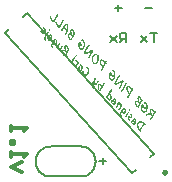
<source format=gbo>
%FSTAX44Y44*%
%MOMM*%
%SFA1B1*%

%IPPOS*%
%ADD23C,0.200000*%
%ADD82C,0.250000*%
%ADD144C,0.299999*%
%ADD145C,0.150000*%
%LNpcb1-1*%
%LPD*%
G36*
X01707293Y0203734D02*
X01707343Y02037315D01*
X01707368*
X01707455Y02037277*
X01707554Y02037228*
X01707616Y02037165*
X01707678Y02037078*
X01707716Y02037016*
X01707753Y02036954*
Y02036929*
X01707778Y02036855*
X0170779Y02036768*
X01707815Y02036718*
Y02036693*
X0170784Y02036544*
Y0203642*
Y0203632*
X01707828Y02036283*
X01707778Y02036159*
X01707716Y02036047*
X01707654Y0203596*
X01707642Y02035947*
X01707629Y02035935*
X01707529Y0203586*
X01707442Y02035798*
X01707281Y02035736*
X01707169Y02035699*
X01707132Y02035711*
X01707119Y02035699*
X0170692Y02035749*
X01706759Y02035836*
X01706709Y02035885*
X01706647Y02035923*
X0170656Y0203601*
X01706522Y02036072*
X0170651Y02036109*
X01706499Y02036121*
X0170646Y02036258*
X01706448Y02036295*
Y0203632*
Y02036519*
X0170646Y02036656*
X01706485Y02036755*
X01706499Y02036793*
X0170656Y02036929*
X01706647Y02037041*
X01706697Y02037116*
X01706709Y02037128*
X01706721Y02037141*
X01706771Y0203719*
X01706833Y02037228*
X01706883Y02037253*
X01706895Y02037265*
X0170697Y02037315*
X01707044Y0203734*
X01707094*
X01707119*
X01707206Y02037352*
X01707293Y0203734*
G37*
G36*
X0170216Y0203939D02*
X01702185D01*
X01702284*
X01702359*
X01702421Y02039353*
X01702446*
X01702545Y02039303*
X0170262Y02039253*
X01702794Y0203908*
X01702806Y02039042*
X01702819Y0203903*
X01702881Y02038943*
X01702906Y02038893*
X01702918Y02038881*
X01702993Y02038831*
X01703055Y02038769*
X01703117Y02038731*
X01703142Y02038707*
X01703229Y02038644*
X01703341Y02038533*
X01703478Y02038371*
X01703602Y02038223*
X01703651Y02038147*
X01703689Y0203811*
X01703701Y02038073*
X01703714Y0203806*
X01703813Y02037862*
X01703888Y02037663*
X01703925Y02037576*
X01703937Y02037513*
X0170395Y02037476*
Y02037451*
X01703987Y02037116*
X01704012Y02036793*
X01704024Y02036482*
X01704012Y02036221*
X01704Y02035985*
X01703975Y02035811*
X01703962Y02035699*
X0170395Y02035662*
X01703875Y02035338*
X01703788Y02035028*
X01703676Y02034742*
X01703565Y02034506*
X01703465Y02034282*
X01703378Y0203412*
X01703341Y02034058*
X01703303Y02034021*
Y02033996*
X01703291Y02033984*
X01703229Y02033897*
X01703192Y0203381*
X01703154Y02033748*
X01703142Y02033735*
X0170308Y02033648*
X01703018Y02033586*
X01702968Y02033536*
X01702956Y02033524*
X01702781Y02033375*
X01702607Y02033275*
X01702545Y02033238*
X01702508Y02033226*
X01702471Y02033213*
X01702458Y02033201*
X01702247Y02033163*
X01702023*
X01701924*
X01701849*
X01701812Y02033176*
X01701787*
X01701688Y02033201*
X01701588Y02033226*
X01701526Y02033263*
X01701501*
X0170139Y02033325*
X0170129Y020334*
X01701215Y02033474*
X01701104Y02033611*
X01701041Y02033748*
X01700979Y02033859*
Y02033884*
X01700967Y02033897*
X01700905Y02034083*
X01700867Y0203427*
X01700843Y02034394*
Y02034419*
X0170083Y02034431*
X01700805Y0203463*
X0170078Y02034804*
X01700756Y02034928*
X01700768Y02034966*
X01700756Y02034978*
Y02035077*
Y02035152*
X01700768Y02035264*
X01700793Y02035314*
X01700706Y02035227*
X01700619Y02035115*
X01700557Y02035028*
X01700544Y02035015*
X01700532Y02035003*
X01700445Y02034891*
X0170037Y02034792*
X01700321Y02034742*
X01700296Y02034717*
X01700246Y02034667*
X01700184Y0203463*
X01700159Y02034605*
X01700147Y02034593*
X01700035Y0203458*
X0170001*
X01699985*
X01699935Y02034605*
X01699873Y02034642*
X01699823Y02034667*
X01699811Y0203468*
X01699724Y02034742*
X01699649Y02034792*
X01699575Y02034866*
X01699514Y02034953*
X01699463Y02035028*
X01699438Y02035077*
X01699426Y0203509*
X01699401Y02035164*
Y02035239*
Y02035264*
Y02035289*
X01699413Y02035376*
X01699426Y02035413*
X01699438Y0203545*
X01699451Y02035463*
X016995Y02035562*
Y02035587*
X01699514Y02035599*
X01699587Y02035724*
X01699649Y02035811*
X01699699Y02035885*
X01699724Y0203591*
X01699823Y02036034*
X01699923Y02036134*
X01699973Y02036208*
X01699985Y02036221*
X01699997Y02036233*
X01701489Y02038744*
X01701526Y02038831*
X01701563Y02038893*
X01701601Y02038955*
X01701613Y02038968*
X01701663Y02039067*
X01701713Y02039142*
X01701762Y02039191*
X01701775Y02039204*
X01701837Y02039266*
X01701899Y02039303*
X01701949Y02039328*
X01701961Y0203934*
X01702036Y02039366*
X0170211Y0203939*
X0170216*
G37*
G36*
X01708014Y02033064D02*
X01708051Y02033052D01*
X01708225Y02033027*
X01708362Y02032989*
X01708474Y02032952*
X01708511Y0203294*
X01708523Y02032927*
X01708697Y02032828*
X01708834Y02032716*
X01708909Y02032666*
X01708983Y02032592*
X0170917Y02032381*
X01709244Y02032281*
X01709294Y02032181*
X01709344Y02032107*
X01709369Y02032032*
X01709394Y02031983*
X01709406Y0203197*
X01709505Y02031722*
X01709567Y0203151*
X01709592Y02031411*
X01709605Y02031349*
X01709617Y02031312*
Y02031287*
X01709642Y02031038*
X01709667Y02030814*
X01709679Y02030727*
Y02030653*
Y02030628*
Y02030603*
X01709667Y02030367*
X01709654Y02030156*
X0170963Y02030006*
Y02029982*
Y02029957*
X01709605Y02029758*
X0170958Y02029584*
X01709555Y0202946*
Y02029435*
X01709543Y02029422*
X01709493Y02029273*
X01709481Y02029186*
X01709468Y02029124*
X01709456Y02029112*
X01709518Y02028975*
X0170953Y02028838*
Y02028739*
Y02028714*
X01709518Y02028702*
X01709481Y0202854*
X01709406Y02028416*
X01709344Y02028329*
X01709319Y02028304*
X01709307Y02028291*
X01709219Y02028229*
X01709145Y02028204*
X01709095Y0202818*
X0170907*
X01708996*
X01708959Y02028192*
X01708934*
X01708847Y02028055*
X01708747Y02027931*
X01708685Y02027844*
X0170866Y02027819*
X01708648Y02027807*
X01708474Y02027658*
X01708312Y02027546*
X01708263Y02027496*
X01708225Y02027483*
X01708188Y02027471*
X01708176Y02027459*
X01708001Y02027409*
X01707865Y02027372*
X01707753Y02027359*
X01707716Y02027347*
X01707554Y02027359*
X01707417Y02027372*
X01707318Y02027396*
X01707281Y02027409*
X01707144Y02027471*
X01707032Y02027533*
X01706945Y02027571*
X0170692Y02027595*
X01706784Y02027682*
X01706684Y02027757*
X01706622Y02027794*
X01706597Y02027819*
X01706485Y02027906*
X01706175Y02028217*
X01706038Y02028403*
X01705889Y02028577*
X01705789Y02028726*
X01705702Y02028863*
X01705628Y02028962*
X01705603Y02029037*
X01705578Y02029062*
X01705478Y02029286*
X01705391Y02029497*
X01705329Y02029733*
X0170528Y02029932*
X01705242Y02030093*
X0170523Y0203023*
X01705205Y0203033*
Y02030355*
X01705193Y02030491*
X01705205Y02030603*
X01705218Y0203069*
Y02030715*
X01705267Y02030839*
X01705304Y02030926*
X01705329Y02031001*
X01705354Y02031026*
X01705391Y02031063*
X01705416Y02031088*
X01705466Y02031138*
X01705478Y0203115*
X01705541Y02031187*
X0170559Y02031212*
X0170564Y02031238*
X01705665*
X01705752Y02031249*
X01705839Y02031212*
X01705901Y02031175*
X01705926Y0203115*
X01706Y0203105*
X0170605Y02030951*
X01706088Y02030864*
Y02030839*
X017061Y02030827*
X01706137Y02030665*
X01706175Y02030528*
X01706199Y02030429*
Y02030404*
X01706212Y02030392*
X01706237Y02030268*
X01706274Y02030156*
X01706299Y02030056*
Y02030031*
X01706311Y02030019*
X01706348Y02029882*
X01706386Y02029746*
X01706423Y02029658*
Y02029634*
X01706435Y02029621*
X01706499Y02029484*
X0170656Y02029348*
X01706622Y02029261*
Y02029236*
X01706634Y02029224*
X01706721Y02029087*
X01706808Y02028975*
X01707007Y02028776*
X01707107Y02028702*
X01707206Y02028652*
X01707281Y02028602*
X01707355Y02028577*
X01707405Y02028552*
X0170743*
X01707442Y0202854*
X01707542*
X01707616*
X01707753Y02028602*
X01707852Y02028652*
X01707865Y02028664*
X01707877Y02028677*
X01707952Y02028751*
X01708001Y02028826*
X01708026Y02028875*
X01708039Y02028888*
X01708088Y02028962*
X01708113Y02029012*
X01708126Y02029049*
X01708039Y02029161*
X01707939Y02029286*
X01707877Y02029373*
X0170784Y0202941*
X01707703Y02029596*
X01707591Y02029758*
X01707542Y02029833*
X01707492Y02029882*
X01707479Y0202992*
X01707467Y02029932*
X01707343Y02030156*
X01707231Y02030342*
X01707194Y02030429*
X01707156Y02030491*
X01707144Y02030528*
X01707132Y02030541*
X01707032Y0203079*
X01706957Y02030988*
X01706933Y02031063*
X0170692Y02031125*
Y02031175*
X01706908Y02031187*
X0170687Y02031423*
X01706846Y02031622*
Y02031771*
Y02031796*
Y02031821*
X01706883Y02032057*
X01706945Y02032268*
X01706982Y02032356*
X0170702Y02032418*
X01707032Y02032455*
X01707044Y02032467*
X01707107Y02032579*
X01707169Y02032666*
X01707231Y02032728*
X01707256Y02032753*
X0170738Y02032853*
X01707492Y0203294*
X01707579Y02032977*
X01707616Y02032989*
X01707765Y02033039*
X01707914Y02033064*
X01708014*
G37*
G36*
X0170605Y02035425D02*
X01706212Y02035363D01*
X01706262Y02035314*
X01706324Y02035276*
X01706435Y02035164*
X01706499Y02035077*
X01706535Y02035015*
X01706547Y02035003*
X01706597Y02034903*
X0170661Y02034816*
Y02034742*
Y02034717*
X01706585Y02034618*
X01706547Y02034506*
X0170651Y02034444*
Y02034419*
X01706499Y02034406*
X01706411Y02034294*
X01706311Y0203417*
X01706274Y02034108*
X01706237Y02034071*
X01706212Y02034046*
X01706199Y02034033*
X01706137Y02033971*
X01706088Y02033922*
X0170605Y02033884*
X01706038Y02033872*
X01705976Y0203381*
X01705938Y02033748*
X01705913Y02033698*
X01705901Y02033685*
X01705715Y02033424*
X0170564Y020333*
X01705553Y02033188*
X01705491Y02033076*
X01705441Y02033002*
X01705404Y0203294*
X01705391Y02032927*
X01705205Y02032617*
X01705118Y0203248*
X01705044Y02032356*
X01704994Y02032256*
X01704956Y02032169*
X01704919Y02032107*
X01704907Y02032095*
X01704745Y02031809*
X01704671Y0203166*
X01704621Y02031535*
X01704559Y02031423*
X01704509Y02031349*
X01704497Y02031287*
X01704484Y02031274*
X01704347Y02030988*
X01704298Y02030864*
X01704248Y02030765*
X01704211Y02030653*
X01704173Y02030591*
Y02030541*
X01704161Y02030528*
X01704111Y02030355*
X01704087Y0203018*
X01704049Y02030044*
Y02030019*
Y02029994*
X01704024Y0202977*
X01704Y02029571*
X01704012Y02029435*
Y0202941*
Y02029385*
Y02029286*
X01704037Y02029186*
X01704062Y02029112*
X01704074Y02029074*
X01704111Y02028913*
X01704149Y02028776*
X01704173Y02028677*
Y02028652*
X01704186Y02028639*
X01704211Y02028465*
Y02028317*
Y02028217*
X01704198Y0202818*
X01704149Y02028005*
X01704087Y02027869*
X01704024Y02027782*
X01704012Y02027769*
X01704Y02027757*
X01703888Y0202767*
X01703776Y02027633*
X01703689Y0202762*
X01703664*
X01703515Y02027645*
X01703378Y02027707*
X01703291Y02027769*
X01703254Y02027807*
X01703154Y02027931*
X01703067Y02028043*
X01703018Y02028117*
X01703005Y02028155*
X01702956Y02028304*
X01702918Y0202844*
X01702893Y0202854*
X01702881Y02028577*
X01702844Y02028764*
X01702831Y02028925*
Y02029025*
Y02029074*
Y02029273*
Y02029472*
X01702844Y02029634*
Y02029658*
Y02029683*
X01702869Y02029833*
Y02029882*
Y02029907*
Y02030006*
X01702893Y02030081*
Y02030131*
Y02030156*
X01702918Y0203033*
X01702943Y02030379*
Y02030404*
X01702956Y02030491*
Y02030566*
X01702968Y02030603*
Y02030628*
X0170308Y02030988*
X01703129Y02031138*
X01703179Y02031287*
X01703216Y02031399*
X01703266Y02031498*
X01703279Y0203156*
X01703291Y02031573*
X0170344Y02031921*
X01703502Y02032082*
X01703578Y02032231*
X01703639Y02032343*
X01703676Y0203243*
X01703701Y02032505*
X01703714Y02032517*
X01703888Y02032865*
X01703975Y02033027*
X01704049Y02033151*
X01704124Y02033275*
X01704161Y02033362*
X01704198Y02033424*
X01704211Y02033437*
X01704397Y02033748*
X01704472Y02033872*
X01704546Y02033996*
X01704609Y02034083*
X01704658Y02034159*
X01704683Y02034207*
X01704696Y0203422*
X01704869Y02034468*
X01704932Y0203458*
X01704994Y02034667*
X01705044Y02034742*
X01705093Y02034792*
X01705106Y02034829*
X01705118Y02034841*
X01705242Y02035015*
X01705329Y02035127*
X01705391Y02035189*
X01705416Y02035214*
X01705578Y02035351*
X01705727Y02035425*
X01705839Y02035438*
X01705876Y0203545*
X01705963Y02035463*
X0170605Y02035425*
G37*
G36*
X01715906Y0202629D02*
X01715931D01*
X0171603*
X01716105Y02026265*
X0171618Y02026241*
X01716192Y02026228*
X01716267Y02026179*
X01716341Y02026129*
X01716403Y02026067*
X01716503Y02025942*
X01716565Y0202583*
X0171659Y02025756*
Y02025731*
X01716577Y02025619*
X01716552Y02025495*
X0171649Y02025408*
Y02025383*
X01716478Y02025371*
X0171608Y02024774*
X01715993Y02024662*
X01715931Y0202455*
X01715869Y02024463*
X01715856Y02024426*
X01715844Y02024414*
X01715732Y02024253*
X01715633Y02024078*
X01715595Y02024016*
X0171557Y02023966*
X01715558Y02023929*
X01715546Y02023917*
X01715446Y02023718*
X01715359Y02023556*
X01715334Y02023482*
X0171531Y02023432*
X01715297Y02023395*
X01715285Y02023382*
X0171521Y02023183*
X01715148Y02023022*
X01715111Y0202291*
Y02022885*
X01715098Y02022873*
X01714999Y02022574*
X01714974Y0202245*
X01714949Y02022301*
X01714937Y02022189*
X01714949Y02022152*
X01714937Y02022139*
X01714912Y0202194*
X01714899Y02021754*
Y0202163*
Y02021605*
Y0202158*
X01714912Y02021394*
X01714937Y0202122*
X01714949Y02021108*
Y02021083*
X01714962Y0202107*
X01715024Y02020909*
X01715086Y02020797*
X01715136Y02020722*
X0171516Y02020697*
X0171521Y02020673*
X0171526Y02020648*
X01715297Y02020635*
X0171531Y02020623*
X01715372Y02020635*
X01715434Y02020648*
X01715471Y0202066*
X01715496*
X01715583Y02020697*
X01715658Y02020722*
X01715707Y02020747*
X0171572Y0202076*
X01715794Y02020809*
X01715856Y02020871*
X01715894Y02020909*
X01715906Y02020921*
X01715956Y02020996*
X01716018Y02021083*
X01716055Y02021145*
X0171608Y0202117*
X01716167Y02021332*
X01716254Y02021493*
X01716291Y02021555*
X01716329Y02021617*
X01716341Y02021654*
X01716354Y02021667*
X0171649Y02021928*
X01716639Y02022176*
X01716689Y02022276*
X01716726Y02022363*
X01716764Y02022425*
X01716776Y02022438*
X01716876Y02022611*
X01716963Y02022798*
X0171705Y0202296*
X01717149Y02023133*
X01717236Y0202327*
X01717298Y02023382*
X01717323Y02023457*
X01717348Y02023482*
X01717398Y02023581*
X01717447Y02023655*
X01717497Y02023705*
X01717509Y02023718*
X01717609Y02023792*
X01717696Y02023854*
X0171777Y02023879*
X01717795*
X0171792*
X01718019Y02023854*
X01718081Y02023817*
X01718106Y02023792*
X01718193Y0202373*
X0171823Y02023718*
X01718243Y02023705*
X01718342Y02023631*
X01718379Y02023593*
X01718454Y02023544*
X01718491Y02023506*
X01718529Y02023444*
Y02023419*
X01718541Y02023407*
X01718578Y0202332*
Y02023295*
Y0202327*
Y0202322*
Y02023171*
X01718566Y02023133*
Y0202311*
X01718529Y02022997*
X01718516Y0202296*
X01718504Y02022947*
X01718442Y0202286*
X01718404Y02022773*
X01718367Y02022711*
X01718342Y02022686*
X0171828Y02022574*
X01718218Y02022462*
X01718156Y02022375*
Y02022351*
X01718143Y02022338*
X01718031Y02022176*
X01717932Y02022002*
X01717882Y02021928*
X01717857Y02021878*
X01717833Y02021829*
X0171782Y02021816*
X01717696Y02021592*
X01717584Y02021406*
X01717534Y02021332*
X01717509Y02021282*
X01717497Y02021244*
X01717485Y02021232*
X01717447Y02021145*
X01717385Y02021058*
X0171736Y02021008*
X01717348Y02020971*
X01717286Y02020859*
X01717236Y0202076*
X01717186Y02020685*
Y0202066*
X01717174Y02020648*
X01717087Y02020536*
X01717025Y02020424*
X01716975Y02020349*
X01716963Y02020337*
X0171695Y02020325*
X01716863Y02020213*
X01716776Y02020101*
X01716702Y02020026*
X01716689Y02020014*
X01716677Y02020001*
X01716478Y02019827*
X01716267Y02019691*
X01716192Y02019641*
X0171613Y02019604*
X0171608Y02019579*
X01716068Y02019567*
X01715807Y02019479*
X01715546Y02019442*
X01715434Y0201943*
X01715359*
X0171531*
X01715285*
X01715136Y02019455*
X01715098Y02019467*
X01715073*
X01714986Y02019504*
X01714899Y02019542*
X0171485Y02019567*
X01714825*
X01714725Y02019591*
X01714651Y02019641*
X01714589Y02019654*
X01714576Y02019666*
X01714502Y02019716*
X01714439Y02019753*
X01714402Y0201979*
X01714228Y02020014*
X01714166Y02020101*
X01714116Y020202*
X01714079Y02020287*
X01714042Y02020349*
Y02020399*
X01714029Y02020412*
X01713955Y0202066*
X0171393Y02020884*
X01713917Y02020971*
Y02021045*
Y0202107*
Y02021095*
Y02021369*
X0171393Y0202158*
X01713942Y02021667*
Y02021742*
X01713955Y02021779*
Y02021804*
X0171398Y02022052*
X01714014Y02022222*
X01713433Y02021704*
X01713333Y0202163*
X01713309Y02021605*
X01713296Y02021592*
X01713246Y02021567*
X01713184Y02021555*
X01713147Y02021543*
X01713122*
X01712985Y0202158*
X01712936*
X01712923Y02021592*
X01712836Y02021654*
X01712762Y02021704*
X01712687Y02021779*
X01712575Y02021916*
X01712501Y0202204*
X01712476Y02022114*
Y02022139*
X01712488Y02022276*
X01712538Y020224*
X01712588Y02022475*
Y020225*
X017126Y02022512*
X01712625Y02022562*
X01712675Y02022611*
X01712712Y02022649*
X01712724Y02022661*
X01712774Y02022736*
X01712836Y02022798*
X01712873Y02022835*
X01712886Y02022848*
X01713035Y02022997*
X01713159Y02023121*
X01713222Y02023158*
X01713259Y02023196*
X01713284Y0202322*
X01713296Y02023233*
X01713445Y02023357*
X01713582Y02023494*
X01713632Y02023544*
X01713669Y02023581*
X01713694Y02023606*
X01713706Y02023618*
X01713793Y02023705*
X01713855Y02023792*
X01713917Y02023854*
X01713942Y02023879*
X01714029Y02024016*
X01714104Y02024115*
X01714154Y0202419*
X01714179Y02024215*
X01714266Y02024352*
X01714352Y02024463*
X0171439Y0202455*
X01714402Y02024563*
X01714415Y02024575*
X01714502Y02024712*
X01714576Y02024836*
X01714627Y02024936*
X01714638Y02024948*
X01714651Y02024961*
X01714788Y02025172*
X01714899Y02025358*
X01714949Y02025433*
X01714999Y02025483*
X01715011Y0202552*
X01715024Y02025532*
X0171516Y02025743*
X01715285Y02025893*
X01715322Y02025955*
X01715359Y02025992*
X01715372Y02026005*
X01715384Y02026017*
X01715484Y02026116*
X01715583Y02026191*
X01715645Y02026228*
X0171567*
X01715757Y02026265*
X01715856Y0202629*
X01715906*
G37*
G36*
X01711941Y02029559D02*
X01711966D01*
X01712091*
X01712202Y02029522*
X01712252Y02029497*
X01712289Y02029484*
X01712401Y02029422*
X01712488Y0202936*
X0171255Y02029323*
X01712575Y02029298*
X01712675Y02029224*
X01712811Y02029087*
X0171301Y02028863*
X01713097Y02028751*
X01713147Y02028652*
X01713209Y02028565*
X01713234Y0202849*
X01713259Y0202844*
X01713271Y02028428*
X01713371Y02028155*
X01713445Y02027881*
X0171347Y02027782*
X01713482Y02027695*
X01713495Y02027633*
Y02027608*
X01713507Y02027322*
X0171352Y02027086*
Y02026986*
Y02026912*
Y02026862*
Y02026837*
Y02026564*
X01713495Y02026315*
X01713482Y02026228*
X0171347Y02026141*
X01713458Y02026104*
Y02026079*
X01713395Y02025818*
X01713333Y02025582*
X01713309Y02025483*
X01713284Y02025408*
Y02025358*
X01713271Y02025346*
X01713172Y02025097*
X01713085Y02024886*
X01713035Y02024811*
X01712998Y02024749*
X01712985Y02024712*
X01712973Y02024699*
X01712911Y02024612*
X01712873Y02024526*
X01712836Y02024463*
X01712811Y02024439*
X01712749Y02024352*
X017127Y02024277*
X0171265Y02024227*
X01712637Y02024215*
X01712501Y02024103*
X01712376Y02024028*
X01712277Y02023979*
X01712252*
X0171224Y02023966*
X01712066Y02023941*
X01711929Y02023929*
X01711829*
X0171178*
X01711618Y02023941*
X01711482Y02023979*
X01711395Y02023991*
X01711357Y02024004*
X0171122Y02024066*
X01711121Y0202414*
X01711059Y02024177*
X01711034Y02024202*
X0171091Y02024352*
X01710823Y02024488*
X01710773Y02024538*
X01710748Y02024588*
Y02024612*
X01710736Y02024625*
X01710674Y02024811*
X01710611Y02024973*
X01710587Y02025097*
Y02025122*
X01710574Y02025134*
X01710525Y02025333*
X01710487Y0202552*
X01710462Y02025644*
X01710475Y02025681*
X01710462Y02025694*
Y02025793*
Y02025893*
X01710473Y02025948*
X01710425Y0202588*
X01710413Y02025843*
X017104Y0202583*
X01710288Y02025619*
X01710189Y02025445*
X01710139Y02025371*
X01710114Y02025321*
X01710102Y02025284*
X01710089Y02025271*
X0170999Y02025072*
X01709916Y02024898*
X01709891Y02024824*
X01709878Y02024762*
X01709866Y02024724*
X01709853Y02024712*
X01709804Y02024513*
X01709766Y02024327*
X01709729Y0202419*
Y02024165*
Y0202414*
X01709692Y02023904*
Y02023705*
Y02023556*
Y02023531*
Y02023506*
X01709717Y02023432*
X01709729Y0202337*
X01709766Y02023308*
X01709779Y02023295*
X01709829Y0202322*
X01709878Y02023121*
X01709903Y02023071*
X01709928Y02023046*
X01710027Y02022897*
X01710089Y02022786*
X01710139Y02022711*
X01710152Y02022674*
X01710214Y02022562*
X01710239Y02022462*
X01710251Y020224*
Y02022375*
Y02022276*
X01710239Y02022189*
X01710226Y02022127*
Y02022102*
X01710176Y02022002*
X01710127Y02021903*
X01710089Y02021841*
X01710065Y02021816*
X01710015Y02021742*
X0170999Y02021717*
X01709978Y02021704*
X01709916Y02021642*
X01709866Y02021617*
X01709829Y02021605*
X01709816Y02021592*
X01709692Y02021567*
X01709654Y0202158*
X01709642Y02021567*
X0170953Y02021605*
X01709505*
X01709493Y02021617*
X01709394Y02021667*
X01709219Y02021841*
X01709108Y02022002*
X01709008Y02022127*
X01708921Y02022264*
X01708859Y02022375*
X01708809Y0202245*
X01708785Y02022524*
X01708772Y02022537*
X01708648Y0202286*
X0170861Y02023022*
X01708573Y02023158*
X01708561Y0202327*
X01708536Y0202337*
Y02023419*
Y02023444*
X01708511Y02023792*
X01708536Y0202409*
X01708548Y02024202*
X01708561Y02024289*
X01708573Y02024352*
Y02024376*
X01708648Y02024724*
X01708685Y02024886*
X01708722Y02025023*
X0170876Y02025134*
X01708797Y02025221*
X01708809Y02025284*
X01708822Y02025296*
X01708946Y02025619*
X01709008Y02025756*
X0170907Y02025893*
X0170912Y02025992*
X01709157Y02026079*
X01709182Y02026129*
X01709195Y02026141*
X01709369Y02026439*
X01709431Y02026576*
X01709505Y02026701*
X01709567Y02026787*
X01709617Y02026862*
X01709642Y02026912*
X01709654Y02026924*
X01709754Y02027073*
X01709853Y02027223*
X01709903Y02027297*
X01709928Y02027347*
X01709953Y02027372*
X01709965Y02027384*
X01710089Y02027583*
X01710201Y02027745*
X01710251Y02027819*
X01710276Y02027869*
X01710301Y02027894*
X01710313Y02027906*
X0171045Y02028117*
X01710574Y02028291*
X01710624Y02028366*
X01710661Y02028428*
X01710686Y02028453*
X01710698Y02028465*
X01710835Y02028652*
X01710935Y02028801*
X01710997Y02028888*
X01711022Y02028913*
X01711121Y02029037*
X01711196Y02029137*
X01711233Y02029199*
X01711258Y02029224*
X0171132Y02029311*
X01711357Y02029373*
X01711382Y02029397*
X01711395Y0202941*
X01711444Y0202946*
X01711482Y02029472*
X01711556Y02029522*
X01711593Y02029534*
X01711742Y02029559*
X01711854Y02029571*
X01711941Y02029559*
G37*
G36*
X01721077Y02023979D02*
X01721201Y02023954D01*
X01721226*
X01721238Y02023941*
X01721424Y02023879*
X01721586Y02023817*
X01721648Y0202378*
X01721686Y02023742*
X01721723Y0202373*
X01721735Y02023718*
X01721909Y02023593*
X01722058Y02023494*
X01722307Y02023245*
X01722394Y02023133*
X01722456Y02023046*
X01722481Y02023022*
X0172258Y02022897*
X01722667Y02022786*
X01722742Y02022686*
Y02022661*
X01722755Y02022649*
X01722854Y020225*
X01722941Y02022363*
X01722978Y02022301*
X01723003Y02022276*
X01723015Y02022239*
X01723028Y02022226*
X01723127Y02022052*
X01723227Y02021878*
X01723252Y02021804*
X01723276Y02021754*
X01723289Y02021717*
X01723301Y02021704*
X01723363Y02021567*
X01723401Y0202148*
X01723426Y02021406*
X01723438Y02021394*
X01723475Y02021332*
X01723512Y02021269*
X01723525Y02021232*
X01723537Y0202122*
X01723587Y02021145*
Y0202112*
X01723724Y02020983*
X01723798Y02020934*
X01723861Y02020871*
X01723935Y02020822*
X01724034Y02020722*
X01724097Y02020635*
X01724134Y02020573*
X01724146Y02020511*
Y02020486*
X01724134Y020203*
X01724121Y02020238*
Y02020213*
X01724097Y02020113*
X01724059Y02020026*
X01724022Y02019964*
Y02019939*
X01723972Y0201984*
X0172391Y02019728*
X01723865Y0201966*
X01723873Y02019641*
X01723811Y02019579*
X01723711Y02019504*
X01723686Y02019479*
X01723674Y02019467*
X01723599Y02019392*
X01723575Y02019368*
X01723562Y02019355*
X01723525Y02019343*
X01723512Y0201933*
X017235Y02019318*
X0172309Y02018709*
X0172304Y02018609*
X01722978Y02018473*
X01722854Y02018249*
X01722804Y0201815*
X01722767Y02018063*
X0172273Y02018*
X01722717Y02017988*
X01722518Y02017665*
X01722444Y02017516*
X01722369Y02017367*
X01722307Y02017255*
X01722245Y02017168*
X0172222Y02017093*
X01722208Y02017081*
X01722021Y02016745*
X01721934Y02016584*
X01721847Y02016447*
X01721785Y0201631*
X01721723Y02016223*
X01721698Y02016149*
X01721686Y02016136*
X01721586Y02015962*
X01721499Y02015801*
X01721424Y02015651*
X01721362Y02015515*
X01721313Y02015415*
X01721275Y02015328*
X01721251Y02015279*
X01721238Y02015266*
X01721151Y0201508*
X01721089Y02014918*
X01721052Y02014856*
X01721027Y02014806*
Y02014781*
X01721014Y02014769*
X01720902Y02014607*
X01720791Y02014471*
X01720753Y02014409*
X01720716Y02014371*
X01720691Y02014347*
X01720679Y02014334*
X01720604Y02014284*
X01720579Y02014259*
X01720567Y02014247*
X0172048Y0201421*
X01720455*
X01720443Y02014197*
X01720343*
X01720306Y0201421*
X01720207Y02014259*
X0172007Y02014396*
X01719995Y02014496*
X01719945Y0201457*
X01719908Y02014632*
X01719883Y02014657*
X01719834Y02014757*
X01719809Y02014831*
Y02014881*
X01719821Y02014893*
X01719759Y02014856*
X01719697Y02014844*
X0171966Y02014831*
X01719635*
X01719486*
X01719448Y02014844*
X01719423*
X01719349Y02014868*
X01719287Y02014906*
X01719237Y02014931*
X01719225Y02014943*
X0171915Y02014993*
X01719088Y0201503*
X01719026Y02015092*
X01718901Y02015241*
X0171879Y02015378*
X01718752Y0201544*
X01718715Y02015477*
X01718703Y02015515*
X01718691Y02015527*
X01718578Y02015714*
X01718466Y02015875*
X01718429Y02015937*
X01718404Y02015987*
X01718392Y02016024*
X01718379Y02016037*
X0171828Y02016236*
X01718193Y02016422*
X01718168Y02016497*
X01718143Y02016546*
X01718131Y02016584*
X01718118Y02016596*
X01718019Y0201682*
X01717957Y02017006*
X0171792Y02017068*
X01717907Y0201713*
Y02017155*
X01717895Y02017168*
X01717833Y02017354*
X01717783Y02017528*
X01717746Y0201764*
Y02017665*
X01717733Y02017677*
X01717696Y02017864*
X01717659Y02018*
X01717646Y02018087*
X01717634Y02018125*
X01717609Y02018348*
X01717596Y0201856*
X01717584Y02018746*
X01717596Y02018908*
X01717621Y02019032*
X01717634Y02019144*
X01717659Y02019194*
Y02019219*
X01717708Y02019392*
X01717783Y02019542*
X01717845Y02019678*
X0171792Y02019778*
X01717982Y02019865*
X01718031Y02019939*
X01718069Y02019977*
X01718081Y02019989*
X01718255Y02020138*
X01718417Y02020225*
X01718491Y0202025*
X01718553Y02020262*
X01718578*
X01718591Y02020275*
X01718814Y020203*
X01719013Y02020275*
X017191Y02020262*
X01719162Y0202025*
X01719212*
X01719225Y02020238*
X0171951Y02020151*
X01719759Y02020051*
X01719858Y02020001*
X01719945Y02019964*
X01720008Y02019927*
X0172002Y02019914*
X01720331Y02019728*
X01720467Y02019616*
X01720604Y02019529*
X01720691Y02019442*
X01720778Y0201938*
X0172084Y02019318*
X01720691Y02019542*
X01720555Y02019778*
X01720443Y02019989*
X01720356Y02020176*
X01720281Y02020349*
X01720207Y02020474*
X01720182Y02020548*
X01720169Y02020586*
X01720082Y02020822*
X01720008Y0202107*
X01719945Y02021282*
X01719896Y02021456*
X01719858Y02021617*
X01719846Y02021729*
X01719821Y02021804*
Y02021829*
X01719784Y0202204*
X01719771Y02022226*
Y020224*
X01719784Y02022562*
Y02022686*
X01719796Y02022773*
X01719809Y02022835*
Y0202286*
X01719858Y02023034*
X01719921Y02023196*
X01720008Y02023332*
X01720082Y02023457*
X01720157Y02023556*
X01720207Y02023631*
X01720256Y0202368*
X01720269Y02023693*
X0172043Y0202383*
X01720579Y02023904*
X01720691Y02023941*
X01720716*
X01720729Y02023954*
X01720927Y02023979*
X01721077*
G37*
G36*
X01729975Y02016099D02*
X01730037Y02016086D01*
X01730062*
X01730162Y02016062*
X01730236Y02016037*
X01730286Y02016012*
X01730299Y02015999*
X01730373Y0201595*
X01730435Y02015912*
X01730473Y02015875*
X01730559Y02015763*
X01730597Y02015651*
Y02015552*
Y02015527*
X01730584Y0201539*
X01730547Y02015279*
X0173051Y02015192*
Y02015167*
X01730497Y02015154*
X01730435Y02015018*
X01730348Y02014906*
X01730299Y02014806*
X01730286Y02014794*
X01730274Y02014781*
X01730187Y0201467*
X017301Y02014583*
X01730037Y0201452*
X01730013Y02014496*
X01727055Y02009574*
X01727042Y02009537*
X01727017Y02009487*
X01726993Y02009437*
X01726968Y02009412*
X01726893Y02009313*
X01726843Y02009238*
X01726819Y02009188*
X01726806Y02009176*
X01726769Y02009114*
X01726719Y02009064*
X01726682Y02009002*
X01726669Y0200899*
X0172662Y02008915*
X0172657Y02008865*
X01726545Y02008841*
X01726533Y02008828*
X01726471Y02008766*
X01726396Y02008716*
X01726346Y02008691*
X01726334Y02008679*
X01726247Y02008642*
X01726172Y02008617*
X01726123Y02008592*
X01726098*
X01725998*
X01725911Y02008604*
X01725849Y02008617*
X01725824*
X01725725Y02008666*
X01725638Y02008729*
X01725576Y02008766*
X01725551Y02008791*
X01725451Y02008915*
X01725414Y02009027*
X01725389Y02009101*
Y02009126*
X01725402Y02009263*
X01725427Y02009363*
X01725451Y02009437*
X01725464Y02009474*
X01725526Y02009611*
X01725588Y02009698*
X01725638Y02009773*
X01725663Y02009797*
X0172575Y02009909*
X01725837Y02009996*
X01725886Y02010046*
X01725911Y02010071*
X01725998Y02010158*
X01726085Y02010295*
X01726185Y02010419*
X01726259Y02010518*
X01726272Y02010531*
X01726284Y02010543*
X01726396Y0201073*
X01726508Y02010891*
X01726545Y02010953*
X01726582Y02011016*
X01726595Y02011053*
X01726607Y02011065*
X01729441Y02015788*
X01729491Y02015863*
X01729503Y020159*
X01729553Y02015975*
X01729578Y02015999*
X01729652Y02016049*
X01729727Y02016099*
X01729777*
X01729801*
X01729888Y02016111*
X01729975Y02016099*
G37*
G36*
X0173Y02011575D02*
X017301Y0201155D01*
X01730187Y02011513*
X01730261Y02011488*
X01730274Y02011475*
X01730361Y02011438*
X01730435Y02011413*
X01730485Y02011388*
X01730497Y02011376*
X01730597Y02011301*
X01730646Y02011276*
X01730659Y02011264*
X01730721Y02011227*
X01730808Y0201114*
X0173092Y02011003*
X01731019Y02010879*
X01731069Y02010779*
Y02010754*
X01731081Y02010742*
X01731144Y02010581*
X01731193Y02010431*
X01731218Y02010307*
Y02010283*
X01731231Y0201027*
X01731256Y02010096*
X01731268Y02009934*
Y02009835*
Y02009785*
Y0200971*
X01731256Y02009648*
X01731237Y02009605*
X01731268Y02009636*
X0173128Y02009648*
X01731293Y02009661*
X01731367Y02009735*
X0173143Y02009797*
X01731492Y02009835*
X01731504Y02009847*
X01731591Y02009909*
X01731678Y02009947*
X01731728Y02009972*
X01731753*
X01731852Y02009996*
X01731939Y02009984*
X01732001Y02009972*
X01732026*
X01732126Y02009947*
X01732213Y02009885*
X01732275Y02009847*
X017323Y02009822*
X01732387Y0200971*
X01732424Y02009623*
X01732449Y02009549*
Y02009524*
X01732424Y02009425*
X01732387Y02009313*
X01732349Y02009226*
Y02009201*
X01732337Y02009188*
X01732262Y02009089*
X01732225Y02009002*
X01732188Y0200894*
X01732163Y02008915*
X01732088Y02008816*
X01732014Y02008741*
X01731952Y02008679*
X01731939Y02008666*
X01731927Y02008654*
X01731889Y02008617*
X01731877Y02008604*
X01731865Y02008592*
X01731815Y02008542*
X01731802Y0200853*
X01731616Y02008294*
X01731541Y02008169*
X01731467Y0200807*
X01731405Y02007983*
X01731355Y02007908*
X0173133Y02007859*
X01731318Y02007846*
X01731156Y02007585*
X01731081Y02007461*
X01730994Y02007349*
X01730945Y0200725*
X01730895Y02007175*
X0173087Y02007125*
X01730858Y02007113*
X01730671Y02006827*
X01730597Y02006703*
X0173051Y02006591*
X01730448Y02006479*
X01730398Y02006404*
X01730361Y02006342*
X01730348Y0200633*
X01730162Y02006069*
X01730087Y02005945*
X01730013Y02005845*
X0172995Y02005758*
X01729913Y02005696*
X01729888Y02005646*
X01729876Y02005634*
X01729826Y02005559*
X01729777Y0200551*
X0172974Y02005472*
X01729727Y0200546*
X01729602Y0200536*
X01729478Y02005311*
X01729379Y02005286*
X01729341Y02005274*
X0172918Y02005286*
X01729043Y02005348*
X01728956Y0200541*
X01728919Y02005447*
X01728844Y02005547*
X01728795Y02005622*
X01728757Y02005684*
Y02005709*
X01728733Y02005808*
X01728708Y02005907*
X0172872Y02005969*
Y02005994*
X0172877Y02006094*
X01728832Y02006181*
X01728869Y02006243*
X01728894Y02006268*
X01728981Y0200638*
X01729056Y02006454*
X01729105Y02006504*
X01729118Y02006516*
X01729205Y02006603*
X01729428Y02006951*
X01729515Y02007113*
X01729602Y0200725*
X01729677Y02007349*
X01729727Y02007448*
X01729764Y02007511*
X01729777Y02007523*
X01729864Y02007685*
X01729963Y02007834*
X01730025Y0200797*
X01730087Y02008082*
X01730149Y02008169*
X01730187Y02008232*
X01730212Y02008281*
X01730224Y02008294*
X01730236Y02008455*
X01730261Y02008604*
X01730286Y02008729*
X01730274Y02008766*
X01730286Y02008778*
X01730299Y0200899*
X01730311Y02009176*
Y020093*
X01730323Y02009338*
X01730311Y0200935*
X01730286Y02009549*
X01730261Y02009723*
X01730249Y02009835*
Y0200986*
X01730236Y02009872*
X01730174Y02010059*
X017301Y02010183*
X01730025Y02010283*
X01729988Y02010319*
X01729963*
X0172995Y02010332*
X01729938Y02010319*
X01729851Y02010307*
X01729826*
X01729814Y02010295*
X01729714Y0201027*
X01729677Y02010283*
X01729665Y0201027*
X01729565*
X01729528Y02010257*
X01729428Y02010283*
X01729341Y02010295*
X01729279Y02010332*
X01729255*
X01729155Y02010382*
X01729081Y02010431*
X01729018Y02010494*
X01728969Y02010568*
X01728931Y0201063*
X01728919Y02010667*
X01728906Y0201068*
X01728894Y02010767*
Y02010841*
Y02010891*
Y02010916*
X01728906Y02011003*
X01728931Y02011078*
X01728956Y02011127*
X01728969Y0201114*
X01729006Y02011202*
X01729043Y02011264*
X01729068Y02011289*
X01729081Y02011301*
X01729217Y02011413*
X01729354Y02011475*
X01729466Y02011513*
X01729491*
X01729503Y02011525*
X0172969Y02011562*
X01729851Y02011575*
X0172995*
X01729988Y02011587*
X0173Y02011575*
G37*
G36*
X01738949Y02005957D02*
X01738999D01*
X01739173*
X01739322Y02005932*
X01739434Y02005895*
X01739459*
X01739471Y02005882*
X01739646Y02005808*
X01739757Y02005721*
X01739856Y02005646*
X01739881Y02005622*
X01739993Y02005485*
X01740092Y0200536*
X01740154Y02005249*
Y02005224*
X01740167Y02005211*
X01740254Y0200505*
X01740316Y02004913*
X01740353Y02004801*
Y02004776*
X01740366Y02004764*
X01740416Y0200459*
X01740453Y02004428*
X01740503Y02004304*
X0174049Y02004267*
X01740503Y02004254*
X01740515Y02004167*
Y02004093*
Y02004043*
Y02004018*
X01740503Y02003981*
X0174049Y02003968*
Y02003844*
X01740552Y02003707*
X01740614Y02003571*
X01740652Y02003434*
X01740676Y0200331*
X01740689Y02003198*
X01740701Y02003111*
X01740714Y02003049*
Y02003024*
Y02002676*
X01740689Y02002353*
Y02002228*
X01740676Y02002117*
X01740664Y02002054*
Y0200203*
X01740614Y02001632*
X0174059Y02001458*
X01740565Y02001284*
X01740527Y02001147*
X01740515Y02001035*
X0174049Y02000961*
Y02000936*
X01740403Y02000526*
X01740341Y02000339*
X01740304Y02000178*
X01740266Y02000041*
X01740229Y01999929*
X01740204Y01999855*
Y0199983*
X01740092Y01999544*
X0174003Y01999407*
X01739968Y01999295*
X01739918Y01999196*
X01739881Y01999134*
X01739856Y01999084*
X01739844Y01999072*
X0173967Y01998848*
X01739595Y01998748*
X01739521Y01998674*
X01739471Y01998599*
X01739421Y0199855*
X01739396Y01998525*
X01739384Y01998512*
X01739148Y01998301*
X01739024Y01998226*
X01738924Y01998152*
X01738825Y01998102*
X01738762Y01998065*
X01738713Y0199804*
X017387Y01998028*
X01738415Y0199794*
X01738129Y01997878*
X01738017Y01997866*
X0173793Y01997854*
X01737868Y01997841*
X01737843*
X01737694*
X01737631Y01997829*
X01737607*
X01737495Y01997841*
X01737395*
X01737333Y01997854*
X01737308*
X01737196Y01997891*
X01737085Y01997928*
X0173701Y01997953*
X01736973Y01997965*
X01736848Y0199804*
X01736749Y01998115*
X01736277Y01998587*
X01736177Y01998711*
X01736103Y01998786*
X01736053Y0199886*
X01736041Y01998873*
X01735978Y0199896*
X01735941Y01999022*
X01735916Y01999072*
X01735904Y01999084*
X01735854Y01999159*
X01735804Y01999234*
X0173578Y01999283*
X01735767Y01999295*
X01735705Y01999407*
X01735643Y01999519*
X01735582Y01999606*
Y01999631*
X01735568Y01999643*
X01735494Y01999817*
X01735407Y01999979*
X01735382Y02000053*
X01735369Y02000091*
X01735357Y02000128*
X01735345Y0200014*
X0173527Y02000339*
X01735195Y02000513*
X01735183Y02000575*
X01735171Y02000638*
X01735158Y02000675*
X01735146Y02000687*
X01735084Y02000899*
X01735034Y02001097*
X01735009Y02001222*
Y02001247*
X01734997Y02001259*
X01734984Y0200147*
X01734972Y02001632*
X01734984Y02001744*
Y02001793*
X01735021Y02001955*
X01735084Y02002092*
X01735133Y02002166*
X01735146Y02002179*
X01735158Y02002191*
X01735208Y02002241*
X0173527Y02002278*
X01735307Y02002291*
X01735332*
X01735456Y02002315*
X01735494Y02002328*
X01735519*
X01735655Y02002315*
X01735717Y02002303*
X0173573Y02002291*
X01735804Y02002266*
X01735854Y02002241*
X01736016Y02002079*
X0173609Y02001756*
X01736128Y02001619*
X01736165Y02001483*
X0173619Y02001383*
X01736215Y02001309*
X01736227Y02001271*
Y02001247*
X01736289Y02000986*
X01736376Y02000749*
X01736413Y02000662*
X01736438Y02000588*
X01736451Y02000551*
X01736463Y02000538*
X01736575Y02000302*
X01736687Y02000091*
X01736725Y02000004*
X01736761Y01999942*
X01736786Y01999892*
X01736799Y01999879*
X0173696Y01999643*
X01737134Y01999444*
X01737209Y01999345*
X01737321Y01999234*
X0173742Y01999159*
X01737495Y01999109*
X01737557Y01999072*
X01737569Y01999059*
X01737669Y01999034*
X01737768*
X0173783Y01999047*
X01737855*
X01737967Y01999084*
X01738054Y01999121*
X01738129Y01999146*
X01738166Y01999159*
X0173829Y01999234*
X01738402Y0199932*
X01738489Y01999382*
X01738503Y01999395*
X01738514Y01999407*
X01738663Y01999581*
X01738787Y0199973*
X01738837Y01999805*
X01738874Y01999842*
X01738887Y01999879*
X01738899Y01999892*
X01739011Y02000078*
X01739098Y02000265*
X01739123Y02000339*
X01739148Y02000389*
X0173916Y02000426*
X01739173Y02000439*
X01739247Y02000662*
X01739309Y02000849*
X01739334Y02000923*
X01739347Y02000986*
Y02001035*
X01739359Y02001048*
X01739396Y02001284*
X01739446Y02001483*
X01739459Y0200157*
X01739471Y02001632*
X01739459Y02001669*
X01739471Y02001682*
X01739483Y02001868*
Y02002017*
Y02002141*
Y02002191*
X01739496Y02002402*
Y02002601*
X01739483Y02002738*
Y02002763*
Y02002788*
X01739471Y02003024*
X01739459Y02003235*
X01739434Y02003384*
X01739446Y02003422*
X01739434Y02003434*
X01739396Y0200367*
X01739372Y02003869*
X01739347Y02003944*
X01739334Y02004006*
Y02004031*
X01739322Y02004043*
X01739272Y02004242*
X0173921Y02004403*
X01739173Y02004515*
Y0200454*
X0173916Y02004553*
X01739086Y02004727*
X01738999Y02004838*
X01738949Y02004913*
X01738924Y02004938*
X01738899*
X01738874*
X0173885*
X01738825Y02004913*
X017388*
X01738787Y02004901*
X017387Y02004863*
X01738663Y02004851*
X01738651Y02004838*
X01738526Y02004789*
X01738489Y02004776*
X01738477Y02004764*
X0173834Y02004752*
X0173829*
X01738265*
X01738178Y02004789*
X01738104Y02004838*
X01738042Y02004876*
X01737905Y02005012*
X0173788Y02005062*
X01737868Y02005124*
Y02005149*
Y02005174*
X0173788Y02005261*
X01737905Y02005311*
X0173793Y0200536*
X01737942Y02005373*
X01737992Y02005447*
X01738054Y02005534*
X01738104Y02005584*
X01738116Y02005597*
X01738265Y02005721*
X01738402Y02005808*
X01738503Y02005858*
X01738526*
X01738539Y0200587*
X017387Y02005932*
X0173885Y02005957*
X01738949*
G37*
G36*
X01733493Y02008057D02*
X01733518D01*
X01733617*
X01733692*
X01733754Y0200802*
X01733779*
X01733878Y0200797*
X01733953Y02007921*
X01734127Y02007747*
X01734139Y0200771*
X01734151Y02007697*
X01734214Y0200761*
X01734238Y0200756*
X01734251Y02007548*
X01734325Y02007498*
X01734388Y02007436*
X0173445Y02007399*
X01734475Y02007374*
X01734562Y02007312*
X01734673Y020072*
X0173481Y02007038*
X01734934Y02006889*
X01734984Y02006815*
X01735021Y02006777*
X01735034Y0200674*
X01735046Y02006728*
X01735146Y02006529*
X0173522Y0200633*
X01735258Y02006243*
X0173527Y02006181*
X01735282Y02006144*
Y02006119*
X0173532Y02005783*
X01735345Y0200546*
X01735357Y02005149*
X01735345Y02004888*
X01735332Y02004652*
X01735307Y02004478*
X01735295Y02004366*
X01735282Y02004329*
X01735208Y02004006*
X01735121Y02003695*
X01735009Y02003409*
X01734897Y02003173*
X01734798Y02002949*
X01734711Y02002788*
X01734673Y02002726*
X01734636Y02002688*
Y02002663*
X01734624Y02002651*
X01734562Y02002564*
X01734524Y02002477*
X01734487Y02002415*
X01734475Y02002402*
X01734412Y02002315*
X0173435Y02002253*
X01734301Y02002204*
X01734288Y02002191*
X01734114Y02002042*
X0173394Y02001943*
X01733878Y02001905*
X01733841Y02001893*
X01733804Y0200188*
X01733791Y02001868*
X0173358Y02001831*
X01733356*
X01733257*
X01733182*
X01733145Y02001843*
X0173312*
X0173302Y02001868*
X01732921Y02001893*
X01732859Y0200193*
X01732834*
X01732722Y02001992*
X01732623Y02002067*
X01732548Y02002141*
X01732436Y02002278*
X01732374Y02002415*
X01732312Y02002527*
Y02002552*
X017323Y02002564*
X01732237Y0200275*
X017322Y02002937*
X01732175Y02003061*
Y02003086*
X01732163Y02003098*
X01732138Y02003298*
X01732113Y02003471*
X01732088Y02003596*
X01732101Y02003633*
X01732088Y02003645*
Y02003745*
Y02003819*
X01732101Y02003931*
X01732126Y02003981*
X01732038Y02003894*
X01731952Y02003782*
X01731889Y02003695*
X01731877Y02003683*
X01731865Y0200367*
X01731778Y02003558*
X01731703Y02003459*
X01731653Y02003409*
X01731628Y02003384*
X01731579Y02003335*
X01731516Y02003298*
X01731492Y02003272*
X01731479Y0200326*
X01731367Y02003248*
X01731343*
X01731318*
X01731268Y02003272*
X01731206Y0200331*
X01731156Y02003335*
X01731144Y02003347*
X01731057Y02003409*
X01730982Y02003459*
X01730908Y02003533*
X01730845Y02003621*
X01730796Y02003695*
X01730771Y02003745*
X01730758Y02003757*
X01730734Y02003832*
Y02003906*
Y02003931*
Y02003956*
X01730746Y02004043*
X01730758Y0200408*
X01730771Y02004118*
X01730783Y0200413*
X01730833Y02004229*
Y02004254*
X01730845Y02004267*
X0173092Y02004391*
X01730982Y02004478*
X01731032Y02004553*
X01731057Y02004578*
X01731156Y02004702*
X01731256Y02004801*
X01731305Y02004876*
X01731318Y02004888*
X0173133Y02004901*
X01732822Y02007411*
X01732859Y02007498*
X01732896Y0200756*
X01732933Y02007622*
X01732946Y02007635*
X01732996Y02007734*
X01733045Y02007809*
X01733095Y02007859*
X01733107Y02007871*
X01733169Y02007933*
X01733232Y0200797*
X01733281Y02007995*
X01733294Y02008008*
X01733368Y02008033*
X01733443Y02008057*
X01733493*
G37*
G36*
X01753727Y01992249D02*
X01753801Y01992223D01*
X01753826*
X01753925Y01992174*
X01754025Y01992124*
X01754174Y01991975*
X01754211Y01991913*
X01754224Y01991875*
Y01991851*
X01754236Y01991714*
Y01991689*
Y01991664*
X01754211Y01991565*
X01754199Y01991527*
X01754186Y01991515*
X01754149Y01991453*
Y01991428*
X01754137Y01991415*
X01753863Y01991068*
X01753751Y01990906*
X0175364Y01990744*
X0175359Y0199067*
X01753553Y01990608*
X01753528Y01990558*
X01753515Y01990546*
X01753354Y01990284*
X01753279Y0199016*
X01753217Y01990048*
X01753155Y01989961*
X01753118Y01989874*
X01753093Y01989825*
X0175308Y01989812*
X01752906Y01989514*
X01752819Y01989377*
X01752757Y0198924*
X01752683Y01989116*
X0175262Y01989029*
X01752596Y01988955*
X01752583Y01988942*
X01752384Y01988594*
X01752285Y0198842*
X0175221Y01988271*
X01752148Y01988159*
X01752098Y0198806*
X01752061Y01987998*
X01752049Y01987985*
X01751862Y0198765*
X01751763Y01987476*
X01751676Y01987339*
X01751614Y01987202*
X01751552Y01987115*
X01751527Y01987042*
X01751502Y01987016*
X01751402Y01986842*
X01751303Y01986668*
X01751216Y01986531*
X01751154Y01986419*
X01751092Y01986307*
X01751054Y01986245*
X0175103Y01986195*
X01751017Y01986183*
X0175052Y01985363*
X01750445Y01985264*
X01750421Y01985214*
X01750408Y01985201*
X01750333Y01985102*
X01750296Y01985064*
X01750284Y01985052*
X01750135Y01984928*
X01749973Y01984866*
X01749874Y01984841*
X01749836Y01984828*
X01749749Y01984841*
X01749662Y01984853*
X01749501Y0198494*
X01749451Y0198499*
X01749389Y01985027*
X0174929Y01985127*
X01749252Y01985189*
X0174924Y01985226*
X01749227Y01985238*
X01749202Y01985313*
X01749178Y01985363*
Y01985413*
X01749165Y01985425*
Y01985549*
Y01985599*
X01749175Y01985629*
X01749165Y01985624*
X01749116*
X01749066Y01985649*
X01749041*
X01748929Y01985711*
X0174883Y01985785*
X0174873Y01985885*
X01748618Y01986021*
X01748519Y01986146*
X01748444Y01986245*
Y0198627*
X01748432Y01986283*
X01748357Y01986456*
X01748283Y0198663*
X01748258Y01986705*
X01748245Y01986742*
X01748233Y0198678*
X01748221Y01986792*
X01748134Y01987103*
X01748096Y01987264*
X01748072Y01987389*
X01748047Y01987513*
X01748034Y019876*
X01748009Y0198765*
Y01987674*
X0174796Y01988023*
X01747947Y01988185*
Y01988333*
Y01988458*
Y01988557*
Y01988607*
Y01988632*
X01747985Y01988992*
X01748034Y01989315*
X01748059Y01989439*
X01748084Y01989539*
X01748109Y01989589*
Y01989613*
X01748233Y01989986*
X01748295Y01990148*
X0174837Y01990297*
X01748432Y01990434*
X01748482Y01990533*
X01748519Y01990595*
X01748531Y01990608*
X01748594Y01990695*
X01748643Y01990769*
X0174868Y01990806*
X01748693Y01990819*
X01748755Y01990906*
X01748805Y01990956*
X01748842Y01990993*
X01748854Y01991005*
X01748991Y01991117*
X01749103Y01991204*
X0174919Y01991266*
X01749215*
X01749227Y01991279*
X01749389Y01991341*
X01749526Y01991378*
X01749613Y01991391*
X01749662*
X01749836*
X01749986Y01991341*
X01750097Y01991304*
X01750122*
X01750135Y01991291*
X01750309Y01991217*
X01750445Y01991106*
X0175052Y01991055*
X01750595Y0199098*
X01750731Y01990819*
X01750843Y01990682*
X01750893Y01990608*
X01750918Y01990558*
X0175093Y01990521*
X01750943Y01990508*
X01751042Y01990309*
X01751117Y01990135*
X01751141Y01990061*
X01751154Y01989999*
X01751166Y01989961*
X01751179Y01989949*
X01751241Y01989738*
X01751291Y01989539*
X01751303Y01989452*
X01751315Y0198939*
Y01989365*
Y0198934*
X01751328Y01989228*
Y01989154*
X01751315Y01989017*
X01751309Y01988996*
X01751502Y01989352*
X01751614Y01989564*
X01751726Y0198975*
X01751813Y01989912*
X01751875Y01990048*
X01751924Y01990123*
X01751937Y0199016*
X01752074Y01990421*
X0175221Y01990657*
X01752347Y01990893*
X01752471Y01991092*
X01752558Y01991254*
X01752645Y01991391*
X01752683Y01991478*
X01752707Y01991502*
X01752757Y01991577*
X01752794Y01991639*
X01752832Y01991701*
X01752844Y01991714*
X01752906Y01991801*
X01752981Y01991875*
X01753031Y01991925*
X01753043Y01991937*
X01753118Y01992012*
X01753205Y01992074*
X01753267Y01992111*
X01753279Y01992124*
X01753366Y01992186*
X01753453Y01992223*
X01753515Y01992236*
X0175354*
X01753652Y01992249*
X01753727*
G37*
G36*
X01745822Y01996002D02*
X01745921D01*
X01746008Y01995964*
X0174617Y01995902*
X0174622Y01995852*
X01746282Y01995815*
X01746319Y01995778*
X01746381Y01995691*
X01746394Y01995654*
X01746406Y01995641*
X01746443Y01995554*
X01746456Y01995517*
X01746468Y01995505*
X01746493Y01995405*
Y0199538*
Y01995355*
X01746468Y01995256*
Y01995231*
X01746456Y01995219*
X01746245Y01994858*
X01746157Y01994697*
X01746095Y0199456*
X01746021Y01994436*
X01745983Y01994349*
X01745959Y01994274*
X01745946Y01994262*
X01745797Y01993939*
X01745747Y01993789*
X01745698Y01993665*
X0174566Y01993553*
X01745635Y01993454*
X01745611Y01993404*
Y01993379*
X01745548Y01993068*
X01745524Y01992919*
X01745511Y01992783*
Y01992658*
X01745499Y01992571*
Y01992522*
Y01992497*
X01745511Y01992161*
X01745548Y01991875*
X01745573Y01991751*
X01745598Y01991677*
X01745611Y01991614*
Y0199159*
X01745635Y0199149*
X0174566Y01991415*
Y01991366*
X01745673Y01991353*
X01745735Y01991266*
X01745772Y01991229*
X01745822Y01991204*
X01745884Y01991217*
X01745934*
X01745959*
X0174607Y01991279*
X01746182Y01991366*
X01746269Y01991428*
X01746282Y0199144*
X01746294Y01991453*
X01746332Y0199149*
X01746356Y0199154*
X01746394Y01991577*
X01746406Y0199159*
X01746468Y01991677*
X01746543Y01991776*
X0174658Y01991838*
X01746605Y01991863*
X01746704Y01992012*
X01746816Y01992174*
X01746854Y01992236*
X01746891Y01992298*
X01746903Y01992335*
X01746916Y01992348*
X01747065Y01992596*
X01747201Y01992832*
X01747251Y01992932*
X01747301Y01993006*
X01747326Y01993056*
X01747338Y01993068*
X01747388Y01993193*
X01747425Y0199328*
X0174745Y01993354*
X01747475Y01993379*
X01747525Y01993479*
X0174755Y01993528*
X01747574Y01993553*
X01747587Y01993566*
X01747661Y0199364*
X01747748Y01993702*
X0174781Y0199374*
X01747848Y01993752*
X01747972Y01993802*
X01748084Y01993839*
X01748183*
X01748208*
X01748283*
X01748345Y01993802*
X01748395Y01993777*
X01748407Y01993765*
X01748482Y01993715*
X01748643Y01993553*
X0174868Y01993491*
X01748705Y01993441*
X01748718Y01993429*
X01748743Y01993354*
X01748767Y0199328*
Y0199323*
Y01993205*
Y01993056*
Y01993006*
Y01992981*
X01748743Y01992907*
X01748718Y01992857*
X0174868Y0199282*
X01748668Y01992808*
Y01992783*
X01748643Y01992758*
X01748631Y01992745*
X01748618Y01992733*
X01748544Y01992658*
X01748531Y01992621*
X01748519Y01992609*
X01748432Y01992522*
X01748395Y01992484*
X01748382Y01992472*
X01748245Y01992236*
X01748183Y01992124*
X01748121Y01992037*
X01748072Y01991962*
X01748034Y019919*
X01748022Y01991863*
X01748009Y01991851*
X01747885Y01991652*
X01747761Y01991478*
X01747723Y01991415*
X01747674Y01991366*
X01747661Y01991328*
X01747649Y01991316*
X01747525Y01991142*
X01747413Y0199098*
X01747363Y01990931*
X01747338Y01990881*
X01747313Y01990856*
X01747301Y01990844*
X01747177Y01990695*
X0174704Y01990558*
X0174699Y01990508*
X01746953Y01990471*
X01746928Y01990446*
X01746916Y01990434*
X01746829Y01990347*
X01746729Y01990272*
X01746655Y01990222*
X01746642Y0199021*
X01746631Y01990198*
X01746518Y01990135*
X01746431Y01990098*
X01746369Y01990061*
X01746344*
X01746182Y01990024*
X01746046Y01990011*
X01745909Y01989999*
X01745797Y01989986*
X0174571Y01989999*
X01745648Y01989986*
X01745611Y01989999*
X01745586*
X0174535Y01990086*
X01745151Y0199021*
X01745089Y01990272*
X01745026Y01990309*
X01744977Y01990359*
X01744902Y01990458*
X01744853Y01990533*
X01744815Y01990595*
X01744803Y01990633*
X01744753Y01990757*
X01744728Y01990881*
X01744703Y01990956*
X01744691Y01990993*
X01744666Y01991142*
X01744654Y01991279*
Y01991378*
X01744641Y01991415*
X01744629Y01991577*
Y01991701*
Y01991801*
X01744616Y01991838*
X01744629Y01992*
X01744616Y01992136*
X01744766Y01992435*
X01744741*
X01744691*
X01744654Y01992397*
X01744641Y01992335*
X01744629Y01992273*
X01744616Y01992236*
Y01992136*
X01744554Y01992*
X01744504Y01991875*
X01744467Y01991764*
X0174443Y01991677*
X01744405Y01991627*
Y01991602*
X01744306Y01991279*
X01744268Y01991142*
X01744244Y01991018*
X01744231Y01990906*
X01744219Y01990819*
X01744206Y01990782*
Y01990757*
X01744169Y01990471*
Y01990222*
X01744157Y01990135*
X01744169Y01990073*
Y01990024*
Y01989999*
Y0198975*
X01744194Y01989551*
X01744206Y01989414*
X01744194Y01989377*
X01744206Y01989365*
X01744244Y01989154*
X01744268Y0198898*
X01744306Y01988868*
Y01988843*
X01744318Y0198883*
X0174438Y01988669*
X0174443Y01988545*
X0174448Y01988445*
Y0198842*
X01744492Y01988408*
X01744554Y01988271*
X01744629Y01988172*
X01744654Y01988097*
X01744679Y01988072*
X01744741Y0198796*
X0174479Y01987886*
X01744815Y01987836*
X01744828Y01987824*
X01744853Y01987724*
X01744865Y01987687*
X01744877Y01987674*
Y01987575*
Y0198755*
Y01987525*
X0174484Y01987414*
X01744828Y01987376*
X01744815Y01987364*
X01744741Y01987239*
X01744703Y01987202*
X01744691Y0198719*
X01744641Y0198714*
X01744579Y01987103*
X01744542Y0198709*
X01744529Y01987078*
X01744455Y01987053*
X01744405Y01987028*
X01744355*
X01744343Y01987016*
X01744206Y01987003*
X01744169Y01987016*
X01744144*
X01744069Y01987042*
X01744007Y01987078*
X01743958Y01987103*
X01743945Y01987115*
X01743771Y01987314*
X01743647Y01987513*
X0174361Y019876*
X01743572Y01987662*
X0174356Y01987699*
X01743547Y01987712*
X01743448Y0198796*
X01743361Y01988221*
X01743336Y01988321*
X01743311Y01988395*
X01743287Y01988445*
Y0198847*
X01743237Y01988694*
X017432Y0198888*
X01743162Y01989067*
X0174315Y01989228*
X01743113Y01989365*
Y01989464*
X017431Y01989526*
Y01989551*
X01743063Y01989912*
Y01990061*
Y0199021*
X0174305Y01990322*
X01743063Y01990409*
Y01990458*
Y01990483*
X01743088Y01990782*
X01743125Y01991043*
X0174315Y01991142*
X01743162Y01991229*
X01743175Y01991266*
Y01991291*
X01743249Y01991565*
X01743311Y01991801*
X01743336Y019919*
X01743373Y01991962*
X01743386Y01992024*
X01743398Y01992037*
X01743523Y0199231*
X01743622Y01992559*
X01743672Y01992658*
X01743697Y01992733*
X01743722Y01992783*
X01743734Y01992795*
X01743895Y01993106*
X01743958Y01993267*
X0174402Y01993404*
X01744082Y01993516*
X01744132Y01993615*
X01744157Y0199369*
X01744169Y01993702*
X01744504Y01994361*
X01744567Y01994473*
X01744604Y01994585*
X01744654Y01994659*
X01744666Y01994697*
X01744741Y01994846*
X01744815Y01994995*
X01744877Y01995082*
Y01995107*
X0174489Y01995119*
X01744989Y01995293*
X01745064Y01995418*
X01745126Y01995505*
X01745138Y01995517*
X01745151Y01995529*
X01745225Y01995654*
X01745288Y01995741*
X01745337Y0199579*
X0174535Y01995803*
X01745424Y01995877*
X01745511Y01995915*
X0174566Y01995989*
X01745772Y01996002*
X0174581Y01996014*
X01745822Y01996002*
G37*
G36*
X01759804Y01986643D02*
X01759854D01*
X01759879*
X01759978Y01986618*
X0176004Y01986581*
X0176009Y01986556*
X01760102Y01986543*
X01760177Y01986494*
X01760239Y01986456*
X01760289Y01986407*
X01760376Y01986295*
X01760426Y01986195*
X01760438Y01986108*
Y01986084*
Y01985959*
X01760401Y01985848*
X01760388Y01985785*
X01760376Y01985748*
X0176009Y01985288*
X01759854Y01984878*
X01759643Y01984542*
X01759469Y01984244*
X01759394Y01984121*
X01759332Y01984008*
X0175927Y01983921*
X01759245Y01983846*
X01759208Y01983784*
X0175917Y01983747*
Y01983722*
X01759158Y0198371*
X01759021Y01983474*
X01758922Y01983275*
X01758823Y01983126*
X01758773Y01983026*
X01758723Y01982952*
X01758711Y01982914*
X01758686Y01982889*
X01758735*
X01758798Y01982877*
X0175886Y0198284*
X01758872Y01982827*
X01758959Y01982765*
X01759046Y01982703*
X01759121Y01982628*
X01759245Y01982479*
X01759357Y01982343*
X01759382Y01982293*
X01759407Y01982243*
X01759419Y01982206*
X01759431Y01982193*
X01759531Y01982019*
X01759593Y01981858*
X01759618Y01981783*
X01759643Y01981734*
Y01981709*
X01759655Y01981696*
X01759717Y0198151*
X01759767Y01981336*
X01759817Y01981211*
X01759804Y01981174*
X01759817Y01981162*
X01759866Y01980963*
X01759904Y01980776*
X01759929Y01980652*
X01759916Y01980615*
X01759929Y01980603*
X01759953Y01980304*
Y01980057*
Y01979956*
X01759941Y01979894*
Y01979844*
Y0197982*
X01759916Y01979571*
X01759879Y01979335*
X01759866Y01979248*
X01759854Y01979186*
X01759842Y01979148*
Y01979123*
X01759779Y01978887*
X01759717Y01978701*
X0175968Y01978614*
X01759667Y01978552*
X01759655Y01978514*
X01759643Y01978502*
X01759543Y01978303*
X01759444Y01978129*
X01759394Y01978055*
X01759369Y01978005*
X01759357Y01977968*
X01759344Y01977955*
X01759282Y01977868*
X01759233Y01977794*
X01759195Y01977732*
X01759183Y01977719*
X01759133Y01977645*
X01759071Y01977582*
X01759034Y01977545*
X01759021Y01977533*
X01758823Y01977359*
X01758661Y01977247*
X01758586Y01977197*
X01758536Y01977172*
X01758499Y0197716*
X01758487Y01977147*
X01758288Y01977098*
X01758102Y0197706*
X0175799Y01977048*
X01757952Y0197706*
X0175794Y01977048*
X01757741Y01977073*
X0175758Y01977136*
X01757468Y01977172*
X01757443*
X0175743Y01977185*
X01757281Y01977284*
X01757145Y01977396*
X01757082Y01977433*
X01756908Y01977607*
X01756834Y01977707*
X01756784Y01977781*
X01756759Y01977806*
X01756672Y01977943*
X0175661Y01978055*
X0175656Y01978129*
X01756548Y01978167*
X01756486Y01978303*
X01756448Y01978415*
X01756411Y01978477*
Y01978502*
X01756386Y01978626*
X01756349Y01978713*
X01756324Y01978788*
Y01978813*
X01756312Y01978875*
X01756299Y01978937*
X01756274Y01978987*
Y01979012*
X0175625Y01979111*
X01756225Y0197921*
X01756212Y01979248*
Y01979273*
X01756175Y01979434*
X0175615Y01979484*
Y01979509*
Y01979558*
X01756163Y01979571*
X01756188Y01979596*
Y01979621*
X01756175Y01979633*
X01756163Y01979621*
X0175615Y01979583*
Y01979558*
X01756138Y01979546*
X01756125Y01979534*
X01756038Y01979472*
X01756014Y01979447*
X01756001Y01979434*
X01755926Y0197936*
X01755902Y01979335*
X01755889Y01979322*
X01755777Y0197926*
X01755728*
X01755715Y01979248*
X01755566Y01979273*
X01755529Y01979285*
X01755504*
X01755417Y01979347*
X01755342Y01979397*
X01755193Y01979546*
X01755156Y01979608*
X01755131Y01979658*
X01755119Y0197967*
X01755081Y01979757*
X01755069Y0197982*
X01755056Y01979857*
Y01979882*
Y01979956*
X01755081Y01980031*
Y0198008*
X01755094Y01980093*
X01755131Y0198018*
X01755168Y01980242*
X01755193Y01980292*
X01755206Y01980304*
X01755342Y01980491*
X01755467Y01980665*
X01755516Y01980714*
X01755566Y01980764*
X01755591Y01980789*
X01755603Y01980801*
X0175574Y01980938*
X01755852Y01981075*
X01755914Y01981137*
X01755951Y01981174*
X01755976Y019812*
X01755989Y01981211*
X01756125Y01981398*
X01756262Y0198156*
X01756324Y01981622*
X01756361Y01981684*
X01756386Y01981709*
X01756399Y01981721*
X01756548Y0198192*
X01756685Y01982082*
X01756747Y01982144*
X01756772Y01982193*
X01756796Y01982218*
X01756809Y01982231*
X01756933Y01982405*
X0175702Y01982541*
X0175707Y01982616*
X01757095Y01982641*
X01759369Y01986456*
X01759469Y01986531*
X01759556Y01986593*
X01759605Y01986618*
X0175963*
X0175973Y01986643*
X01759804*
G37*
G36*
X01762054Y01979024D02*
X01762091Y01979012D01*
X01762265Y01978987*
X01762402Y0197895*
X01762514Y01978912*
X01762551Y019789*
X01762563Y01978887*
X01762737Y01978788*
X01762874Y01978676*
X01762949Y01978626*
X01763023Y01978552*
X0176321Y01978341*
X01763284Y01978241*
X01763334Y01978142*
X01763384Y01978067*
X01763408Y01977992*
X01763433Y01977943*
X01763446Y0197793*
X01763545Y01977682*
X01763607Y0197747*
X01763632Y01977371*
X01763645Y01977309*
X01763657Y01977272*
Y01977247*
X01763682Y01976998*
X01763707Y01976775*
X01763719Y01976688*
Y01976613*
Y01976588*
Y01976563*
X01763707Y01976327*
X01763694Y01976116*
X0176367Y01975967*
Y01975942*
Y01975917*
X01763645Y01975718*
X0176362Y01975544*
X01763595Y0197542*
Y01975395*
X01763583Y01975382*
X01763533Y01975233*
X0176352Y01975146*
X01763508Y01975084*
X01763496Y01975072*
X01763558Y01974935*
X0176357Y01974798*
Y01974699*
Y01974674*
X01763558Y01974662*
X0176352Y019745*
X01763446Y01974376*
X01763384Y01974289*
X01763359Y01974264*
X01763346Y01974251*
X01763259Y01974189*
X01763185Y01974164*
X01763135Y0197414*
X0176311*
X01763036*
X01762998Y01974152*
X01762974*
X01762887Y01974015*
X01762787Y01973891*
X01762725Y01973804*
X017627Y01973779*
X01762688Y01973767*
X01762514Y01973618*
X01762352Y01973506*
X01762302Y01973456*
X01762265Y01973444*
X01762228Y01973431*
X01762215Y01973419*
X01762041Y01973369*
X01761905Y01973332*
X01761793Y01973319*
X01761755Y01973307*
X01761594Y01973319*
X01761457Y01973332*
X01761358Y01973357*
X01761321Y01973369*
X01761184Y01973431*
X01761072Y01973493*
X01760985Y01973531*
X0176096Y01973556*
X01760823Y01973642*
X01760724Y01973717*
X01760662Y01973754*
X01760637Y01973779*
X01760525Y01973866*
X01760214Y01974177*
X01760078Y01974363*
X01759929Y01974537*
X01759829Y01974687*
X01759742Y01974823*
X01759667Y01974923*
X01759643Y01974997*
X01759618Y01975022*
X01759518Y01975246*
X01759431Y01975457*
X01759369Y01975693*
X0175932Y01975892*
X01759282Y01976054*
X0175927Y0197619*
X01759245Y0197629*
Y01976315*
X01759233Y01976451*
X01759245Y01976563*
X01759257Y0197665*
Y01976675*
X01759307Y01976799*
X01759344Y01976886*
X01759369Y01976961*
X01759394Y01976986*
X01759431Y01977023*
X01759456Y01977048*
X01759506Y01977098*
X01759518Y0197711*
X0175958Y01977147*
X0175963Y01977172*
X0175968Y01977197*
X01759705*
X01759792Y0197721*
X01759879Y01977172*
X01759941Y01977136*
X01759966Y0197711*
X0176004Y01977011*
X0176009Y01976911*
X01760127Y01976824*
Y01976799*
X0176014Y01976787*
X01760177Y01976625*
X01760214Y01976489*
X01760239Y01976389*
Y01976364*
X01760252Y01976352*
X01760277Y01976228*
X01760314Y01976116*
X01760339Y01976016*
Y01975991*
X01760351Y01975979*
X01760388Y01975842*
X01760426Y01975706*
X01760463Y01975619*
Y01975594*
X01760475Y01975581*
X01760537Y01975445*
X01760601Y01975308*
X01760662Y01975221*
Y01975196*
X01760674Y01975184*
X01760761Y01975047*
X01760848Y01974935*
X01761047Y01974736*
X01761146Y01974662*
X01761246Y01974612*
X01761321Y01974562*
X01761395Y01974537*
X01761445Y01974513*
X0176147*
X01761482Y019745*
X01761581*
X01761656*
X01761793Y01974562*
X01761892Y01974612*
X01761905Y01974624*
X01761917Y01974637*
X01761992Y01974711*
X01762041Y01974786*
X01762066Y01974836*
X01762079Y01974848*
X01762128Y01974923*
X01762153Y01974972*
X01762166Y0197501*
X01762079Y01975122*
X01761979Y01975246*
X01761917Y01975333*
X0176188Y0197537*
X01761744Y01975557*
X01761631Y01975718*
X01761581Y01975793*
X01761532Y01975842*
X01761519Y0197588*
X01761507Y01975892*
X01761383Y01976116*
X01761271Y01976302*
X01761233Y01976389*
X01761196Y01976451*
X01761184Y01976489*
X01761171Y01976501*
X01761072Y0197675*
X01760997Y01976948*
X01760973Y01977023*
X0176096Y01977085*
Y01977136*
X01760948Y01977147*
X0176091Y01977383*
X01760886Y01977582*
Y01977732*
Y01977756*
Y01977781*
X01760923Y01978017*
X01760985Y01978229*
X01761022Y01978316*
X01761059Y01978378*
X01761072Y01978415*
X01761084Y01978427*
X01761146Y01978539*
X01761209Y01978626*
X01761271Y01978689*
X01761296Y01978713*
X0176142Y01978813*
X01761532Y019789*
X01761619Y01978937*
X01761656Y0197895*
X01761805Y01978999*
X01761954Y01979024*
X01762054*
G37*
G36*
X0177488Y01969777D02*
X0177493Y01969752D01*
X01774942Y0196974*
X01774967*
X01775017*
X01775042*
X01775067*
X01775116*
X01775154Y01969727*
X01775203*
X01775216Y01969715*
X01775278Y01969703*
X01775328Y01969678*
X01775415Y01969591*
X0177544Y01969541*
X01775477Y01969479*
Y01969454*
X01775526Y01969355*
X01775564Y01969292*
X01775589Y01969243*
Y01969218*
X01775601Y01969031*
X01775576Y01968907*
X01775564Y0196882*
X01775551Y01968783*
X01775502Y01968659*
X01775452Y01968584*
X01775427Y01968509*
X01775415Y01968497*
X0177539Y01968447*
Y01968422*
X01775377Y0196841*
X01775315Y01968348*
X01775303Y01968335*
X0177529Y01968323*
X01775241Y01968273*
X01775228Y01968261*
X01775216Y01968249*
X01775166Y01968224*
X01775104Y01968211*
X01775054*
X01775029*
X01774905Y01968186*
X01774818Y01968199*
X01774768*
X01774744*
X01774669Y01968224*
X01774594Y01968273*
X01774458Y0196841*
X0177442Y01968472*
X01774383Y01968534*
X01774371Y01968547*
X01774321Y01968646*
X01774284Y01968733*
X01774259Y01968783*
Y01968808*
X01774234Y01968932*
X01774222Y01969019*
Y01969094*
Y01969119*
X01774234Y0196923*
X01774259Y01969305*
X01774284Y01969379*
X01774296Y01969392*
X01774346Y01969466*
Y01969491*
X01774358Y01969504*
X01774433Y01969603*
X01774458Y01969628*
X0177447Y01969641*
X01774557Y01969703*
X01774632Y01969752*
X01774681Y01969777*
X01774706*
X01774793Y0196979*
X0177488Y01969777*
G37*
G36*
X01766143Y01975681D02*
X01766168D01*
X01766329Y01975668*
X01766478Y01975619*
X0176664Y01975557*
X01766764Y01975482*
X01766864Y01975407*
X01766951Y01975345*
X01767013Y01975283*
X01767137Y01975134*
X01767237Y01974985*
X01767274Y01974923*
X01767299Y01974873*
X01767311Y01974836*
X01767324Y01974823*
X01767411Y01974637*
X01767485Y01974463*
X01767497Y01974401*
X0176751Y01974338*
X01767522Y01974301*
X01767535Y01974289*
X01767597Y01974078*
X01767647Y01973879*
Y01973804*
X01767659Y01973742*
X01767672Y01973705*
Y0197368*
X01767684Y01973568*
Y01973493*
X01767677Y01973415*
X01767734Y01973642*
X01767771Y01973729*
X01767796Y01973779*
X01767808Y01973792*
X01767821Y01973804*
X01767858Y01973866*
X0176787Y01973879*
X01767995Y01973953*
X01768107Y01973991*
X01768194Y01974003*
X01768231Y01973991*
X01768368Y01973953*
X01768492Y01973879*
X01768579Y01973816*
X01768604Y01973792*
X01768678Y01973692*
X01768753Y01973593*
X01768778Y01973518*
X0176879Y01973481*
X01768827Y01973369*
X01768815Y01973282*
X01768803Y0197322*
Y01973195*
X01768729Y01973046*
X01768666Y01972909*
X01768604Y01972772*
X01768554Y01972673*
X01768517Y01972586*
X01768504Y01972524*
X01768492Y01972487*
X01768479Y01972474*
X01768392Y01972263*
X01768293Y01972064*
X01768256Y01971977*
X01768231Y01971903*
X01768218Y01971865*
X01768206Y01971853*
X01768094Y01971617*
X01768007Y01971405*
X0176797Y01971343*
X01767945Y01971269*
X01767933Y01971231*
X0176792Y01971219*
X01767821Y01970995*
X01767721Y01970796*
X01767672Y01970722*
X01767647Y01970647*
X01767622Y01970597*
X01767609Y01970585*
X01767485Y01970337*
X01767361Y01970113*
X01767299Y01970026*
X01767261Y01969939*
X01767237Y01969889*
X01767224Y01969877*
X01767062Y01969591*
X01766976Y01969454*
X01766901Y0196933*
X01766826Y0196923*
X01766789Y01969143*
X01766752Y01969081*
X01766739Y01969069*
X01766665Y01968969*
X01766652Y01968932*
X0176664Y0196892*
X01766565Y01968845*
X01766541Y0196882*
X01766528Y01968808*
X01766441Y01968721*
X01766366Y01968671*
X0176628Y01968634*
X01766217Y01968621*
X01766118Y01968597*
X01766093*
X01765956Y01968659*
X01765832Y01968733*
X01765745Y01968795*
X01765646Y01968895*
X01765584Y01968982*
X01765571Y01969019*
X01765559Y01969031*
X01765546Y01969168*
X01765534Y01969206*
Y0196923*
X01765546Y01969317*
X01765571Y01969392*
X01765596Y01969442*
X01765608Y01969454*
X01765658Y01969553*
X0176572Y01969641*
X01765758Y01969703*
X01765782Y01969727*
X01765857Y01969827*
X01765894Y01969889*
X01765919Y01969939*
X01765931Y01969951*
X01766018Y01970063*
X01766043Y01970113*
X01766056Y01970125*
X01766106Y019702*
X01766143Y01970262*
X01766168Y01970312*
X0176618Y01970324*
X01766267Y01970461*
X01766342Y0197061*
X01766404Y01970697*
Y01970722*
X01766416Y01970734*
X01766503Y01970896*
X01766578Y01971045*
X0176664Y01971132*
Y01971157*
X01766652Y01971169*
X01766727Y01971318*
X01766789Y01971455*
X01766826Y01971542*
X01766839Y01971579*
X01766901Y01971716*
X01766926Y01971816*
X01766951Y01971865*
Y0197189*
X01766913Y01972027*
X01766889Y01972076*
Y01972101*
X01766876Y01972213*
X01766864Y019723*
X01766851Y01972387*
Y01972412*
Y01972636*
X01766826Y01972835*
X01766814Y01972971*
X01766826Y01973009*
X01766814Y01973021*
X01766789Y01973245*
X01766764Y01973419*
X01766739Y01973543*
Y01973568*
X01766727Y0197358*
X01766677Y01973754*
X0176664Y01973891*
X01766603Y01973978*
X0176659Y01974015*
X01766516Y01974164*
X01766441Y01974264*
X01766404Y01974326*
X01766379Y01974351*
X01766304Y01974401*
X01766255Y01974426*
X01766217Y01974413*
X01766193*
X01766118Y01974388*
X01766056Y01974351*
X01766018Y01974314*
X01766006Y01974301*
X01765907Y01974202*
X01765832Y01974102*
X01765782Y01974028*
Y01974003*
X0176577Y01973991*
X01765695Y01973866*
X01765633Y01973729*
X01765571Y01973642*
Y01973618*
X01765559Y01973605*
X01765484Y01973456*
X01765422Y01973319*
X01765372Y0197322*
Y01973195*
X0176536Y01973183*
X01765285Y01973009*
X01765223Y01972847*
X01765186Y01972785*
X01765173Y01972723*
X01765161Y01972685*
X01765149Y01972673*
X01765062Y01972437*
X01764974Y0197225*
X01764937Y01972163*
X01764912Y01972114*
X017649Y01972076*
X01764887Y01972064*
X01764788Y01971865*
X01764714Y01971691*
X01764676Y01971629*
X01764651Y01971579*
X01764639Y01971542*
X01764627Y0197153*
X01764527Y01971356*
X01764452Y01971206*
X0176439Y01971119*
Y01971095*
X01764378Y01971082*
X01764291Y0197097*
X01764216Y01970871*
X01764167Y01970821*
X01764142Y01970796*
X0176403Y01970709*
X01763943Y01970672*
X01763881Y0197066*
X01763856*
X01763744Y01970697*
X01763632Y01970759*
X01763545Y01970821*
X01763446Y01970921*
X01763396Y01970995*
X01763371Y01971045*
X01763359Y01971057*
X01763309Y01971132*
X01763284Y01971206*
X01763272Y01971244*
Y01971269*
X01763284Y0197143*
X01763297Y01971468*
Y01971492*
X01763334Y01971579*
X01763384Y01971679*
X01763408Y01971753*
X01763421Y01971766*
X01763607Y01972151*
X01763707Y01972325*
X01763794Y01972487*
X01763856Y01972623*
X01763906Y01972723*
X0176393Y01972797*
X01763943Y0197281*
X01764042Y01973009*
X01764117Y01973183*
X01764192Y01973357*
X01764266Y01973506*
X01764303Y01973618*
X01764365Y01973705*
X01764378Y01973767*
X0176439Y01973779*
X0176454Y01974102*
X01764614Y01974251*
X01764676Y01974363*
X01764738Y01974475*
X01764776Y01974562*
X017648Y01974612*
X01764813Y01974624*
X01764987Y01974898*
X01765062Y01974997*
X01765136Y01975097*
X01765186Y01975171*
X01765248Y01975233*
X01765273Y01975258*
X01765285Y01975271*
X01765447Y01975407*
X01765608Y01975519*
X01765758Y01975594*
X01765882Y01975644*
X01766006Y01975668*
X01766093Y01975681*
X01766143*
G37*
G36*
X01773724Y01967627D02*
X01773774D01*
X01773787Y01967615*
X01773911Y01967565*
X0177396Y0196754*
X01773973Y01967528*
X01774035Y0196749*
X01774097Y01967453*
X01774209Y01967341*
X01774259Y01967267*
X01774284Y01967217*
Y01967192*
X01774309Y01967117*
X01774321Y0196703*
X01774333Y01966993*
Y01966968*
X01774321Y01966856*
X01774333Y01966819*
X01774321Y01966807*
X01774296Y01966732*
Y01966707*
X01774097Y01966384*
X0177401Y01966247*
X01773936Y01966123*
X01773874Y01966011*
X01773836Y01965924*
X01773799Y01965862*
X01773787Y0196585*
X01773612Y01965551*
X01773525Y01965415*
X01773463Y01965278*
X01773401Y01965191*
X01773364Y01965104*
X01773327Y01965042*
X01773314Y01965029*
X0177314Y01964731*
X01773066Y01964607*
X01773003Y0196447*
X01772941Y01964383*
X01772904Y01964296*
X01772879Y01964246*
X01772867Y01964234*
X01772718Y01963985*
X01772655Y01963874*
X01772593Y01963787*
X01772556Y01963724*
X01772519Y01963662*
X01772506Y01963625*
X01772494Y01963612*
X01772158Y01963053*
X01772134Y01963003*
X01772121Y01962991*
X01772096Y01962966*
X01772084Y01962954*
X01772022Y01962892*
X01771959Y01962854*
X0177191Y0196283*
X01771897Y01962817*
X01771798Y01962792*
X01771723Y01962767*
X01771674*
X0177165*
X01771475Y01962792*
X01771413Y01962805*
X01771388*
X01771288Y01962854*
X01771201Y01962916*
X01771139Y01962954*
X01771127Y01962966*
X01771077Y01963041*
X01771052Y01963091*
X0177104Y01963128*
X01771027Y0196314*
X01771015Y01963252*
Y01963302*
X01771027Y01963389*
X0177104Y01963426*
X01771065Y01963501*
X01771077Y01963513*
X01771276Y01963861*
X01771462Y01964172*
X01771636Y0196447*
X01771798Y01964731*
X0177191Y01964942*
X01772009Y01965116*
X01772046Y01965179*
X01772084Y01965216*
Y01965241*
X01772096Y01965253*
X0177227Y01965576*
X01772444Y01965875*
X01772606Y0196616*
X01772755Y01966409*
X01772879Y01966633*
X01772979Y01966807*
X01773016Y01966869*
X01773053Y01966906*
Y01966931*
X01773066Y01966943*
X01773352Y01967453*
X01773376Y01967478*
X01773389Y0196749*
X01773414Y01967515*
X01773426Y01967528*
X01773476Y01967577*
X01773538Y01967615*
X01773575Y01967627*
X017736*
X01773662Y01967639*
X01773724Y01967627*
G37*
G36*
X01770269Y01971231D02*
X01770294D01*
X01770418*
X0177053Y01971194*
X0177058Y01971169*
X01770617Y01971157*
X01770729Y01971095*
X01770816Y01971032*
X01770878Y01970995*
X01770903Y0197097*
X01771002Y01970896*
X01771139Y01970759*
X01771338Y01970535*
X01771425Y01970423*
X01771475Y01970324*
X01771537Y01970237*
X01771562Y01970163*
X01771587Y01970113*
X01771599Y019701*
X01771699Y01969827*
X01771773Y01969553*
X01771798Y01969454*
X0177181Y01969367*
X01771823Y01969305*
Y0196928*
X01771835Y01968994*
X01771848Y01968758*
Y01968659*
Y01968584*
Y01968534*
Y01968509*
Y01968236*
X01771823Y01967987*
X0177181Y019679*
X01771798Y01967813*
X01771785Y01967776*
Y01967751*
X01771723Y0196749*
X01771661Y01967254*
X01771636Y01967155*
X01771611Y0196708*
Y0196703*
X01771599Y01967018*
X017715Y01966769*
X01771413Y01966558*
X01771363Y01966484*
X01771326Y01966421*
X01771313Y01966384*
X01771301Y01966372*
X01771239Y01966285*
X01771201Y01966198*
X01771164Y01966136*
X01771139Y01966111*
X01771077Y01966024*
X01771027Y01965949*
X01770978Y01965899*
X01770965Y01965887*
X01770828Y01965775*
X01770704Y01965701*
X01770605Y01965651*
X0177058*
X01770567Y01965638*
X01770393Y01965614*
X01770257Y01965601*
X01770157*
X01770108*
X01769946Y01965614*
X01769809Y01965651*
X01769722Y01965663*
X01769685Y01965676*
X01769548Y01965738*
X01769449Y01965812*
X01769387Y0196585*
X01769362Y01965875*
X01769238Y01966024*
X01769151Y0196616*
X01769101Y0196621*
X01769076Y0196626*
Y01966285*
X01769064Y01966297*
X01769001Y01966484*
X01768939Y01966645*
X01768914Y01966769*
Y01966794*
X01768902Y01966807*
X01768852Y01967006*
X01768815Y01967192*
X0176879Y01967316*
X01768803Y01967354*
X0176879Y01967366*
Y01967465*
Y01967565*
X01768801Y0196762*
X01768753Y01967552*
X0176874Y01967515*
X01768729Y01967503*
X01768616Y01967291*
X01768517Y01967117*
X01768467Y01967043*
X01768442Y01966993*
X0176843Y01966956*
X01768417Y01966943*
X01768318Y01966745*
X01768243Y01966571*
X01768218Y01966496*
X01768206Y01966434*
X01768194Y01966397*
X01768181Y01966384*
X01768131Y01966185*
X01768094Y01965999*
X01768057Y01965862*
Y01965837*
Y01965812*
X01768019Y01965576*
Y01965377*
Y01965228*
Y01965203*
Y01965179*
X01768044Y01965104*
X01768057Y01965042*
X01768094Y0196498*
X01768107Y01964967*
X01768156Y01964893*
X01768206Y01964793*
X01768231Y01964744*
X01768256Y01964719*
X01768355Y0196457*
X01768417Y01964458*
X01768467Y01964383*
X01768479Y01964346*
X01768542Y01964234*
X01768566Y01964134*
X01768579Y01964072*
Y01964047*
Y01963948*
X01768566Y01963861*
X01768554Y01963799*
Y01963774*
X01768504Y01963675*
X01768455Y01963575*
X01768417Y01963513*
X01768392Y01963488*
X01768343Y01963414*
X01768318Y01963389*
X01768305Y01963376*
X01768243Y01963314*
X01768194Y01963289*
X01768156Y01963277*
X01768144Y01963265*
X01768019Y0196324*
X01767982Y01963252*
X0176797Y0196324*
X01767858Y01963277*
X01767833*
X01767821Y01963289*
X01767721Y01963339*
X01767547Y01963513*
X01767435Y01963675*
X01767336Y01963799*
X01767249Y01963936*
X01767187Y01964047*
X01767137Y01964122*
X01767112Y01964197*
X017671Y01964209*
X01766976Y01964532*
X01766938Y01964694*
X01766901Y01964831*
X01766889Y01964942*
X01766864Y01965042*
Y01965092*
Y01965116*
X01766839Y01965464*
X01766864Y01965763*
X01766876Y01965875*
X01766889Y01965962*
X01766901Y01966024*
Y01966049*
X01766976Y01966397*
X01767013Y01966558*
X0176705Y01966695*
X01767087Y01966807*
X01767125Y01966894*
X01767137Y01966956*
X0176715Y01966968*
X01767274Y01967291*
X01767336Y01967428*
X01767398Y01967565*
X01767448Y01967664*
X01767485Y01967751*
X0176751Y01967801*
X01767522Y01967813*
X01767696Y01968112*
X01767759Y01968249*
X01767833Y01968373*
X01767895Y0196846*
X01767945Y01968534*
X0176797Y01968584*
X01767982Y01968597*
X01768082Y01968746*
X01768181Y01968895*
X01768231Y01968969*
X01768256Y01969019*
X01768281Y01969044*
X01768293Y01969056*
X01768417Y01969255*
X01768529Y01969417*
X01768579Y01969491*
X01768604Y01969541*
X01768629Y01969566*
X01768641Y01969578*
X01768778Y0196979*
X01768902Y01969964*
X01768952Y01970038*
X01768989Y019701*
X01769014Y01970125*
X01769026Y01970138*
X01769163Y01970324*
X01769262Y01970473*
X01769325Y0197056*
X01769349Y01970585*
X01769449Y01970709*
X01769523Y01970809*
X01769561Y01970871*
X01769586Y01970896*
X01769648Y01970983*
X01769685Y01971045*
X0176971Y0197107*
X01769722Y01971082*
X01769772Y01971132*
X01769809Y01971144*
X01769884Y01971194*
X01769921Y01971206*
X0177007Y01971231*
X01770182Y01971244*
X01770269Y01971231*
G37*
G36*
X01775763Y01965986D02*
X01775899Y01965974D01*
X01776011Y01965962*
X01776086Y01965937*
X01776123Y01965924*
X0177626Y01965862*
X01776359Y01965788*
X01776434Y01965738*
X01776459Y01965713*
X01776571Y01965626*
X01776819Y01965377*
X01776894Y01965278*
X01776931Y01965216*
X01776956Y01965191*
X01777018Y01965079*
X01777068Y0196498*
X01777105Y01964918*
X01777117Y0196488*
X01777167Y01964756*
X01777192Y01964657*
X01777204Y01964569*
X01777217Y01964532*
X01777242Y01964408*
X01777266Y01964309*
X01777279Y01964222*
X01777291Y01964184*
X01777341Y0196401*
X01777366Y01963861*
X01777391Y01963737*
X01777378Y019637*
X01777391Y01963687*
X01777403Y01963501*
Y01963327*
X01777416Y01963215*
Y01963166*
X01777391Y01962991*
X01777366Y01962842*
X01777341Y01962743*
Y01962718*
X01777329Y01962705*
X01777266Y01962568*
X01777217Y01962469*
X01777179Y01962407*
X01777155Y01962382*
X01777105Y01962332*
X01777055Y01962308*
X0177703Y01962283*
X01777018Y0196227*
X01776931Y01962208*
X01776894Y01962196*
X01776881Y01962183*
X01776744Y01962121*
X01776645Y01962071*
X01776571Y01962046*
X01776533Y01962034*
X01776397Y01962023*
X01776297*
X0177621Y01962009*
X01776185*
X01776073Y01962023*
X01775962Y01962034*
X01775887Y01962059*
X01775862*
X0177575Y01962096*
X01775651Y01962146*
X01775589Y01962183*
X01775564*
X0177539Y01962258*
X0177529Y01962308*
X01775191Y01962332*
X01775129Y0196237*
X01775104*
X01774992Y01962407*
X01774905Y01962444*
X01774831Y01962469*
X01774806*
X01774719Y01962506*
X01774644*
X01774607Y01962519*
X01774582*
X0177452Y01962506*
X01774482Y01962519*
X01774458Y01962494*
X0177442Y01962457*
Y01962432*
X01774408Y01962419*
X01774383Y01962345*
X01774396Y01962258*
X01774408Y01962196*
X0177442Y01962158*
X0177447Y01962009*
X0177452Y01961885*
X01774569Y01961785*
X01774582Y01961748*
X01774594Y01961736*
X01774694Y01961562*
X01774793Y01961388*
X01774831Y01961326*
X01774868Y01961288*
X0177488Y01961251*
X01774893Y01961239*
X01775017Y01961065*
X01775129Y01960928*
X01775315Y01960741*
X01775365Y01960717*
X0177539*
X01775402Y01960704*
X01775464Y01960667*
X01775489Y01960642*
X01775539Y01960617*
X01775613Y01960543*
X01775638Y01960493*
X01775651Y01960456*
Y01960431*
Y01960306*
Y01960282*
Y01960257*
X01775626Y01960133*
X01775613Y01960095*
Y0196007*
X01775576Y01959983*
X01775551Y01959959*
X01775539Y01959946*
X01775452Y01959884*
X01775365Y01959847*
X0177529Y01959822*
X01775266*
X01775141*
X01775042*
X01774967Y01959847*
X01774942*
X01774831Y01959884*
X01774719Y01959921*
X01774656Y01959959*
X01774619Y01959971*
X01774507Y01960033*
X0177442Y01960095*
X01774346Y0196017*
X01774209Y01960331*
X01774097Y01960468*
X01774047Y01960543*
X0177401Y0196058*
X01773998Y01960617*
X01773985Y0196063*
X01773861Y01960828*
X01773762Y01961027*
X01773737Y01961102*
X017737Y01961164*
X01773687Y01961201*
X01773675Y01961214*
X01773588Y0196145*
X01773525Y01961661*
X01773501Y01961736*
X01773488Y01961798*
Y01961848*
X01773476Y0196186*
X01773426Y01962109*
X01773389Y01962295*
X01773376Y01962382*
X01773364Y01962444*
X01773376Y01962481*
X01773364Y01962494*
Y01962544*
X01773376Y01962581*
Y01962631*
X01773389Y01962643*
X01773426Y0196278*
X01773438Y01962842*
X01773451Y01962854*
X01773488Y01962941*
X01773513Y01963016*
X01773538Y01963066*
X0177355Y01963078*
X01773588Y01963166*
X01773612Y01963215*
X01773637Y0196324*
X0177365Y01963252*
X01773687Y01963314*
X01773712Y01963364*
X01773737Y01963389*
X01773749Y01963401*
X01773811Y01963488*
X01773836Y01963513*
X01773849Y01963526*
X01773923Y019636*
X01773998Y0196365*
X0177406Y01963687*
X01774085*
X01774172Y01963724*
X01774259Y01963737*
X01774321Y01963749*
X01774346*
X01774445*
X01774532Y01963737*
X01774594Y01963724*
X01774619*
X01774719Y019637*
X01774818Y01963675*
X01774893Y0196365*
X0177493Y01963637*
X01775004Y01963612*
X01775104Y01963588*
X01775166Y0196355*
X01775203Y01963538*
X01775328Y01963488*
X01775427Y01963439*
X01775502Y01963414*
X01775514Y01963401*
X01775626Y01963364*
X01775714Y01963327*
X01775788Y01963302*
X017758Y01963289*
X01775899Y0196324*
X01775986Y01963227*
X01776048Y0196319*
X01776073*
X01776173Y01963166*
X01776198*
X0177621Y01963153*
X01776272Y01963166*
X01776297Y0196319*
X01776322Y0196324*
X01776334Y01963277*
X01776347Y01963314*
Y01963339*
X01776359Y01963426*
X01776347Y01963513*
X01776334Y01963575*
Y019636*
X01776322Y01963712*
X01776297Y01963836*
X01776272Y01963911*
Y01963936*
X01776235Y01964072*
X0177621Y01964172*
X01776185Y01964246*
X01776173Y01964284*
X01776123Y01964408*
X01776073Y01964507*
X01776048Y01964582*
X01776036Y01964594*
X01775986Y01964694*
X01775937Y01964768*
X01775887Y01964818*
X01775825Y01964855*
X01775788Y01964868*
X01775688*
X01775651Y0196488*
X01775638Y01964868*
X01775489Y01964893*
X01775452Y01964905*
X01775427*
X0177534Y01964942*
X01775266Y01964992*
X01775203Y01965054*
X01775154Y01965129*
X01775141Y01965191*
X01775129Y01965228*
Y01965253*
X01775141Y0196534*
X01775166Y01965415*
X01775178Y01965477*
X01775191Y01965489*
X01775228Y01965576*
X01775266Y01965638*
X0177529Y01965688*
X01775303Y01965701*
X0177534Y01965763*
X01775377Y019658*
X01775402Y01965825*
X01775415Y01965837*
X01775539Y01965937*
X01775651Y01965974*
X01775738Y01965986*
X01775763*
G37*
G36*
X0178445Y01959561D02*
X01784649Y01959536D01*
X01784836Y01959524*
X01784997Y01959486*
X01785121Y01959461*
X01785233Y01959424*
X01785295Y01959412*
X0178532*
X01785681Y019593*
X01785842Y01959238*
X01785991Y01959163*
X01786116Y01959113*
X01786215Y01959064*
X01786277Y01959026*
X0178629Y01959014*
X01786625Y01958803*
X01786787Y01958691*
X01786911Y01958591*
X01787035Y01958492*
X01787122Y0195843*
X01787197Y01958355*
X0178752Y01958057*
X01787682Y0195792*
X01788253Y01957349*
X01788303Y01957274*
X01788328Y01957249*
X01788415Y01957137*
X01788477Y01957025*
X01788514Y01956963*
X01788527Y01956926*
X01788564Y01956814*
X01788601Y01956702*
X01788626Y01956628*
Y01956603*
X01788614Y01956491*
X01788577Y01956404*
X01788552Y01956354*
X01788527Y01956329*
X01788477Y0195628*
X01788415Y01956242*
X01788378Y0195623*
X01788365Y01956218*
X01788253Y01956181*
X01788216Y01956168*
X01788204Y01956155*
X01788092Y01956118*
X01788042*
X0178803Y01956106*
X0178798*
X01787943Y01956093*
X01787918*
X01787831Y01956106*
X01787756Y0195613*
X01787682Y01956155*
X01787669Y01956168*
X01787582Y0195623*
X01787508Y0195628*
X01787458Y01956305*
X01787446Y01956317*
X01787371Y01956367*
X01787259Y01956478*
X017845Y01951855*
X01784612Y01951718*
X01784711Y01951594*
X01784748Y01951532*
X01784773Y01951507*
X01784786Y0195147*
X01784798Y01951457*
X01784898Y01951283*
X01784972Y01951109*
X01784985Y01951047*
X01784997Y01950985*
X0178501Y01950948*
Y01950923*
X01785022Y01950786*
X0178501Y01950674*
X01784985Y019506*
Y01950575*
X01784947Y01950488*
X01784898Y01950413*
X0178486Y01950351*
X01784848Y01950339*
X01784786Y01950301*
X01784724Y01950264*
X01784686Y01950252*
X01784674Y01950239*
X01784599*
X01784525*
X01784463Y01950252*
X01784438*
X01784338Y01950301*
X01784251Y01950339*
X01784189Y01950376*
X01784164Y01950401*
X01784052Y01950488*
X01783742Y01950799*
X01783642Y01950923*
X01783543Y01951022*
X01783419Y01951171*
X01783307Y01951283*
X01783245Y0195137*
X0178322Y01951395*
X0178312Y01951544*
X01783021Y01951669*
X01782959Y0195178*
X01782934Y01951805*
X01782884Y01951905*
X01782847Y01951992*
X01782797Y01952191*
X01782785Y01952278*
Y01952352*
X01782772Y01952389*
Y01952265*
X01782536Y01952551*
X01782437Y01952675*
X0178235Y01952812*
X01782275Y01952911*
X01782238Y01952999*
X01782201Y01953061*
X01782188Y01953073*
X01782027Y01953409*
X01781952Y01953583*
X0178189Y01953719*
X0178184Y01953844*
X01781803Y01953931*
X01781766Y01953993*
Y01954018*
X01781629Y01954378*
X01781579Y01954552*
X01781529Y01954726*
X01781492Y01954838*
X01781455Y0195495*
X01781442Y01955012*
Y01955038*
X0178138Y01955422*
X01781356Y01955596*
X01781343Y01955758*
X01781331Y01955894*
Y01955994*
X01781318Y01956056*
Y01956081*
X01781343Y01956478*
X01781368Y01956677*
X01781393Y01956827*
X01781418Y01956976*
X01781442Y01957075*
X01781467Y0195715*
Y01957174*
X01781604Y01957585*
X01781666Y01957771*
X01781753Y01957933*
X01781815Y01958069*
X01781865Y01958169*
X01781902Y01958256*
X01781915Y01958268*
X01781989Y01958368*
X01782051Y01958455*
X01782089Y01958517*
X01782114Y01958542*
X01782201Y01958653*
X01782275Y01958728*
X01782325Y01958778*
X0178235Y01958803*
X01782511Y01958939*
X01782648Y01959051*
X0178271Y01959089*
X01782748Y01959126*
X01782785Y01959138*
X01782797Y01959151*
X01782971Y0195925*
X0178312Y01959325*
X01783232Y01959362*
X01783257*
X0178327Y01959374*
X01783456Y01959437*
X01783617Y01959474*
X01783717Y01959499*
X01783767*
X01783941Y01959524*
X0178409Y01959548*
X01784189*
X01784226Y01959561*
X0178445*
G37*
G36*
X01779056Y01962023D02*
X01779094Y01962009D01*
X01779267Y01961984*
X01779404Y01961947*
X01779516Y0196191*
X01779553Y01961897*
X01779566Y01961885*
X0177974Y01961785*
X01779876Y01961674*
X01779951Y01961624*
X01780026Y01961549*
X01780212Y01961338*
X01780287Y01961239*
X01780336Y01961139*
X01780386Y01961065*
X01780411Y0196099*
X01780436Y0196094*
X01780448Y01960928*
X01780548Y01960679*
X0178061Y01960468*
X01780635Y01960369*
X01780647Y01960306*
X0178066Y01960269*
Y01960245*
X01780684Y01959996*
X01780709Y01959772*
X01780722Y01959685*
Y01959611*
Y01959586*
Y01959561*
X01780709Y01959325*
X01780697Y01959113*
X01780672Y01958964*
Y01958939*
Y01958915*
X01780647Y01958716*
X01780622Y01958542*
X01780597Y01958417*
Y01958393*
X01780585Y0195838*
X01780535Y01958231*
X01780523Y01958144*
X0178051Y01958082*
X01780498Y01958069*
X0178056Y01957933*
X01780572Y01957796*
Y01957696*
Y01957672*
X0178056Y01957659*
X01780523Y01957498*
X01780448Y01957373*
X01780386Y01957286*
X01780361Y01957262*
X01780349Y01957249*
X01780262Y01957187*
X01780187Y01957162*
X01780138Y01957137*
X01780113*
X01780038*
X01780001Y0195715*
X01779976*
X01779889Y01957013*
X01779789Y01956889*
X01779727Y01956802*
X01779703Y01956777*
X0177969Y01956764*
X01779516Y01956615*
X01779354Y01956503*
X01779305Y01956454*
X01779267Y01956441*
X0177923Y01956429*
X01779218Y01956416*
X01779044Y01956367*
X01778907Y01956329*
X01778795Y01956317*
X01778758Y01956305*
X01778596Y01956317*
X0177846Y01956329*
X0177836Y01956354*
X01778323Y01956367*
X01778186Y01956429*
X01778074Y01956491*
X01777987Y01956528*
X01777963Y01956553*
X01777826Y0195664*
X01777726Y01956715*
X01777664Y01956752*
X01777639Y01956777*
X01777528Y01956864*
X01777217Y01957174*
X0177708Y01957361*
X01776931Y01957535*
X01776831Y01957684*
X01776744Y01957821*
X0177667Y0195792*
X01776645Y01957995*
X0177662Y0195802*
X01776521Y01958243*
X01776434Y01958455*
X01776372Y01958691*
X01776322Y0195889*
X01776285Y01959051*
X01776272Y01959188*
X01776247Y01959287*
Y01959312*
X01776235Y01959449*
X01776247Y01959561*
X0177626Y01959648*
Y01959673*
X01776309Y01959797*
X01776347Y01959884*
X01776372Y01959959*
X01776397Y01959983*
X01776434Y01960021*
X01776459Y01960046*
X01776508Y01960095*
X01776521Y01960108*
X01776583Y01960145*
X01776633Y0196017*
X01776682Y01960195*
X01776707*
X01776794Y01960207*
X01776881Y0196017*
X01776943Y01960133*
X01776968Y01960108*
X01777043Y01960008*
X01777093Y01959909*
X0177713Y01959822*
Y01959797*
X01777142Y01959784*
X01777179Y01959623*
X01777217Y01959486*
X01777242Y01959387*
Y01959362*
X01777254Y01959349*
X01777279Y01959225*
X01777316Y01959113*
X01777341Y01959014*
Y01958989*
X01777353Y01958977*
X01777391Y0195884*
X01777428Y01958703*
X01777465Y01958616*
Y01958591*
X01777478Y01958579*
X0177754Y01958442*
X01777602Y01958305*
X01777664Y01958218*
Y01958194*
X01777677Y01958181*
X01777764Y01958045*
X01777851Y01957933*
X0177805Y01957734*
X01778149Y01957659*
X01778248Y01957609*
X01778323Y0195756*
X01778397Y01957535*
X01778447Y0195751*
X01778472*
X01778485Y01957498*
X01778584*
X01778659*
X01778795Y0195756*
X01778895Y01957609*
X01778907Y01957622*
X01778919Y01957634*
X01778994Y01957709*
X01779044Y01957783*
X01779069Y01957833*
X01779081Y01957846*
X01779131Y0195792*
X01779156Y0195797*
X01779168Y01958007*
X01779081Y01958119*
X01778982Y01958243*
X01778919Y0195833*
X01778882Y01958368*
X01778745Y01958554*
X01778635Y01958716*
X01778584Y0195879*
X01778534Y0195884*
X01778522Y01958877*
X01778509Y0195889*
X01778385Y01959113*
X01778273Y019593*
X01778236Y01959387*
X01778199Y01959449*
X01778186Y01959486*
X01778174Y01959499*
X01778074Y01959747*
X01778Y01959946*
X01777975Y01960021*
X01777963Y01960083*
Y01960133*
X0177795Y01960145*
X01777913Y01960381*
X01777888Y0196058*
Y01960729*
Y01960754*
Y01960779*
X01777925Y01961015*
X01777987Y01961226*
X01778025Y01961313*
X01778062Y01961375*
X01778074Y01961413*
X01778087Y01961425*
X01778149Y01961537*
X01778211Y01961624*
X01778273Y01961686*
X01778298Y01961711*
X01778422Y0196181*
X01778534Y01961897*
X01778621Y01961935*
X01778659Y01961947*
X01778808Y01961997*
X01778957Y01962023*
X01779056*
G37*
G36*
X0171407Y02050124D02*
X01714132Y02050112D01*
X01714157*
X01714257Y02050087*
X01714343Y02050025*
X01714393Y0205*
X01714418Y02049975*
X01714517Y02049826*
X01714592Y02049677*
X01714617Y02049577*
X01714605Y0204954*
X01714617Y02049528*
X01714605Y02049341*
X01714555Y02049167*
X01714505Y02049068*
X01714493Y02049031*
X0171448Y02049018*
X01714331Y02048844*
X01714207Y02048645*
X01714157Y02048571*
X01714107Y02048496*
X01714083Y02048446*
X0171407Y02048434*
X01713871Y02048136*
X01713784Y02047974*
X01713697Y02047837*
X01713635Y02047701*
X01713573Y02047614*
X01713548Y02047539*
X01713523Y02047514*
X01713299Y02047116*
X017132Y02046918*
X01713101Y02046744*
X01713026Y02046594*
X01712964Y02046458*
X01712927Y02046396*
X01712914Y02046358*
X01712678Y02045898*
X01712554Y02045675*
X01712454Y02045476*
X01712355Y02045302*
X01712293Y02045165*
X01712243Y02045091*
X01712231Y02045053*
X0171182Y02044221*
X01711771Y02044146*
X01711733Y02044059*
X01711709Y02044009*
X01711696Y02043997*
X01711646Y02043922*
X01711597Y02043848*
X01711572Y02043798*
X0171156Y02043785*
X0171151Y02043711*
X0171146Y02043661*
X01711435Y02043612*
X01711423Y02043599*
X01711361Y02043537*
X01711311Y02043487*
X01711286Y02043462*
X01711274Y0204345*
X01711162Y02043363*
X01711062Y02043288*
X01711Y02043251*
X01710975Y02043226*
X01710839Y02043189*
X01710714*
X0171064*
X01710602Y02043201*
X01710491Y02043214*
X01710391Y02043239*
X01710342*
X01710317*
X0171023Y02043251*
X01710155Y02043276*
X01710093Y02043288*
X01710068*
X01709969Y02043313*
X01709907Y0204335*
X01709844Y02043363*
X01709832Y02043375*
X01709745Y02043438*
X01709571Y02043612*
X01709484Y02043723*
X01709397Y02043835*
X01709322Y02043935*
X01709298Y0204396*
X01709198Y02044134*
X01709111Y02044295*
X01709086Y02044345*
X01709061Y02044395*
X01709049Y02044432*
X01709036Y02044444*
X01708937Y02044643*
X01708862Y02044817*
X01708838Y02044892*
X01708813Y02044941*
X017088Y02044979*
X01708788Y02044991*
X01708688Y0204519*
X01708626Y02045352*
X01708577Y02045451*
Y02045476*
X01708564Y02045488*
X01708539Y02045538*
X01708514Y02045589*
X0170849Y02045637*
X01708477Y0204565*
X0170844Y02045737*
X0170839Y02045836*
X01708365Y02045911*
X01708353Y02045923*
X01708303Y02046048*
X01708266Y02046159*
X01708229Y02046222*
X01708216Y02046259*
X01708166Y02046383*
X01708117Y02046483*
X01708092Y02046557*
X01708067Y02046582*
X01708017Y02046706*
X01707968Y02046806*
X01707943Y0204688*
X0170793Y02046893*
X01707893Y0204698*
X01707868Y02047054*
X01707856Y02047092*
X01707843Y02047104*
X01707818Y02047154*
X01707781Y02047216*
X01707756Y02047266*
X01707744Y02047278*
X01707707Y02047365*
X01707694Y02047452*
X01707669Y02047502*
Y02047527*
X01707644Y02047626*
X01707632Y02047713*
X0170762Y02047775*
Y020478*
X01707607Y02047912*
X0170762Y02047999*
X01707632Y02048061*
Y02048086*
X01707694Y02048198*
X01707707Y02048235*
X01707719Y02048247*
X01707769Y02048322*
X01707818Y02048372*
X01707856Y02048409*
X01707868Y02048421*
X01707943Y02048496*
X0170798Y02048508*
X01707992Y02048521*
X01708092Y02048571*
X01708129Y02048583*
X01708154*
X01708216Y02048595*
X01708266*
X01708303Y02048583*
X01708316Y02048571*
X0170839Y02048546*
X01708452Y02048508*
X01708564Y02048397*
Y02048372*
X01708577Y02048359*
X01708626Y0204826*
X01708639Y02048223*
X01708651Y0204821*
X01708701Y02048061*
X01708763Y02047924*
X01708825Y02047812*
X0170885Y02047713*
X01708875Y02047638*
X017089Y02047589*
X01708912Y02047551*
X01708925Y02047539*
X01708987Y02047377*
X01709049Y02047241*
X01709074Y02047166*
X01709086Y02047129*
X01709136Y02047029*
X01709161Y02046955*
X01709186Y02046905*
Y0204688*
X0170921Y02046806*
X01709248Y02046744*
X01709285Y02046681*
Y02046657*
X0170936Y02046458*
X01709447Y02046271*
X01709472Y02046197*
X01709496Y02046122*
X01709509Y02046085*
X01709521Y02046072*
X01709621Y02045849*
X01709708Y02045662*
X01709745Y02045575*
X0170977Y02045526*
X01709782Y02045488*
X01709795Y02045476*
X01709907Y02045289*
X01710006Y02045115*
X01710056Y02045041*
X0171008Y02044991*
X01710093Y02044954*
X01710105Y02044941*
X01710217Y0204478*
X01710317Y02044656*
X01710379Y02044569*
X01710429Y02044519*
X01710441Y02044531*
X01710466Y02044556*
X01710478Y02044569*
X01710491Y02044581*
X01710565Y0204468*
X0171064Y0204478*
X01710702Y02044867*
X01710714Y02044879*
X01710727Y02044892*
X01710826Y02045041*
X01710913Y02045202*
X01710951Y02045265*
X01710975Y02045289*
X01710988Y02045327*
X01711Y02045339*
X01711199Y02045662*
X01711398Y0204601*
X01711485Y02046172*
X01711547Y02046309*
X01711622Y02046433*
X01711659Y0204652*
X01711696Y02046582*
X01711709Y02046594*
X01711883Y02046942*
X0171197Y02047104*
X01712044Y02047253*
X01712119Y02047377*
X01712168Y02047477*
X01712193Y02047551*
X01712206Y02047564*
X01712392Y02047949*
X01712479Y02048136*
X01712554Y02048285*
X01712628Y02048409*
X0171269Y02048521*
X01712715Y02048595*
X01712728Y02048608*
X01712827Y02048807*
X01712927Y02048981*
X01713001Y02049155*
X01713088Y02049291*
X0171315Y02049403*
X01713188Y0204949*
X01713225Y02049553*
X01713237Y02049565*
X01713299Y02049653*
X01713324Y02049677*
X01713337Y02049689*
X01713411Y02049789*
X01713449Y02049826*
X01713461Y02049838*
X01713523Y020499*
X01713598Y0204995*
X0171366Y02049988*
X01713672Y0205*
X01713759Y02050062*
X01713834Y02050087*
X01713884Y02050112*
X01713908*
X01713995Y02050124*
X0171407*
G37*
G36*
X01718743Y02045451D02*
X01718805Y02045439D01*
X0171883*
X0171893Y02045414*
X01719017Y02045352*
X01719066Y02045327*
X01719091Y02045302*
X01719191Y02045153*
X01719265Y02045004*
X0171929Y02044904*
X01719278Y02044867*
X0171929Y02044854*
X01719278Y02044668*
X01719228Y02044494*
X01719178Y02044395*
X01719166Y02044357*
X01719153Y02044345*
X01719004Y02044171*
X0171888Y02043972*
X0171883Y02043897*
X0171878Y02043823*
X01718756Y02043773*
X01718743Y02043761*
X01718544Y02043462*
X01718457Y02043301*
X0171837Y02043164*
X01718308Y02043027*
X01718246Y0204294*
X01718221Y02042866*
X01718196Y02042841*
X01717973Y02042443*
X01717873Y02042244*
X01717774Y0204207*
X01717699Y02041921*
X01717637Y02041784*
X017176Y02041722*
X01717587Y02041685*
X01717351Y02041225*
X01717227Y02041002*
X01717127Y02040803*
X01717028Y02040629*
X01716966Y02040492*
X01716916Y02040417*
X01716904Y0204038*
X01716494Y02039547*
X01716444Y02039473*
X01716407Y02039386*
X01716382Y02039336*
X01716369Y02039324*
X0171632Y02039249*
X0171627Y02039175*
X01716245Y02039125*
X01716233Y02039112*
X01716183Y02039038*
X01716133Y02038988*
X01716108Y02038938*
X01716096Y02038926*
X01716034Y02038864*
X01715984Y02038814*
X01715959Y02038789*
X01715947Y02038777*
X01715835Y0203869*
X01715736Y02038615*
X01715673Y02038578*
X01715649Y02038553*
X01715512Y02038516*
X01715387*
X01715313*
X01715276Y02038528*
X01715164Y02038541*
X01715064Y02038565*
X01715015*
X0171499*
X01714903Y02038578*
X01714828Y02038604*
X01714766Y02038615*
X01714741*
X01714642Y0203864*
X0171458Y02038677*
X01714517Y0203869*
X01714505Y02038702*
X01714418Y02038764*
X01714244Y02038938*
X01714157Y0203905*
X0171407Y02039162*
X01713995Y02039262*
X01713971Y02039286*
X01713871Y0203946*
X01713784Y02039622*
X01713759Y02039672*
X01713735Y02039721*
X01713722Y02039759*
X0171371Y02039771*
X01713611Y0203997*
X01713536Y02040144*
X01713511Y02040219*
X01713486Y02040268*
X01713473Y02040306*
X01713461Y02040318*
X01713362Y02040517*
X01713299Y02040678*
X0171325Y02040778*
Y02040803*
X01713237Y02040815*
X01713213Y02040865*
X01713188Y02040915*
X01713163Y02040964*
X0171315Y02040977*
X01713113Y02041064*
X01713063Y02041163*
X01713039Y02041238*
X01713026Y0204125*
X01712976Y02041374*
X01712939Y02041486*
X01712902Y02041548*
X01712889Y02041586*
X0171284Y0204171*
X0171279Y02041809*
X01712765Y02041884*
X0171274Y02041909*
X0171269Y02042033*
X01712641Y02042132*
X01712616Y02042207*
X01712604Y02042219*
X01712566Y02042306*
X01712541Y02042381*
X01712529Y02042418*
X01712517Y02042431*
X01712492Y02042481*
X01712454Y02042543*
X0171243Y02042592*
X01712417Y02042605*
X0171238Y02042692*
X01712367Y02042779*
X01712342Y02042828*
Y02042853*
X01712318Y02042953*
X01712305Y0204304*
X01712293Y02043102*
Y02043127*
X0171228Y02043239*
X01712293Y02043326*
X01712305Y02043388*
Y02043413*
X01712367Y02043525*
X0171238Y02043562*
X01712392Y02043574*
X01712442Y02043649*
X01712492Y02043698*
X01712529Y02043736*
X01712541Y02043748*
X01712616Y02043823*
X01712653Y02043835*
X01712666Y02043848*
X01712765Y02043897*
X01712802Y0204391*
X01712827*
X01712889Y02043922*
X01712939*
X01712976Y0204391*
X01712989Y02043897*
X01713063Y02043873*
X01713126Y02043835*
X01713237Y02043723*
Y02043698*
X0171325Y02043686*
X01713299Y02043587*
X01713312Y02043549*
X01713324Y02043537*
X01713374Y02043388*
X01713436Y02043251*
X01713498Y02043139*
X01713523Y0204304*
X01713548Y02042965*
X01713573Y02042916*
X01713585Y02042878*
X01713598Y02042866*
X0171366Y02042704*
X01713722Y02042568*
X01713747Y02042493*
X01713759Y02042456*
X01713809Y02042356*
X01713834Y02042282*
X01713859Y02042232*
Y02042207*
X01713884Y02042132*
X01713921Y0204207*
X01713958Y02042008*
Y02041983*
X01714033Y02041784*
X0171412Y02041598*
X01714145Y02041525*
X0171417Y02041449*
X01714182Y02041412*
X01714194Y02041399*
X01714294Y02041175*
X01714381Y02040989*
X01714418Y02040902*
X01714443Y02040852*
X01714455Y02040815*
X01714468Y02040803*
X0171458Y02040616*
X01714679Y02040442*
X01714729Y02040368*
X01714754Y02040318*
X01714766Y02040281*
X01714779Y02040268*
X0171489Y02040107*
X0171499Y02039982*
X01715052Y02039895*
X01715102Y02039846*
X01715114Y02039858*
X01715139Y02039883*
X01715151Y02039895*
X01715164Y02039908*
X01715238Y02040007*
X01715313Y02040107*
X01715375Y02040194*
X01715387Y02040206*
X017154Y02040219*
X01715499Y02040368*
X01715586Y02040529*
X01715624Y02040591*
X01715649Y02040616*
X01715661Y02040653*
X01715673Y02040666*
X01715872Y02040989*
X01716071Y02041337*
X01716158Y02041499*
X0171622Y02041635*
X01716295Y0204176*
X01716332Y02041847*
X01716369Y02041909*
X01716382Y02041921*
X01716556Y02042269*
X01716643Y02042431*
X01716717Y0204258*
X01716792Y02042704*
X01716842Y02042804*
X01716867Y02042878*
X01716879Y02042891*
X01717065Y02043276*
X01717152Y02043462*
X01717227Y02043612*
X01717302Y02043736*
X01717364Y02043848*
X01717389Y02043922*
X01717401Y02043935*
X017175Y02044134*
X017176Y02044308*
X01717675Y02044482*
X01717761Y02044618*
X01717824Y0204473*
X01717861Y02044817*
X01717898Y02044879*
X01717911Y02044892*
X01717973Y02044979*
X01717998Y02045004*
X0171801Y02045016*
X01718084Y02045115*
X01718122Y02045153*
X01718134Y02045165*
X01718196Y02045227*
X01718271Y02045277*
X01718333Y02045314*
X01718346Y02045327*
X01718433Y02045389*
X01718507Y02045414*
X01718557Y02045439*
X01718582*
X01718669Y02045451*
X01718743*
G37*
G36*
X01721714Y02042257D02*
X01721801Y02042244D01*
X01721875Y02042219*
X01721925*
X01721937Y02042207*
X01722198Y02042095*
X0172241Y02041959*
X01722497Y02041896*
X01722621Y02041772*
X0172272Y02041648*
X0172282Y02041525*
X01722907Y02041387*
X01722981Y02041262*
X01723019Y02041151*
X01723068Y02041051*
X01723093Y02041002*
Y02040977*
X01723205Y02040616*
X01723242Y02040455*
X0172328Y02040293*
X01723292Y02040156*
X01723305Y02040044*
X01723317Y02039982*
Y02039957*
X01723342Y0203956*
Y02039386*
Y02039212*
Y02039063*
X01723329Y02038951*
Y02038876*
Y02038851*
X01723292Y02038441*
X01723267Y02038242*
X01723242Y02038068*
X0172323Y02037932*
X01723205Y02037807*
X01723193Y02037745*
Y0203772*
X01723131Y02037335*
X01723081Y02037161*
X01723056Y02037012*
X01723019Y02036875*
X01722994Y02036776*
X01722981Y02036714*
Y02036689*
X01722894Y02036353*
X01722845Y02036204*
X0172282Y0203608*
X01722795Y0203598*
X0172277Y02035906*
Y02035856*
X01722758Y02035844*
X01722683Y02035545*
X01722596Y02035284*
X01722571Y02035185*
X01722546Y0203511*
X01722522Y02035061*
Y02035036*
X01722422Y02034762*
X01722323Y02034514*
X01722285Y02034427*
X01722261Y02034352*
X01722236Y02034302*
X01722223Y0203429*
X01722099Y02034042*
X01721975Y02033818*
X01721937Y02033731*
X017219Y02033669*
X01721875Y02033619*
X01721863Y02033606*
X01721726Y02033395*
X01721577Y02033221*
X01721527Y02033147*
X01721477Y02033097*
X01721453Y02033072*
X0172144Y0203306*
X01721366Y02032985*
X01721291Y02032935*
X01721241Y02032886*
X01721216Y02032861*
X01721105Y02032799*
X0172103Y02032749*
X01720956Y02032724*
X01720931Y02032699*
X01720819Y02032662*
X01720719*
X01720645*
X0172062*
X01720508Y02032699*
X01720409Y02032749*
X01720346Y02032786*
X01720322Y02032811*
X01720284Y02032873*
X01720247Y02032935*
X01720222Y02032985*
X0172021Y02032997*
X01720185Y02033072*
X01720172Y02033134*
X0172016Y02033171*
Y02033196*
Y02033346*
X01720172Y02033383*
Y02033408*
X01720185Y02033495*
X01720222Y02033557*
X01720235Y02033594*
X01720247Y02033606*
X01720297Y02033681*
X01720346Y02033731*
X01720384Y02033793*
X01720396Y02033805*
X01720458Y02033892*
X01720521Y02033955*
X01720558Y02034017*
X0172057Y02034029*
X01720645Y02034128*
X01720707Y02034191*
X01720744Y02034253*
X01720769Y02034278*
X01720831Y02034365*
X01720881Y02034414*
X01720906Y02034464*
X01720918Y02034477*
X01720993Y02034601*
X01721043Y020347*
X0172108Y02034787*
X01721105Y02034812*
X01721167Y02034949*
X01721216Y02035073*
X01721266Y02035148*
X01721279Y02035185*
X01721341Y02035346*
X01721391Y02035471*
X01721428Y02035558*
X0172144Y02035595*
X01721477Y02035732*
X01721515Y02035844*
X01721552Y02035906*
Y02035931*
X01721527*
X01721477*
X0172144Y02035943*
X01721415*
X01721328Y0203598*
X01721266Y02036018*
X01721204Y0203608*
X0172103Y02036279*
X01720906Y02036453*
X01720844Y02036515*
X01720806Y02036577*
X01720794Y02036614*
X01720781Y02036627*
X0172067Y02036838*
X01720545Y02037012*
X01720508Y02037099*
X01720458Y02037149*
X01720446Y02037186*
X01720434Y02037198*
X01720346Y02037335*
X01720259Y02037447*
X01720222Y02037534*
X01720197Y02037559*
X01720123Y02037683*
X01720061Y02037795*
X01720023Y02037857*
X01719999Y02037882*
X01719936Y02037994*
X01719874Y02038081*
X01719837Y02038143*
X01719812Y02038168*
X01719737Y02038267*
X01719675Y02038354*
X01719601Y02038429*
X01719551Y02038503*
X01719501Y02038553*
X01719477Y02038604*
X01719464Y02038615*
X01719434Y02038665*
X01719427Y02038628*
X01719377Y02038553*
X01719352Y02038503*
X0171934Y02038466*
X01719265Y02038367*
X01719215Y02038267*
X01719178Y02038205*
X01719153Y0203818*
X01719091Y02038093*
X01719054Y02038006*
X01719017Y02037944*
X01719004Y02037932*
X01718955Y02037857*
X01718905Y02037783*
X0171888Y02037733*
X01718868Y0203772*
X01718843Y02037646*
X01718805Y02037584*
X0171878Y02037534*
X01718768Y02037497*
X01718706Y02037385*
X01718669Y02037273*
X01718631Y02037211*
X01718619Y02037174*
X01718569Y02037049*
X0171852Y0203695*
X01718495Y02036875*
X01718482Y02036838*
X01718433Y02036714*
X01718383Y02036589*
X01718346Y02036502*
Y02036477*
X01718333Y02036465*
X01718271Y02036328*
X01718221Y02036229*
X01718171Y02036154*
Y0203613*
X01718109Y02036043*
X01718072Y0203598*
X01718035Y02035943*
X01718022Y02035931*
X01717973Y02035881*
X01717911Y02035844*
X01717861Y02035819*
X01717848Y02035806*
X01717774Y02035781*
X01717699Y02035757*
X01717662Y02035744*
X01717637*
X01717562*
X01717488Y02035769*
X01717438*
X01717426Y02035781*
X01717339Y02035819*
X01717277Y02035856*
X01717215Y02035918*
X01717314Y02037186*
Y02037211*
X01717351Y02037273*
Y02037298*
X01717389Y0203741*
X01717426Y02037497*
X01717451Y02037571*
X01717463Y02037584*
X01717513Y02037683*
X0171755Y0203777*
X01717575Y02037845*
X01717587Y02037857*
X01717649Y02037969*
X01717687Y02038056*
X01717712Y02038131*
X01717736Y02038155*
X01717786Y02038255*
X01717824Y02038317*
X01717848Y02038367*
X01717861Y02038379*
X01717898Y02038441*
Y02038466*
Y02038491*
X01718333Y02039199*
X01718433Y02039349*
X0171852Y0203951*
X01718557Y02039572*
X01718594Y02039609*
X01718606Y02039647*
X01718619Y02039659*
X01718743Y02039883*
X01718892Y02040082*
X0171893Y02040169*
X01718979Y02040219*
X01719004Y02040268*
X01719017Y02040281*
X01719178Y02040517*
X01719253Y02040616*
X01719327Y02040716*
X0171939Y02040778*
X01719427Y0204084*
X01719464Y02040877*
X01719477Y0204089*
X0171965Y02041113*
X01719737Y020412*
X017198Y02041287*
X01719874Y02041362*
X01719924Y02041412*
X01719949Y02041437*
X01719961Y02041449*
X01720185Y02041648*
X01720297Y02041735*
X01720384Y02041822*
X01720458Y02041872*
X01720521Y02041909*
X0172057Y02041934*
X01720583Y02041946*
X01720819Y02042083*
X01720931Y02042145*
X0172103Y0204217*
X01721117Y02042207*
X01721179Y02042219*
X01721216Y02042232*
X01721241*
X0172149Y02042257*
X01721714*
G37*
G36*
X01726089Y02037633D02*
X01726213Y02037609D01*
X01726238*
X0172625Y02037596*
X01726438Y02037534*
X01726598Y02037472*
X0172666Y02037434*
X01726698Y02037397*
X01726735Y02037385*
X01726747Y02037372*
X01726921Y02037248*
X01727071Y02037149*
X01727319Y020369*
X01727406Y02036788*
X01727468Y02036701*
X01727493Y02036676*
X01727592Y02036552*
X0172768Y0203644*
X01727754Y02036341*
Y02036316*
X01727766Y02036303*
X01727866Y02036154*
X01727953Y02036018*
X0172799Y02035956*
X01728015Y02035931*
X01728028Y02035893*
X0172804Y02035881*
X01728139Y02035707*
X01728239Y02035533*
X01728264Y02035458*
X01728288Y02035409*
X01728301Y02035371*
X01728313Y02035359*
X01728375Y02035222*
X01728413Y02035135*
X01728438Y02035061*
X0172845Y02035048*
X01728487Y02034986*
X01728525Y02034924*
X01728537Y02034887*
X0172855Y02034874*
X01728599Y020348*
Y02034775*
X01728736Y02034638*
X0172881Y02034588*
X01728873Y02034526*
X01728947Y02034477*
X01729047Y02034377*
X01729109Y0203429*
X01729146Y02034228*
X01729159Y02034166*
Y02034141*
X01729146Y02033955*
X01729134Y02033892*
Y02033868*
X01729109Y02033768*
X01729072Y02033681*
X01729034Y02033619*
Y02033594*
X01728984Y02033495*
X01728922Y02033383*
X01728877Y02033315*
X01728885Y02033296*
X01728823Y02033234*
X01728724Y02033159*
X01728699Y02033134*
X01728686Y02033122*
X01728612Y02033047*
X01728587Y02033022*
X01728574Y0203301*
X01728537Y02032997*
X01728525Y02032985*
X01728512Y02032973*
X01728102Y02032364*
X01728052Y02032264*
X0172799Y02032127*
X01727866Y02031904*
X01727816Y02031804*
X01727779Y02031717*
X01727742Y02031655*
X01727729Y02031643*
X0172753Y0203132*
X01727456Y02031171*
X01727381Y02031021*
X01727319Y02030909*
X01727257Y02030822*
X01727232Y02030748*
X0172722Y02030736*
X01727033Y020304*
X01726946Y02030238*
X01726859Y02030102*
X01726797Y02029965*
X01726735Y02029878*
X0172671Y02029803*
X01726698Y02029791*
X01726598Y02029617*
X01726511Y02029455*
X01726438Y02029306*
X01726374Y02029169*
X01726325Y0202907*
X01726287Y02028983*
X01726263Y02028933*
X0172625Y02028921*
X01726163Y02028734*
X01726101Y02028573*
X01726064Y02028511*
X01726039Y02028461*
Y02028436*
X01726026Y02028424*
X01725915Y02028262*
X01725803Y02028125*
X01725765Y02028063*
X01725728Y02028026*
X01725703Y02028001*
X01725691Y02027989*
X01725616Y02027939*
X01725591Y02027914*
X01725579Y02027902*
X01725492Y02027864*
X01725467*
X01725455Y02027852*
X01725355*
X01725318Y02027864*
X01725219Y02027914*
X01725082Y02028051*
X01725007Y0202815*
X01724958Y02028225*
X0172492Y02028287*
X01724895Y02028312*
X01724846Y02028411*
X01724821Y02028486*
Y02028536*
X01724833Y02028548*
X01724771Y02028511*
X01724709Y02028498*
X01724672Y02028486*
X01724647*
X01724498*
X0172446Y02028498*
X01724436*
X01724361Y02028523*
X01724299Y0202856*
X01724249Y02028585*
X01724237Y02028598*
X01724162Y02028647*
X017241Y02028685*
X01724038Y02028747*
X01723914Y02028896*
X01723802Y02029033*
X01723764Y02029095*
X01723727Y02029132*
X01723715Y02029169*
X01723702Y02029182*
X0172359Y02029368*
X01723479Y0202953*
X01723441Y02029592*
X01723416Y02029642*
X01723404Y02029679*
X01723392Y02029691*
X01723292Y0202989*
X01723205Y02030077*
X0172318Y02030151*
X01723155Y02030201*
X01723143Y02030238*
X01723131Y02030251*
X01723031Y02030474*
X01722969Y02030661*
X01722932Y02030723*
X01722919Y02030785*
Y0203081*
X01722907Y02030822*
X01722845Y02031009*
X01722795Y02031183*
X01722758Y02031295*
Y0203132*
X01722745Y02031332*
X01722708Y02031518*
X01722671Y02031655*
X01722658Y02031742*
X01722646Y02031779*
X01722621Y02032003*
X01722609Y02032214*
X01722596Y02032401*
X01722609Y02032562*
X01722633Y02032687*
X01722646Y02032799*
X01722671Y02032848*
Y02032873*
X0172272Y02033047*
X01722795Y02033196*
X01722857Y02033333*
X01722932Y02033433*
X01722994Y0203352*
X01723044Y02033594*
X01723081Y02033631*
X01723093Y02033644*
X01723267Y02033793*
X01723429Y0203388*
X01723503Y02033905*
X01723566Y02033917*
X0172359*
X01723603Y0203393*
X01723827Y02033955*
X01724025Y0203393*
X01724112Y02033917*
X01724175Y02033905*
X01724224*
X01724237Y02033892*
X01724523Y02033805*
X01724771Y02033706*
X01724871Y02033656*
X01724958Y02033619*
X0172502Y02033582*
X01725032Y02033569*
X01725343Y02033383*
X0172548Y02033271*
X01725616Y02033184*
X01725703Y02033097*
X0172579Y02033035*
X01725852Y02032973*
X01725703Y02033196*
X01725567Y02033433*
X01725455Y02033644*
X01725368Y0203383*
X01725293Y02034004*
X01725219Y02034128*
X01725194Y02034203*
X01725181Y0203424*
X01725094Y02034477*
X0172502Y02034725*
X01724958Y02034936*
X01724908Y0203511*
X01724871Y02035272*
X01724858Y02035384*
X01724833Y02035458*
Y02035483*
X01724796Y02035694*
X01724784Y02035881*
Y02036055*
X01724796Y02036216*
Y02036341*
X01724808Y02036428*
X01724821Y0203649*
Y02036515*
X01724871Y02036689*
X01724933Y0203685*
X0172502Y02036987*
X01725094Y02037111*
X01725169Y02037211*
X01725219Y02037285*
X01725268Y02037335*
X01725281Y02037347*
X01725442Y02037484*
X01725591Y02037559*
X01725703Y02037596*
X01725728*
X01725741Y02037609*
X01725939Y02037633*
X01726089*
G37*
G36*
X01740904Y02024583D02*
X01740966Y02024546D01*
X01741028Y02024509*
X0174104Y02024496*
X01741115Y02024446*
X01741177Y02024409*
X01741214Y02024372*
X01741264Y02024297*
X01741301Y02024235*
Y02024186*
Y02024161*
X01741264Y02024024*
X01741252Y02023962*
X01741239Y02023949*
X01741189Y02023875*
X01741165Y020238*
X0174114Y02023751*
X01741127Y02023738*
X01741078Y02023664*
X01741028Y02023614*
X01741015Y02023577*
X01741003Y02023564*
X01740916Y02023477*
X01740904Y0202344*
X01740891Y02023427*
X01740854Y0202339*
X01740829Y02023365*
X01740804Y0202334*
X01740717Y02023229*
X01740618Y02023104*
X01740556Y02023017*
X01740543Y0202298*
X01740531Y02022967*
X01740419Y02022806*
X01740307Y02022669*
X0174027Y02022607*
X01740232Y0202257*
Y02022545*
X0174022Y02022533*
X01740121Y02022383*
X01740034Y02022222*
X01740009Y02022172*
X01739971Y02022135*
X01739959Y02022098*
X01739947Y02022085*
X01739835Y02021923*
X01739748Y02021787*
X01739686Y020217*
Y02021675*
X01739673Y02021663*
X01739499Y02021389*
X0173935Y02021141*
X01739213Y02020904*
X01739101Y02020718*
X01739014Y02020556*
X0173894Y02020432*
X01738915Y02020357*
X0173889Y02020333*
X01738778Y02020121*
X01738679Y02019947*
X01738592Y02019786*
X01738517Y02019637*
X01738468Y02019512*
X01738405Y02019425*
X01738393Y02019363*
X01738381Y02019351*
X01738244Y02019065*
X01738182Y02018953*
X01738132Y02018854*
X01738095Y02018767*
X0173807Y02018692*
X01738057Y02018655*
X01738045Y02018642*
X01737945Y02018444*
X01737858Y02018257*
X01737834Y02018182*
X01737809Y02018133*
X01737796Y02018095*
X01737784Y02018083*
X01737722Y02017946*
X01737697Y02017897*
X01737685Y02017884*
X01737635Y0201781*
X01737598Y02017748*
X0173756Y02017685*
X01737548Y02017673*
X0173751Y02017611*
X01737498Y02017598*
X01737436Y02017586*
X01737411*
X01737399Y02017573*
X01737436Y02017536*
X01737461*
X01737473Y02017573*
X01737498Y02017598*
X0173756Y02017611*
X01737598Y02017623*
X01737622*
X01737697Y02017649*
X01737784Y0201766*
X01737834Y02017685*
X01737858*
X01737958Y0201771*
X0173802Y02017748*
X0173807*
X01738082Y0201776*
X01738517Y02017897*
X01738716Y02017971*
X01738903Y02018033*
X01739052Y02018083*
X01739163Y0201812*
X01739238Y0201817*
X01739263*
X01739673Y02018357*
X0173986Y02018444*
X01740021Y02018506*
X01740158Y02018568*
X0174027Y0201863*
X01740332Y02018667*
X01740357*
X01740717Y02018854*
X01740891Y02018953*
X0174104Y02019028*
X01741165Y02019077*
X01741252Y02019139*
X01741326Y02019164*
X01741339Y02019177*
X01741674Y02019363*
X01741823Y02019438*
X01741948Y02019488*
X01742059Y0201955*
X01742146Y02019587*
X01742196Y02019612*
X01742209Y02019624*
X01742358Y02019699*
X01742494Y02019761*
X01742619Y02019811*
X01742718Y0201986*
X01742805Y02019898*
X01742867Y0201991*
X01742905Y02019923*
X01742917Y02019935*
X01743029Y02019972*
X01743116Y0202001*
X01743278Y02020022*
X01743364Y02020034*
X01743402Y02020022*
X01743514Y0202001*
X01743638Y02019985*
X01743713*
X0174375Y02019972*
X01743886Y02019935*
X01743998Y02019873*
X01744085Y02019811*
X0174411Y02019786*
X0174421Y02019661*
X01744284Y02019537*
X01744309Y02019463*
X01744321Y02019425*
Y02019301*
Y02019202*
X01744309Y02019115*
Y0201909*
X01744272Y02018978*
X01744234Y02018866*
X01744197Y02018804*
X01744185Y02018767*
X01744135Y02018667*
X01744085Y02018568*
X01744048Y02018506*
X01744036Y02018493*
X01741537Y02013758*
X01741165Y02013186*
X01741115Y02013037*
X0174109Y02012987*
X01741078Y02012975*
X0174104Y02012913*
X01741003Y02012875*
X01740991Y02012863*
X01740978Y02012851*
X01740928Y02012801*
X01740866Y02012764*
X01740817Y02012739*
X01740804Y02012726*
X0174073Y02012701*
X01740643Y02012689*
X01740605Y02012677*
X0174058*
X01740444Y02012689*
X01740394*
X01740369*
X01740282Y02012726*
X0174022Y02012764*
X0174017Y02012788*
X01740158Y02012801*
X01740083Y020129*
X01740046Y02013012*
X01740021Y02013087*
X01740009Y02013124*
X01739996Y02013261*
X01740034Y02013373*
X01740058Y02013447*
X01740071Y02013484*
X01740108Y02013571*
X01740158Y02013646*
X01740183Y02013721*
X01740208Y02013745*
X01740282Y0201387*
X01740332Y02013994*
X01740382Y02014069*
Y02014093*
X01740394Y02014106*
X01740481Y02014267*
X01740543Y02014404*
X01740618Y02014504*
Y02014528*
X0174063Y02014541*
X01740705Y0201469*
X01740754Y02014789*
X01740767Y02014852*
X01740779Y02014864*
X01740841Y02015001*
X01740916Y02015125*
X01740978Y02015237*
Y02015262*
X01740991Y02015274*
X0174109Y02015473*
X01741202Y0201566*
X01741239Y02015747*
X01741276Y02015809*
X01741289Y02015846*
X01741301Y02015858*
X01741438Y02016094*
X01741551Y02016306*
X01741587Y02016393*
X01741624Y02016455*
X01741637Y02016492*
X01741649Y02016506*
X01741786Y02016741*
X01741885Y0201694*
X01741935Y02017014*
X01741972Y02017076*
X01741985Y02017114*
X01741997Y02017126*
X01742122Y0201735*
X01742221Y02017524*
X01742258Y02017586*
X01742283Y02017636*
Y0201766*
X01742296Y02017673*
X01742383Y02017835*
X01742445Y02017946*
X01742482Y02018033*
X01742507Y02018058*
X01742519Y02018095*
X01742557Y02018158*
X01742581Y02018207*
X01742594Y0201822*
X01742644Y02018319*
X01742694Y02018394*
X01742731Y02018456*
X01742743Y02018468*
X0174278Y02018555*
X01742805Y0201863*
X01742814Y02018657*
X01742793Y02018642*
X01742755Y0201863*
X01742743Y02018617*
X01742656Y02018555*
X01742619Y02018543*
X01742606Y0201853*
X01742494Y02018468*
X01742047Y0201822*
X01741836Y02018083*
X01741637Y02017984*
X01741475Y02017897*
X01741351Y02017822*
X01741276Y02017772*
X01741239Y0201776*
X01740767Y02017511*
X01740531Y020174*
X01740332Y020173*
X01740145Y02017213*
X01740009Y02017151*
X01739934Y02017101*
X01739897Y02017089*
X01739636Y02016977*
X01739387Y02016878*
X01739151Y02016791*
X0173894Y02016728*
X01738766Y02016654*
X01738617Y02016604*
X01738542Y02016579*
X01738505Y02016567*
X01738244Y02016506*
X01737983Y02016442*
X01737759Y02016393*
X01737535Y02016368*
X01737349Y02016331*
X01737212Y02016318*
X01737125Y02016306*
X017371*
X01736988Y02016318*
X01736889Y02016343*
X01736814Y02016368*
X01736802Y0201638*
X01736715Y02016442*
X01736628Y02016506*
X01736566Y02016567*
X01736454Y02016704*
X01736392Y02016815*
X01736355Y02016902*
X01736342Y0201694*
X01736317Y02017114*
X01736305Y0201725*
Y0201735*
X01736317Y02017387*
X01736342Y02017561*
X01736367Y0201771*
X01736392Y0201781*
Y02017835*
X01736404Y02017847*
X01736466Y02018008*
X01736529Y02018145*
X01736578Y02018245*
Y0201827*
X01736591Y02018282*
X01736728Y02018617*
X0173679Y02018754*
X01736852Y02018891*
X01736901Y0201899*
X01736926Y02019065*
X01736951Y02019115*
X01736964Y02019127*
X017371Y02019413*
X0173715Y02019537*
X01737212Y02019649*
X0173725Y02019736*
X01737274Y02019811*
X01737299Y0201986*
X01737312Y02019873*
X01737436Y02020121*
X01737523Y02020308*
X01737573Y02020382*
X01737598Y02020432*
X0173761Y02020469*
X01737622Y02020482*
X01737734Y02020693*
X01737834Y02020892*
X01737871Y02020979*
X01737908Y02021041*
X01737933Y02021091*
X01737945Y02021103*
X0173802Y02021227*
X01738082Y02021364*
X01738157Y02021464*
Y02021489*
X01738169Y02021501*
X01738269Y020217*
X01738368Y02021874*
X01738418Y02021948*
X01738455Y02022011*
X01738468Y02022048*
X0173848Y0202206*
X01738604Y02022284*
X01738741Y0202247*
X01738766Y02022545*
X01738816Y02022595*
X01738828Y02022632*
X0173884Y02022644*
X01738965Y02022868*
X01739101Y02023055*
X01739139Y02023142*
X01739188Y02023191*
X01739201Y02023229*
X01739213Y02023241*
X01739362Y02023465*
X01739474Y02023626*
X01739536Y02023688*
X01739561Y02023738*
X01739586Y02023763*
X01739598Y02023775*
X01739723Y02023949*
X01739822Y02024074*
X01739897Y02024148*
X01739909Y02024161*
X01739922Y02024173*
X01740096Y02024322*
X01740245Y02024446*
X01740295Y02024471*
X01740344Y02024496*
X01740369*
X01740382Y02024509*
X01740531Y02024558*
X01740667Y02024596*
X01740754Y02024608*
X01740792Y0202462*
X01740904Y02024583*
G37*
G36*
X01735236Y02028884D02*
X01735335D01*
X0173536*
X01735373Y02028871*
X01735534Y02028834*
X01735671Y02028772*
X0173577Y02028722*
X01735795*
X01735808Y0202871*
X01735957Y0202861*
X01736081Y02028536*
X01736181Y02028436*
X01736317Y02028275*
X01736442Y02028125*
X01736479Y02028063*
X01736516Y02028001*
X01736529Y02027964*
X01736541Y02027951*
X01736641Y02027753*
X01736728Y02027566*
X01736752Y02027492*
X01736765Y02027429*
X01736777Y02027392*
X0173679Y0202738*
X01736864Y02027156*
X01736926Y0202697*
X01736951Y02026895*
X01736964Y02026833*
Y02026783*
X01736976Y02026771*
X01737038Y02026559*
X01737076Y02026373*
X017371Y02026249*
Y02026224*
X01737113Y02026211*
X01737163Y02025863*
X01737187Y02025689*
X017372Y02025553*
X01737212Y02025416*
Y02025317*
X01737225Y02025254*
Y0202523*
Y02024857*
X01737237Y02024521*
X01737225Y02024384*
Y02024285*
Y0202421*
Y02024186*
X017372Y02023788*
X01737175Y02023614*
X01737163Y02023452*
X01737138Y02023328*
X01737125Y02023216*
X01737113Y02023154*
Y02023129*
X01737038Y02022756*
X01737001Y02022595*
X01736951Y02022445*
X01736926Y02022321*
X01736889Y02022209*
X01736864Y0202216*
Y02022135*
X0173674Y02021787*
X01736665Y02021638*
X01736616Y02021513*
X01736566Y02021389*
X01736529Y02021302*
X01736504Y02021252*
X01736491Y0202124*
X01736317Y02020967*
X0173623Y02020855*
X01736156Y02020755*
X01736094Y02020668*
X01736032Y02020606*
X01735994Y0202057*
X01735982Y02020556*
X0173577Y0202037*
X01735671Y02020295*
X01735584Y02020233*
X0173551Y02020183*
X01735447Y02020146*
X0173541Y02020134*
X01735398Y02020121*
X01735174Y02020022*
X01734963Y0201996*
X01734888Y02019935*
X01734826Y02019923*
X01734776*
X01734764Y0201991*
X01734515Y02019885*
X01734316*
X01734155Y02019898*
X0173413*
X01734105*
X01733857Y02019947*
X01733658Y02019997*
X01733571Y02020034*
X01733509Y02020047*
X01733471Y02020059*
X01733459Y02020072*
X01733359Y02020097*
X01733335*
X01733322Y02020109*
X01733223Y02020183*
X01733185Y02020196*
X01733173Y02020208*
X01733098Y02020258*
X01733036Y0202032*
X01732974Y02020357*
X01732962Y0202037*
X01732862Y02020445*
X01732626Y02020681*
X01732576Y02020755*
X01732514Y02020817*
X01732465Y02020917*
X01732415Y02020991*
X01732378Y02021054*
X01732365Y02021066*
X01732315Y02021165*
X01732266Y0202124*
X01732228Y02021302*
X01732216Y02021314*
X01732191Y02021364*
Y02021389*
Y02021414*
X01732203Y02021426*
X01732216Y02021414*
Y02021538*
X01732092Y02021737*
X0173198Y02021948*
X01731893Y02022135*
X01731831Y02022321*
X01731781Y0202247*
X01731731Y02022595*
X01731706Y02022669*
Y02022694*
X01731619Y02023154*
X01731582Y02023365*
X0173157Y02023552*
X01731545Y02023701*
Y02023825*
X01731532Y02023912*
Y02023937*
X01731545Y02024397*
X01731557Y02024608*
X01731582Y02024782*
X01731594Y02024944*
X01731619Y02025068*
X01731645Y02025142*
Y02025167*
X01731769Y02025615*
X01731843Y02025814*
X0173193Y02026*
X01732005Y02026149*
X01732067Y02026261*
X01732092Y02026336*
X01732116Y02026361*
X01732191Y0202646*
X01732203Y02026497*
X01732216Y0202651*
X01732278Y02026597*
X01732303Y02026621*
X01732315Y02026634*
X01732427Y02026721*
X01732514Y02026783*
X01732576Y0202682*
X01732614Y02026833*
X01732738Y02026883*
X0173285Y02026895*
X01732937Y02026907*
X01732962*
X01733098Y02026895*
X01733198Y0202687*
X01733272Y02026845*
X0173331Y02026833*
X01733423Y02026771*
X01733533Y02026708*
X0173362Y02026621*
X0173372Y02026497*
X01733807Y02026385*
X01733869Y02026298*
X01733881Y02026261*
X01733894Y02026249*
X01733981Y02026087*
X01734055Y02025938*
X01734105Y02025839*
Y02025814*
X01734117Y02025801*
X01734192Y02025652*
X01734267Y02025503*
X01734304Y02025391*
X01734316Y02025354*
X01734329Y02025341*
X01734366Y02025254*
X01734391Y02025205*
X01734428Y02025118*
X01734441Y0202508*
X01734453Y02025068*
X01734466Y02025031*
X01734478Y02024993*
X0173449Y02024981*
X0173454Y02024906*
Y02024882*
X01734553Y02024869*
X0173459Y02024807*
Y02024782*
X01734627Y02024745*
X01734689Y02024658*
X01734751Y02024571*
X01734789Y02024509*
X01734813Y02024484*
X01734888Y02024384*
X0173495Y02024273*
X01735Y02024198*
Y02024173*
X01735012Y02024161*
X01735062Y02024011*
X01735087Y02023887*
X01735099Y020238*
X01735087Y02023763*
X01735062Y02023614*
X01734988Y02023489*
X01734925Y02023402*
X01734913Y0202339*
X017349Y02023378*
X01734826Y02023303*
X01734764Y02023266*
X01734702Y02023229*
X01734689Y02023216*
X01734615Y02023191*
X0173454Y02023166*
X01734503Y02023154*
X01734478*
X01734316Y02023166*
X01734254Y02023179*
X01734229*
X01734142Y02023216*
X01734068Y02023266*
X01734006Y02023328*
X01733968Y0202339*
X01733944Y02023415*
X01733906Y02023502*
X01733894Y02023539*
X01733857Y02023626*
X01733844Y02023664*
X01733819Y02023738*
X01733807Y02023751*
X01733769Y02023813*
X01733732Y02023875*
X0173372Y02023937*
X01733707Y02023949*
X01733658Y02024074*
X01733608Y02024198*
X01733546Y02024285*
Y0202431*
X01733533Y02024322*
X01733459Y02024496*
X01733372Y02024634*
X01733322Y02024732*
Y02024757*
X0173331Y0202477*
X01733235Y02024944*
X0173316Y02025068*
X01733123Y02025155*
X01733111Y02025192*
X01733049Y02025329*
X01732999Y02025428*
X01732962Y0202549*
X01732955Y02025497*
X0173285Y0202518*
X01732813Y02024968*
X01732763Y02024795*
X01732738Y02024645*
X01732713Y02024521*
X01732701Y02024434*
Y02024409*
X01732676Y02023962*
Y02023738*
X01732688Y02023552*
X01732701Y0202339*
X01732725Y02023266*
X01732738Y02023179*
Y02023154*
X01732775Y02022992*
X01732813Y02022856*
X01732837Y02022731*
Y02022707*
X0173285Y02022694*
X017329Y0202252*
X01732937Y02022358*
X01732974Y02022247*
Y02022222*
X01732987Y02022209*
X01733049Y02022048*
X01733098Y02021923*
X01733148Y02021824*
Y02021799*
X0173316Y02021787*
X01733235Y02021663*
X0173331Y02021563*
X01733397Y02021476*
X01733496Y02021401*
X01733595Y02021327*
X01733658Y0202129*
X01733682Y02021265*
X01733794Y02021203*
X01733844Y02021128*
X01733869Y02021078*
Y02021054*
X01733993Y02021078*
X01734267Y02021103*
X0173449Y02021128*
X01734566Y02021153*
X01734627Y02021165*
X01734664Y02021153*
X01734677Y02021165*
X01734876Y0202124*
X0173505Y02021339*
X01735112Y02021401*
X01735174Y02021439*
X01735199Y02021464*
X01735211Y02021476*
X01735311Y020216*
X0173541Y02021725*
X01735485Y02021849*
X01735559Y02021973*
X01735621Y02022085*
X01735671Y0202216*
X01735684Y02022222*
X01735696Y02022234*
X01735833Y02022595*
X01735882Y02022769*
X0173592Y0202293*
X01735944Y02023055*
X01735982Y02023166*
X01735994Y02023229*
Y02023253*
X01736044Y02023676*
X01736069Y02023875*
X01736094Y02024049*
Y02024198*
X01736106Y0202431*
Y02024384*
Y02024409*
Y02024857*
X01736094Y02025043*
X01736081Y0202523*
X01736056Y02025379*
Y02025503*
X01736044Y02025565*
Y0202559*
X01735969Y02026013*
X0173592Y02026186*
X01735882Y02026348*
X01735857Y02026472*
X0173582Y02026584*
X01735795Y02026634*
Y02026659*
X01735671Y02027007*
X01735609Y02027144*
X01735559Y02027268*
X0173551Y02027367*
X01735472Y02027429*
X01735447Y02027479*
X01735335Y02027591*
X01735286Y02027616*
X01735236Y02027641*
X01735211*
X01735186*
X01735099Y02027653*
X01735025*
X01734963Y02027666*
X01734938*
X01734826Y02027678*
X01734739Y0202769*
X01734664*
X0173464*
X01734528Y02027728*
X01734441Y0202779*
X01734378Y02027827*
X01734354Y02027852*
X01734291Y02027939*
X01734254Y02027976*
X01734242Y02028014*
X01734254Y02028076*
X01734291Y02028163*
X01734316Y02028212*
X01734304Y02028275*
Y02028324*
X01734316Y02028337*
X01734354Y02028399*
X01734378Y02028449*
X01734403Y02028473*
X01734453Y02028548*
X0173449Y0202861*
X01734528Y02028647*
X0173454Y0202866*
X01734664Y02028759*
X01734789Y02028834*
X01734888Y02028859*
X01734925Y02028871*
X01735087Y02028884*
X01735236*
G37*
G36*
X01746633Y02016865D02*
X01746658D01*
X01746857Y0201684*
X01747006Y02016791*
X01747118Y02016753*
X01747143*
X01747155Y02016741*
X01747329Y02016666*
X01747466Y02016554*
X01747516Y02016529*
X01747714Y02016331*
X01747752Y02016268*
X01747764Y02016256*
X01747826Y02016169*
X01747864Y02016107*
X01747889Y02016057*
Y02016032*
X01747901Y02015945*
X01747913Y02015908*
X01747901Y02015896*
Y02015821*
Y02015796*
X01747951*
X01747988Y02015809*
X01748125Y02015796*
X01748236Y02015784*
X01748299Y02015747*
X01748336Y02015734*
X01748448Y02015672*
X01748547Y02015622*
X01748721Y02015448*
X01748796Y02015349*
X01748833Y02015287*
X01748845Y02015249*
X01748908Y02015137*
X01748933Y02015013*
X01748957Y02014914*
Y02014889*
X0174897Y02014876*
X01749007Y02014541*
X0174902Y0201423*
Y02014106*
Y02014007*
X01749032Y02013944*
Y02013919*
X01749044Y02013559*
X01749032Y02013223*
X01749044Y02013087*
Y02012987*
X01749032Y02012925*
Y020129*
X01749007Y02012527*
X01748982Y02012353*
X0174897Y02012192*
X01748945Y02012068*
X01748933Y02011956*
X0174892Y02011894*
Y02011869*
X01748858Y02011508*
X01748821Y02011347*
X01748796Y02011198*
X01748771Y02011073*
X01748746Y02010974*
X01748721Y02010924*
Y02010899*
X01748622Y02010551*
X01748572Y02010402*
X01748536Y02010265*
X01748485Y02010141*
X01748448Y02010054*
X01748423Y02010004*
Y0200998*
X01748299Y02009681*
X01748224Y02009557*
X01748174Y02009433*
X01748125Y02009333*
X01748075Y02009259*
X0174805Y02009209*
X01748038Y02009197*
X01747951Y0200906*
X01747876Y02008935*
X01747814Y02008849*
X01747801Y02008836*
X01747789Y02008824*
X0174769Y02008699*
X01747603Y02008612*
X01747528Y02008538*
X01747516Y02008525*
X01747503Y02008513*
X01747242Y02008277*
X01747105Y0200819*
X01746994Y02008128*
X01746894Y02008053*
X01746807Y02008016*
X01746758Y02007991*
X01746745Y02007978*
X01746447Y02007879*
X0174631Y02007842*
X01746186Y02007817*
X01746086*
X01745999Y02007804*
X0174595*
X01745925*
X01745615Y02007842*
X01745353Y02007904*
X01745241Y02007941*
X01745179Y02007978*
X01745117Y02007991*
X01745104Y02008003*
X01744806Y02008177*
X0174467Y02008264*
X01744558Y02008351*
X01744472Y02008438*
X01744384Y020085*
X01744321Y02008563*
X01744036Y02008873*
X01743936Y02009022*
X01743837Y02009172*
X0174375Y02009284*
X017437Y02009383*
X01743663Y02009445*
X0174365Y02009457*
X01743464Y02009818*
X01743389Y02009992*
X01743327Y02010154*
X01743265Y0201029*
X0174324Y0201039*
X01743203Y02010452*
Y02010477*
X01743103Y02010899*
X01743066Y02011086*
X01743041Y0201126*
X01743016Y02011409*
X01743004Y02011521*
Y02011595*
Y0201162*
X01742992Y02012055*
X01743004Y02012242*
X01743016Y02012428*
X01743029Y02012565*
Y02012689*
X01743054Y02012764*
Y02012788*
X01743116Y02013223*
X01743166Y02013422*
X01743215Y02013596*
X01743253Y02013733*
X0174329Y02013845*
X01743315Y02013919*
Y02013944*
X01743464Y02014342*
X01743551Y02014528*
X01743625Y02014678*
X01743688Y02014814*
X0174375Y02014926*
X01743787Y02014988*
X01743799Y02015001*
X01743936Y02015212*
X0174406Y02015386*
X01744185Y0201556*
X01744297Y02015697*
X01744396Y02015821*
X01744472Y02015896*
X01744533Y02015958*
X01744545Y0201597*
X01744719Y02016119*
X01744881Y02016256*
X01745042Y02016368*
X01745191Y02016467*
X01745328Y02016529*
X0174544Y02016592*
X01745502Y02016629*
X01745527*
X01745738Y02016716*
X01745937Y02016766*
X01746124Y02016803*
X01746298Y02016853*
X01746447*
X01746559Y02016865*
X01746633*
G37*
G36*
X01751642Y02011981D02*
X01751729Y02011968D01*
X01751766Y02011956*
X01751791*
X01752102Y02011894*
X01752363Y02011807*
X01752462Y02011782*
X01752549Y02011744*
X017526Y0201172*
X01752611Y02011707*
X01752897Y0201157*
X01753021Y02011496*
X01753133Y02011434*
X01753233Y02011384*
X01753307Y02011334*
X01753357Y02011309*
X0175337Y02011297*
X01753444Y02011247*
X01753519Y02011198*
X0175368Y02011061*
X01753743Y02010999*
X01753805Y02010961*
X01753854Y02010912*
X0175409Y02010725*
X01754202Y02010638*
X01754302Y02010539*
X01754401Y02010464*
X01754525Y0201034*
X01754563Y02010352*
X01754612Y02010377*
X0175465Y0201039*
X01754674*
X01754762Y02010427*
X01754849Y02010439*
X01754898Y02010464*
X01754923*
X0175501Y02010477*
X01755097Y02010464*
X01755159Y02010452*
X01755184*
X01755284Y02010427*
X01755358Y02010377*
X01755408Y02010352*
X01755433Y02010328*
X01755521Y02010216*
X01755582Y02010129*
X01755607Y02010054*
Y02010029*
X01755619Y02009917*
Y02009818*
X01755607Y02009756*
Y02009731*
X01755582Y02009632*
X01755545Y02009544*
X01755521Y02009495*
Y0200947*
X01755482Y02009383*
X01755445Y02009321*
X0175542Y02009271*
Y02009246*
X01755433Y02009209*
Y02009184*
X01755445Y02009172*
X01755458Y02009134*
X01755482Y02009085*
X01755495Y02009047*
X01755507Y02009035*
X01755582Y02008911*
X01755607Y02008861*
X01755619Y02008849*
X01755656Y02008762*
X01755669Y02008675*
X01755681Y02008612*
Y02008588*
Y02008488*
X01755656Y02008389*
X01755644Y02008326*
X01755631Y02008289*
X01755557Y02008165*
X01755482Y02008066*
X01755408Y02007991*
X01755383Y02007966*
X01755371Y02007954*
X01755321Y02007904*
X01755259Y02007867*
X01755221Y02007829*
X01755209Y02007817*
X01755147Y0200778*
X01755085Y02007767*
X01755047Y02007755*
X01755022*
X01754873Y0200778*
X01754836Y02007792*
X01754811*
X01754724Y02007829*
X01754637Y02007891*
X01754591Y02007938*
X01754438Y02007668*
X01754364Y02007544*
X01754302Y02007432*
X01754252Y02007332*
X01754227Y02007258*
X01754202Y02007208*
X0175419Y02007196*
X01754053Y02006934*
X01753991Y02006798*
X01753941Y02006698*
X01753892Y020066*
X01753867Y02006524*
X01753842Y02006475*
X01753829Y02006462*
X01753705Y02006214*
X01753593Y02005978*
X01753543Y02005903*
X01753519Y02005828*
X01753494Y02005779*
X01753481Y02005766*
X0175337Y0200553*
X01753258Y02005319*
X01753208Y02005244*
X01753171Y02005182*
X01753158Y02005145*
X01753146Y02005132*
X01753046Y02004983*
X01752959Y02004847*
X01752897Y02004735*
X01752848Y02004635*
X01752798Y02004561*
X01752761Y02004499*
X01752748Y02004461*
X01752736Y02004449*
X01752624Y02004262*
X01752524Y02004088*
X01752487Y02004026*
X0175245Y02003964*
X01752437Y02003927*
X01752425Y02003914*
X01751965Y02003181*
X01751878Y02003044*
X01751828Y02002945*
X01751779Y0200287*
Y02002846*
X01751729Y02002746*
X01751704Y02002671*
X01751679Y02002622*
Y02002597*
X01751654Y02002522*
X0175163Y02002448*
X01751617Y0200241*
X01751605Y02002398*
X01751555Y02002274*
X0175153Y02002224*
X01751518Y02002212*
X0175148Y02002174*
X01751468Y02002162*
X01751431Y02002125*
X01751418Y02002112*
X01751368Y02002062*
X01751306Y02002025*
X01751269Y02001988*
X01751257Y02001975*
X01751145Y02001913*
X01751095*
X01751083Y02001901*
X01750996Y02001888*
X01750921*
X01750871*
X01750846*
X01750772Y02001913*
X0175071Y02001951*
X01750648Y02001988*
X01750635Y02002*
X01750561Y020021*
X01750511Y02002199*
X01750486Y02002274*
Y02002299*
X01750474Y02002435*
X01750461Y02002547*
Y02002622*
Y02002647*
X01750474Y02002759*
X01750499Y02002858*
X01750523Y02002933*
Y02002957*
X01750561Y02003069*
X01750598Y02003156*
X01750623Y02003206*
X01750635Y02003218*
X01750759Y02003417*
X01750846Y02003579*
X01750884Y02003641*
X01750921Y02003679*
Y02003703*
X01750933Y02003715*
X01751045Y02003877*
X01751132Y02004014*
X0175117Y02004076*
X01751195Y02004126*
X01751207Y02004138*
X01751219Y0200415*
X01751331Y02004312*
X01751431Y02004461*
X01751455Y02004511*
X0175148Y02004561*
X01751505Y02004585*
X01751518Y02004598*
X01751642Y02004797*
X01751741Y02004996*
X01751791Y0200507*
X01751828Y02005132*
X01751841Y0200517*
X01751853Y02005182*
X01751841Y02005194*
Y02005219*
X01751828Y02005232*
X01751741Y02005344*
X01751455Y02005754*
X01751344Y0200594*
X01751232Y02006102*
X01751132Y02006251*
X0175107Y02006363*
X01751033Y02006425*
X01751008Y0200645*
X01750759Y02006847*
X0175066Y02007046*
X01750561Y0200722*
X01750474Y02007357*
X01750411Y02007469*
X01750387Y02007544*
X01750362Y02007568*
X01750163Y02008016*
X01750064Y02008215*
X01750001Y02008401*
X01749939Y02008563*
X01749902Y02008675*
X01749865Y02008762*
Y02008786*
X01749802Y02009022*
X01749753Y02009271*
X01749728Y02009495*
X01749715Y02009706*
X01749703Y02009892*
Y02010042*
Y02010141*
Y02010166*
X01749679Y0201029*
Y02010415*
Y02010514*
X01749691Y02010551*
X01749728Y02010738*
X01749802Y02010887*
X01749852Y02010986*
Y02011011*
X01749865Y02011024*
X01749964Y02011173*
X01750064Y02011322*
X01750163Y02011446*
X01750237Y02011521*
X0175025Y02011533*
X01750262Y02011546*
X01750387Y02011645*
X01750499Y02011732*
X01750623Y02011807*
X01750722Y02011856*
X01750834Y02011894*
X01750909Y02011918*
X01750946Y02011931*
X01750971*
X01751269Y02011981*
X0175153Y02011993*
X01751642Y02011981*
G37*
G36*
X01766743Y01998744D02*
X01766805Y01998707D01*
X01766867Y0199867*
X01766879Y01998657*
X01766954Y01998607*
X01767016Y0199857*
X01767053Y01998533*
X01767103Y01998458*
X01767141Y01998396*
Y01998346*
Y01998321*
X01767103Y01998185*
X01767091Y01998123*
X01767078Y0199811*
X01767029Y01998036*
X01767004Y01997961*
X01766979Y01997911*
X01766966Y01997899*
X01766917Y01997824*
X01766867Y01997775*
X01766855Y01997737*
X01766842Y01997725*
X01766755Y01997638*
X01766743Y01997601*
X0176673Y01997588*
X01766693Y01997551*
X01766668Y01997526*
X01766643Y01997501*
X01766556Y01997389*
X01766457Y01997265*
X01766395Y01997178*
X01766382Y01997141*
X0176637Y01997128*
X01766258Y01996967*
X01766146Y0199683*
X01766109Y01996768*
X01766072Y01996731*
Y01996706*
X01766059Y01996694*
X0176596Y01996544*
X01765873Y01996383*
X01765848Y01996333*
X01765811Y01996296*
X01765798Y01996258*
X01765786Y01996246*
X01765674Y01996084*
X01765587Y01995948*
X01765525Y01995861*
Y01995836*
X01765512Y01995823*
X01765338Y01995551*
X01765189Y01995301*
X01765053Y01995065*
X01764941Y01994879*
X01764854Y01994717*
X01764779Y01994593*
X01764754Y01994518*
X01764729Y01994493*
X01764618Y01994282*
X01764518Y01994108*
X01764431Y01993946*
X01764356Y01993797*
X01764307Y01993673*
X01764245Y01993586*
X01764232Y01993524*
X0176422Y01993512*
X01764083Y01993226*
X01764021Y01993114*
X01763971Y01993014*
X01763934Y01992927*
X01763909Y01992853*
X01763897Y01992815*
X01763884Y01992803*
X01763785Y01992604*
X01763698Y01992418*
X01763673Y01992343*
X01763649Y01992293*
X01763636Y01992256*
X01763623Y01992244*
X01763561Y01992107*
X01763536Y01992057*
X01763524Y01992045*
X01763474Y0199197*
X01763437Y01991908*
X017634Y01991846*
X01763387Y01991834*
X0176335Y01991771*
X01763337Y01991759*
X01763275Y01991747*
X0176325*
X01763238Y01991734*
X01763275Y01991697*
X017633*
X01763312Y01991734*
X01763337Y01991759*
X017634Y01991771*
X01763437Y01991784*
X01763462*
X01763536Y01991809*
X01763623Y01991821*
X01763673Y01991846*
X01763698*
X01763797Y01991871*
X01763859Y01991908*
X01763909*
X01763921Y01991921*
X01764356Y01992057*
X01764555Y01992132*
X01764742Y01992194*
X01764891Y01992244*
X01765003Y01992281*
X01765077Y01992331*
X01765102*
X01765512Y01992517*
X01765699Y01992604*
X0176586Y01992666*
X01765997Y01992728*
X01766109Y01992791*
X01766171Y01992828*
X01766196*
X01766556Y01993014*
X0176673Y01993114*
X01766879Y01993188*
X01767004Y01993238*
X01767091Y019933*
X01767165Y01993325*
X01767178Y01993338*
X01767513Y01993524*
X01767663Y01993599*
X01767787Y01993648*
X01767899Y0199371*
X01767986Y01993748*
X01768035Y01993773*
X01768048Y01993785*
X01768197Y0199386*
X01768334Y01993922*
X01768458Y01993971*
X01768557Y01994021*
X01768644Y01994058*
X01768706Y01994071*
X01768744Y01994083*
X01768756Y01994096*
X01768868Y01994133*
X01768955Y0199417*
X01769117Y01994183*
X01769204Y01994195*
X01769241Y01994183*
X01769353Y0199417*
X01769477Y01994145*
X01769552*
X01769589Y01994133*
X01769726Y01994096*
X01769838Y01994034*
X01769925Y01993971*
X01769949Y01993946*
X01770049Y01993822*
X01770123Y01993698*
X01770148Y01993623*
X01770161Y01993586*
Y01993462*
Y01993362*
X01770148Y01993275*
Y0199325*
X01770111Y01993139*
X01770074Y01993027*
X01770036Y01992965*
X01770024Y01992927*
X01769974Y01992828*
X01769925Y01992728*
X01769887Y01992666*
X01769875Y01992654*
X01767377Y01987919*
X01767004Y01987347*
X01766954Y01987198*
X01766929Y01987148*
X01766917Y01987136*
X01766879Y01987073*
X01766842Y01987036*
X0176683Y01987024*
X01766817Y01987011*
X01766768Y01986962*
X01766706Y01986924*
X01766656Y01986899*
X01766643Y01986887*
X0176657Y01986862*
X01766482Y0198685*
X01766444Y01986837*
X0176642*
X01766283Y0198685*
X01766233*
X01766208*
X01766121Y01986887*
X01766059Y01986924*
X01766009Y01986949*
X01765997Y01986962*
X01765922Y01987061*
X01765885Y01987173*
X0176586Y01987248*
X01765848Y01987285*
X01765835Y01987421*
X01765873Y01987533*
X01765898Y01987608*
X0176591Y01987645*
X01765947Y01987732*
X01765997Y01987807*
X01766022Y01987881*
X01766047Y01987906*
X01766121Y0198803*
X01766171Y01988155*
X01766221Y01988229*
Y01988254*
X01766233Y01988267*
X0176632Y01988428*
X01766382Y01988566*
X01766457Y01988664*
Y01988689*
X01766469Y01988702*
X01766544Y01988851*
X01766594Y0198895*
X01766606Y01989012*
X01766619Y01989025*
X01766681Y01989161*
X01766755Y01989286*
X01766817Y01989398*
Y01989423*
X0176683Y01989435*
X01766929Y01989634*
X01767041Y0198982*
X01767078Y01989907*
X01767116Y01989969*
X01767128Y01990007*
X01767141Y01990019*
X01767277Y01990255*
X01767389Y01990467*
X01767426Y01990554*
X01767464Y01990616*
X01767476Y01990653*
X01767488Y01990665*
X01767625Y01990902*
X01767725Y019911*
X01767774Y01991175*
X01767812Y01991237*
X01767824Y01991274*
X01767837Y01991287*
X01767961Y01991511*
X0176806Y01991684*
X01768097Y01991747*
X01768122Y01991796*
Y01991821*
X01768135Y01991834*
X01768222Y01991995*
X01768284Y01992107*
X01768321Y01992194*
X01768346Y01992219*
X01768359Y01992256*
X01768396Y01992318*
X01768421Y01992368*
X01768433Y0199238*
X01768483Y0199248*
X01768532Y01992555*
X0176857Y01992617*
X01768582Y0199263*
X01768619Y01992716*
X01768644Y01992791*
X01768653Y01992817*
X01768632Y01992803*
X01768595Y01992791*
X01768582Y01992778*
X01768495Y01992716*
X01768458Y01992704*
X01768446Y01992691*
X01768334Y0199263*
X01767886Y0199238*
X01767675Y01992244*
X01767476Y01992144*
X01767315Y01992057*
X0176719Y01991983*
X01767116Y01991933*
X01767078Y01991921*
X01766606Y01991672*
X0176637Y0199156*
X01766171Y01991461*
X01765985Y01991374*
X01765848Y01991312*
X01765773Y01991262*
X01765736Y01991249*
X01765475Y01991138*
X01765227Y01991038*
X0176499Y01990951*
X01764779Y01990889*
X01764605Y01990814*
X01764456Y01990765*
X01764381Y0199074*
X01764344Y01990727*
X01764083Y01990665*
X01763822Y01990603*
X01763598Y01990554*
X01763375Y01990529*
X01763188Y01990491*
X01763052Y01990479*
X01762965Y01990467*
X0176294*
X01762828Y01990479*
X01762728Y01990504*
X01762654Y01990529*
X01762641Y01990541*
X01762554Y01990603*
X01762467Y01990665*
X01762405Y01990727*
X01762293Y01990864*
X01762231Y01990976*
X01762194Y01991063*
X01762181Y019911*
X01762157Y01991274*
X01762144Y01991411*
Y01991511*
X01762157Y01991548*
X01762181Y01991722*
X01762206Y01991871*
X01762231Y0199197*
Y01991995*
X01762244Y01992008*
X01762306Y01992169*
X01762368Y01992306*
X01762418Y01992405*
Y0199243*
X0176243Y01992443*
X01762567Y01992778*
X01762629Y01992915*
X01762691Y01993052*
X01762741Y01993151*
X01762766Y01993226*
X0176279Y01993275*
X01762803Y01993288*
X0176294Y01993574*
X01762989Y01993698*
X01763052Y0199381*
X01763089Y01993897*
X01763114Y01993971*
X01763138Y01994021*
X01763151Y01994034*
X01763275Y01994282*
X01763362Y01994469*
X01763412Y01994543*
X01763437Y01994593*
X01763449Y0199463*
X01763462Y01994643*
X01763574Y01994854*
X01763673Y01995053*
X0176371Y0199514*
X01763747Y01995202*
X01763772Y01995252*
X01763785Y01995264*
X01763859Y01995388*
X01763921Y01995525*
X01763996Y01995624*
Y01995649*
X01764009Y01995662*
X01764108Y01995861*
X01764207Y01996035*
X01764257Y01996109*
X01764294Y01996171*
X01764307Y01996209*
X01764319Y01996221*
X01764443Y01996445*
X0176458Y01996631*
X01764605Y01996706*
X01764655Y01996755*
X01764667Y01996793*
X0176468Y01996805*
X01764804Y01997029*
X01764941Y01997215*
X01764978Y01997302*
X01765028Y01997352*
X0176504Y01997389*
X01765053Y01997402*
X01765202Y01997625*
X01765313Y01997787*
X01765376Y01997849*
X017654Y01997899*
X01765425Y01997924*
X01765438Y01997936*
X01765562Y0199811*
X01765662Y01998234*
X01765736Y01998309*
X01765749Y01998321*
X01765761Y01998334*
X01765935Y01998483*
X01766084Y01998607*
X01766134Y01998632*
X01766184Y01998657*
X01766208*
X01766221Y0199867*
X0176637Y01998719*
X01766507Y01998756*
X01766594Y01998769*
X01766631Y01998781*
X01766743Y01998744*
G37*
G36*
X01761075Y02003044D02*
X01761175D01*
X017612*
X01761212Y02003032*
X01761374Y02002995*
X0176151Y02002933*
X0176161Y02002883*
X01761635*
X01761647Y0200287*
X01761796Y02002771*
X0176192Y02002696*
X0176202Y02002597*
X01762157Y02002435*
X01762281Y02002286*
X01762318Y02002224*
X01762355Y02002162*
X01762368Y02002125*
X0176238Y02002112*
X0176248Y02001913*
X01762567Y02001727*
X01762592Y02001652*
X01762604Y0200159*
X01762616Y02001553*
X01762629Y0200154*
X01762703Y02001317*
X01762766Y0200113*
X0176279Y02001056*
X01762803Y02000994*
Y02000944*
X01762815Y02000931*
X01762878Y0200072*
X01762915Y02000534*
X0176294Y02000409*
Y02000385*
X01762952Y02000372*
X01763002Y02000024*
X01763027Y0199985*
X01763039Y01999714*
X01763052Y01999577*
Y01999477*
X01763064Y01999415*
Y0199939*
Y01999018*
X01763076Y01998682*
X01763064Y01998545*
Y01998446*
Y01998371*
Y01998346*
X01763039Y01997949*
X01763014Y01997775*
X01763002Y01997613*
X01762977Y01997489*
X01762965Y01997377*
X01762952Y01997315*
Y0199729*
X01762878Y01996917*
X0176284Y01996755*
X0176279Y01996606*
X01762766Y01996482*
X01762728Y0199637*
X01762703Y0199632*
Y01996296*
X01762579Y01995948*
X01762506Y01995798*
X01762455Y01995674*
X01762405Y01995551*
X01762368Y01995463*
X01762343Y01995413*
X01762331Y01995401*
X01762157Y01995127*
X0176207Y01995015*
X01761995Y01994916*
X01761933Y01994829*
X01761871Y01994767*
X01761833Y0199473*
X01761821Y01994717*
X0176161Y01994531*
X0176151Y01994456*
X01761423Y01994394*
X01761349Y01994344*
X01761287Y01994307*
X01761249Y01994295*
X01761237Y01994282*
X01761013Y01994183*
X01760802Y01994121*
X01760728Y01994096*
X01760665Y01994083*
X01760615*
X01760603Y01994071*
X01760354Y01994046*
X01760156*
X01759994Y01994058*
X01759969*
X01759944*
X01759696Y01994108*
X01759497Y01994158*
X0175941Y01994195*
X01759348Y01994208*
X0175931Y0199422*
X01759298Y01994232*
X01759199Y01994257*
X01759174*
X01759161Y0199427*
X01759062Y01994344*
X01759025Y01994357*
X01759012Y01994369*
X01758938Y01994419*
X01758875Y01994481*
X01758813Y01994518*
X01758801Y01994531*
X01758701Y01994605*
X01758465Y01994841*
X01758416Y01994916*
X01758353Y01994978*
X01758304Y01995078*
X01758254Y01995152*
X01758217Y01995214*
X01758204Y01995227*
X01758155Y01995326*
X01758105Y01995401*
X01758068Y01995463*
X01758055Y01995475*
X0175803Y01995525*
Y01995551*
Y01995575*
X01758043Y01995587*
X01758055Y01995575*
Y01995699*
X01757931Y01995898*
X01757819Y01996109*
X01757732Y01996296*
X0175767Y01996482*
X0175762Y01996631*
X0175757Y01996755*
X01757546Y0199683*
Y01996855*
X01757459Y01997315*
X01757421Y01997526*
X01757409Y01997712*
X01757384Y01997862*
Y01997986*
X01757372Y01998073*
Y01998098*
X01757384Y01998558*
X01757396Y01998769*
X01757421Y01998943*
X01757434Y01999105*
X01757459Y01999229*
X01757483Y01999303*
Y01999328*
X01757608Y01999776*
X01757682Y01999974*
X01757769Y02000161*
X01757844Y0200031*
X01757906Y02000422*
X01757931Y02000496*
X01757956Y02000521*
X0175803Y02000621*
X01758043Y02000658*
X01758055Y02000671*
X01758117Y02000758*
X01758142Y02000782*
X01758155Y02000795*
X01758266Y02000882*
X01758353Y02000944*
X01758416Y02000981*
X01758453Y02000994*
X01758577Y02001043*
X01758689Y02001056*
X01758776Y02001068*
X01758801*
X01758938Y02001056*
X01759037Y02001031*
X01759112Y02001006*
X01759149Y02000994*
X01759261Y02000931*
X01759373Y02000869*
X0175946Y02000782*
X01759559Y02000658*
X01759646Y02000546*
X01759708Y02000459*
X01759721Y02000422*
X01759733Y02000409*
X0175982Y02000248*
X01759895Y02000099*
X01759944Y01999999*
Y01999974*
X01759957Y01999962*
X01760031Y01999813*
X01760106Y01999664*
X01760143Y01999552*
X01760156Y01999515*
X01760168Y01999502*
X01760205Y01999415*
X0176023Y01999365*
X01760267Y01999278*
X0176028Y01999241*
X01760292Y01999229*
X01760305Y01999192*
X01760317Y01999154*
X0176033Y01999142*
X01760379Y01999067*
Y01999042*
X01760392Y0199903*
X01760429Y01998968*
Y01998943*
X01760466Y01998906*
X01760528Y01998819*
X01760591Y01998732*
X01760628Y0199867*
X01760653Y01998645*
X01760728Y01998545*
X01760789Y01998433*
X01760839Y01998359*
Y01998334*
X01760852Y01998321*
X01760901Y01998172*
X01760926Y01998048*
X01760939Y01997961*
X01760926Y01997924*
X01760901Y01997775*
X01760827Y0199765*
X01760765Y01997563*
X01760752Y01997551*
X0176074Y01997538*
X01760665Y01997464*
X01760603Y01997427*
X01760541Y01997389*
X01760528Y01997377*
X01760454Y01997352*
X01760379Y01997327*
X01760342Y01997315*
X01760317*
X01760156Y01997327*
X01760093Y0199734*
X01760069*
X01759982Y01997377*
X01759907Y01997427*
X01759845Y01997489*
X01759808Y01997551*
X01759783Y01997576*
X01759745Y01997663*
X01759733Y019977*
X01759696Y01997787*
X01759683Y01997824*
X01759658Y01997899*
X01759646Y01997911*
X01759609Y01997973*
X01759571Y01998036*
X01759559Y01998098*
X01759547Y0199811*
X01759497Y01998234*
X01759447Y01998359*
X01759385Y01998446*
Y01998472*
X01759373Y01998483*
X01759298Y01998657*
X01759211Y01998794*
X01759161Y01998893*
Y01998918*
X01759149Y0199893*
X01759074Y01999105*
X01759Y01999229*
X01758962Y01999316*
X0175895Y01999353*
X01758888Y0199949*
X01758838Y01999589*
X01758801Y01999651*
X01758795Y01999658*
X01758689Y01999341*
X01758652Y01999129*
X01758602Y01998955*
X01758577Y01998806*
X01758552Y01998682*
X0175854Y01998595*
Y0199857*
X01758515Y01998123*
Y01997899*
X01758527Y01997712*
X0175854Y01997551*
X01758565Y01997427*
X01758577Y0199734*
Y01997315*
X01758614Y01997153*
X01758652Y01997016*
X01758677Y01996892*
Y01996867*
X01758689Y01996855*
X01758739Y01996681*
X01758776Y01996519*
X01758813Y01996407*
Y01996383*
X01758826Y0199637*
X01758888Y01996209*
X01758938Y01996084*
X01758987Y01995985*
Y0199596*
X01759Y01995948*
X01759074Y01995823*
X01759149Y01995724*
X01759236Y01995637*
X01759335Y01995562*
X01759435Y01995488*
X01759497Y0199545*
X01759522Y01995426*
X01759634Y01995363*
X01759683Y01995289*
X01759708Y01995239*
Y01995214*
X01759832Y01995239*
X01760106Y01995264*
X0176033Y01995289*
X01760404Y01995314*
X01760466Y01995326*
X01760504Y01995314*
X01760516Y01995326*
X01760715Y01995401*
X01760889Y019955*
X01760951Y01995562*
X01761013Y019956*
X01761038Y01995624*
X0176105Y01995637*
X0176115Y01995761*
X01761249Y01995885*
X01761324Y0199601*
X01761398Y01996134*
X01761461Y01996246*
X0176151Y0199632*
X01761523Y01996383*
X01761535Y01996395*
X01761672Y01996755*
X01761722Y01996929*
X01761759Y01997091*
X01761784Y01997215*
X01761821Y01997327*
X01761833Y01997389*
Y01997414*
X01761883Y01997837*
X01761908Y01998036*
X01761933Y0199821*
Y01998359*
X01761945Y01998472*
Y01998545*
Y0199857*
Y01999018*
X01761933Y01999204*
X0176192Y0199939*
X01761896Y0199954*
Y01999664*
X01761883Y01999726*
Y01999751*
X01761809Y02000173*
X01761759Y02000347*
X01761722Y02000509*
X01761697Y02000633*
X01761659Y02000745*
X01761635Y02000795*
Y0200082*
X0176151Y02001168*
X01761448Y02001304*
X01761398Y02001429*
X01761349Y02001528*
X01761312Y0200159*
X01761287Y0200164*
X01761175Y02001752*
X01761125Y02001777*
X01761075Y02001802*
X0176105*
X01761026*
X01760939Y02001814*
X01760864*
X01760802Y02001826*
X01760777*
X01760665Y02001839*
X01760578Y02001851*
X01760504*
X01760479*
X01760367Y02001888*
X0176028Y02001951*
X01760218Y02001988*
X01760193Y02002013*
X01760131Y020021*
X01760093Y02002137*
X01760081Y02002174*
X01760093Y02002237*
X01760131Y02002324*
X01760156Y02002373*
X01760143Y02002435*
Y02002485*
X01760156Y02002497*
X01760193Y0200256*
X01760218Y02002609*
X01760243Y02002634*
X01760292Y02002709*
X0176033Y02002771*
X01760367Y02002808*
X01760379Y02002821*
X01760504Y0200292*
X01760628Y02002995*
X01760728Y02003019*
X01760765Y02003032*
X01760926Y02003044*
X01761075*
G37*
G36*
X01774225Y01989398D02*
X01774312Y01989385D01*
X01774349Y01989373*
X01774374*
X01774685Y01989311*
X01774946Y01989224*
X01775045Y01989199*
X01775132Y01989161*
X01775182Y01989137*
X01775194Y01989124*
X0177548Y01988987*
X01775604Y01988913*
X01775716Y01988851*
X01775816Y01988801*
X0177589Y01988751*
X0177594Y01988727*
X01775952Y01988714*
X01776027Y01988664*
X01776102Y01988615*
X01776263Y01988478*
X01776325Y01988416*
X01776387Y01988379*
X01776437Y01988329*
X01776673Y01988142*
X01776785Y01988055*
X01776885Y01987956*
X01776984Y01987881*
X01777108Y01987757*
X01777146Y0198777*
X01777195Y01987794*
X01777233Y01987807*
X01777257*
X01777344Y01987844*
X01777431Y01987857*
X01777481Y01987881*
X01777506*
X01777593Y01987894*
X0177768Y01987881*
X01777742Y01987869*
X01777767*
X01777866Y01987844*
X01777941Y01987794*
X01777991Y0198777*
X01778016Y01987745*
X01778103Y01987633*
X01778165Y01987546*
X0177819Y01987471*
Y01987446*
X01778202Y01987335*
Y01987235*
X0177819Y01987173*
Y01987148*
X01778165Y01987049*
X01778127Y01986962*
X01778103Y01986912*
Y01986887*
X01778065Y019868*
X01778028Y01986738*
X01778003Y01986688*
Y01986663*
X01778016Y01986626*
Y01986601*
X01778028Y01986589*
X0177804Y01986551*
X01778065Y01986502*
X01778078Y01986464*
X0177809Y01986452*
X01778165Y01986328*
X0177819Y01986278*
X01778202Y01986266*
X01778239Y01986179*
X01778252Y01986092*
X01778264Y01986029*
Y01986005*
Y01985905*
X01778239Y01985806*
X01778227Y01985744*
X01778214Y01985706*
X0177814Y01985582*
X01778065Y01985483*
X01777991Y01985408*
X01777966Y01985383*
X01777953Y01985371*
X01777904Y01985321*
X01777842Y01985284*
X01777804Y01985246*
X01777792Y01985234*
X0177773Y01985197*
X01777668Y01985184*
X0177763Y01985172*
X01777605*
X01777456Y01985197*
X01777419Y01985209*
X01777394*
X01777307Y01985246*
X0177722Y01985309*
X01777174Y01985355*
X01777021Y01985085*
X01776947Y01984961*
X01776885Y01984849*
X01776835Y01984749*
X0177681Y01984675*
X01776785Y01984625*
X01776773Y01984613*
X01776636Y01984352*
X01776574Y01984215*
X01776524Y01984116*
X01776474Y01984016*
X0177645Y01983942*
X01776425Y01983892*
X01776412Y01983879*
X01776288Y01983631*
X01776176Y01983395*
X01776126Y0198332*
X01776102Y01983245*
X01776077Y01983196*
X01776064Y01983183*
X01775952Y01982947*
X01775841Y01982736*
X01775791Y01982661*
X01775754Y01982599*
X01775741Y01982562*
X01775729Y0198255*
X01775629Y019824*
X01775542Y01982264*
X0177548Y01982152*
X0177543Y01982052*
X01775381Y01981978*
X01775343Y01981916*
X01775331Y01981878*
X01775319Y01981866*
X01775207Y01981679*
X01775107Y01981506*
X0177507Y01981443*
X01775033Y01981381*
X0177502Y01981344*
X01775008Y01981332*
X01774548Y01980598*
X01774461Y01980461*
X01774411Y01980362*
X01774361Y01980287*
Y01980263*
X01774312Y01980163*
X01774287Y01980089*
X01774262Y01980039*
Y01980014*
X01774237Y01979939*
X01774212Y01979865*
X017742Y01979828*
X01774188Y01979815*
X01774138Y01979691*
X01774113Y01979641*
X01774101Y01979629*
X01774063Y01979591*
X01774051Y01979579*
X01774013Y01979542*
X01774001Y01979529*
X01773951Y0197948*
X01773889Y01979442*
X01773852Y01979405*
X01773839Y01979393*
X01773728Y0197933*
X01773678*
X01773666Y01979318*
X01773579Y01979306*
X01773504*
X01773454*
X01773429*
X01773355Y0197933*
X01773293Y01979368*
X01773231Y01979405*
X01773218Y01979417*
X01773144Y01979517*
X01773094Y01979616*
X01773069Y01979691*
Y01979716*
X01773057Y01979852*
X01773044Y01979964*
Y01980039*
Y01980064*
X01773057Y01980176*
X01773081Y01980275*
X01773106Y0198035*
Y01980374*
X01773144Y01980486*
X01773181Y01980573*
X01773206Y01980623*
X01773218Y01980635*
X01773342Y01980834*
X01773429Y01980996*
X01773467Y01981058*
X01773504Y01981095*
Y0198112*
X01773516Y01981133*
X01773628Y01981294*
X01773715Y01981431*
X01773753Y01981493*
X01773777Y01981543*
X0177379Y01981555*
X01773802Y01981568*
X01773914Y01981729*
X01774013Y01981878*
X01774038Y01981928*
X01774063Y01981978*
X01774088Y01982003*
X01774101Y01982015*
X01774225Y01982214*
X01774324Y01982413*
X01774374Y01982487*
X01774411Y0198255*
X01774424Y01982587*
X01774436Y01982599*
X01774424Y01982612*
Y01982636*
X01774411Y01982649*
X01774324Y01982761*
X01774038Y01983171*
X01773926Y01983357*
X01773815Y01983519*
X01773715Y01983668*
X01773653Y0198378*
X01773616Y01983842*
X01773591Y01983867*
X01773342Y01984265*
X01773243Y01984464*
X01773144Y01984638*
X01773057Y01984774*
X01772994Y01984886*
X01772969Y01984961*
X01772945Y01984986*
X01772746Y01985433*
X01772646Y01985632*
X01772584Y01985818*
X01772522Y0198598*
X01772485Y01986092*
X01772447Y01986179*
Y01986204*
X01772385Y0198644*
X01772336Y01986688*
X01772311Y01986912*
X01772298Y01987123*
X01772286Y0198731*
Y01987459*
Y01987558*
Y01987583*
X01772261Y01987707*
Y01987832*
Y01987931*
X01772273Y01987968*
X01772311Y01988155*
X01772385Y01988304*
X01772435Y01988403*
Y01988428*
X01772447Y01988441*
X01772547Y0198859*
X01772646Y01988739*
X01772746Y01988863*
X0177282Y01988938*
X01772833Y0198895*
X01772845Y01988963*
X01772969Y01989062*
X01773081Y01989149*
X01773206Y01989224*
X01773305Y01989273*
X01773417Y01989311*
X01773491Y01989336*
X01773529Y01989348*
X01773555*
X01773852Y01989398*
X01774113Y0198941*
X01774225Y01989398*
G37*
G36*
X01772261Y01992157D02*
X01772373Y01992144D01*
X01772398*
X0177241Y01992132*
X01772535Y01991983*
X01772609Y01991858*
X01772659Y01991759*
Y01991734*
X01772671Y01991722*
X01772709Y0199156*
X01772696Y01991399*
X01772684Y01991262*
Y01991237*
X01772671Y01991225*
X01772522Y01990976*
X01772447Y01990877*
X01772385Y01990765*
X01772336Y0199069*
X01772298Y01990628*
X01772286Y01990591*
X01772273Y01990578*
X01772149Y01990355*
X01772037Y01990168*
X01771988Y01990094*
X0177195Y01990032*
X01771938Y01989994*
X01771926Y01989982*
X01771863Y01989845*
X01771801Y01989733*
X01771751Y01989659*
Y01989634*
X01771739Y01989621*
X01771652Y01989485*
X0177159Y01989348*
X0177154Y01989249*
X01771528Y01989211*
X01771515Y01989199*
X01771416Y01989025*
X01771316Y01988851*
X01771279Y01988789*
X01771254Y01988739*
X01771242Y01988702*
X01771229Y01988689*
X01771118Y01988503*
X01771043Y01988354*
X01771006Y01988292*
X01770981Y01988242*
X01770969Y01988205*
X01770956Y01988192*
X01770857Y01988018*
X01770757Y01987869*
X0177072Y01987807*
X01770695Y01987757*
X01770683Y0198772*
X0177067Y01987707*
X01770571Y01987533*
X01770496Y01987409*
X01770434Y01987322*
Y01987297*
X01770422Y01987285*
X01768905Y01984849*
X01768856Y01984799*
Y01984774*
X01768831Y01984749*
X01768818Y01984737*
X01768744Y01984687*
X01768682Y0198465*
X01768632Y01984625*
X01768619Y01984613*
X01768483Y019846*
X01768446Y01984588*
X01768421*
X01768359Y019846*
X01768296Y01984613*
X01768259Y01984625*
X01768247Y01984638*
X01768184Y01984675*
X01768035Y01984824*
X01767998Y01984886*
X01767973Y01984936*
X01767961Y01984948*
X01767923Y01985035*
X01767899Y0198511*
X01767886Y01985147*
Y01985172*
X01767874Y01985259*
Y01985333*
Y01985383*
Y01985408*
X01767886Y01985495*
X01767911Y0198557*
X01767923Y01985632*
X01767936Y01985645*
X01768048Y01985831*
X0176816Y01985992*
X01768197Y01986054*
X01768234Y01986117*
X01768259Y01986141*
X01768272Y01986154*
X01768408Y0198634*
X0176852Y01986502*
X0176857Y01986551*
X01768595Y01986601*
X01768619Y01986626*
X01768632Y01986639*
X01768744Y019868*
X01768856Y01986962*
X01768893Y01987024*
X01768918Y01987073*
X01768943Y01987098*
X01768955Y01987111*
X01769079Y01987285*
X01769179Y01987434*
X01769216Y01987496*
X01769241Y01987546*
X01769266Y01987571*
X01769278Y01987583*
X01769378Y01987732*
X0176944Y01987844*
X01769465Y01987919*
X01769491Y01987943*
X01769552Y01988055*
X01769601Y01988155*
X01769626Y01988229*
X01769651Y01988254*
X01769713Y01988366*
X01769763Y01988465*
X017698Y01988528*
X01769813Y0198854*
X0176985Y01988627*
X01769887Y01988689*
X01769912Y01988739*
X01769925Y01988751*
X01770111Y01989087*
X01770185Y01989236*
X01770235Y0198936*
X01770297Y01989472*
X01770335Y01989559*
X0177036Y01989609*
X01770372Y01989621*
X01770521Y0198992*
X01770596Y01990069*
X01770645Y01990193*
X01770707Y01990305*
X01770745Y01990392*
X0177077Y01990442*
X01770782Y01990454*
X01770857Y01990628*
X01770931Y01990777*
X01770981Y01990877*
Y01990902*
X01770993Y01990914*
X01771056Y01991076*
X0177113Y019912*
X0177118Y01991299*
Y01991324*
X01771192Y01991336*
X01771267Y01991487*
X01771329Y01991598*
X01771366Y0199166*
X01771391Y01991684*
X01771453Y01991796*
X01771515Y01991883*
X01771565Y01991933*
X0177159Y01991958*
X01771714Y01992057*
X01771826Y0199212*
X01771926Y01992144*
X01771963Y01992157*
X01772112Y01992182*
X01772261Y01992157*
G37*
G36*
X01782999Y01980722D02*
X01783124Y01980698D01*
X01783149*
X01783161Y01980685*
X01783348Y01980623*
X01783509Y01980561*
X01783571Y01980524*
X01783608Y01980486*
X01783646Y01980474*
X01783658Y01980461*
X01783832Y01980337*
X01783981Y01980238*
X0178423Y01979989*
X01784317Y01979877*
X01784379Y0197979*
X01784404Y01979765*
X01784503Y01979641*
X0178459Y01979529*
X01784665Y0197943*
Y01979405*
X01784677Y01979393*
X01784777Y01979243*
X01784864Y01979107*
X01784901Y01979045*
X01784926Y0197902*
X01784938Y01978982*
X01784951Y0197897*
X0178505Y01978796*
X0178515Y01978622*
X01785174Y01978547*
X01785199Y01978498*
X01785212Y0197846*
X01785224Y01978448*
X01785286Y01978311*
X01785324Y01978224*
X01785348Y0197815*
X01785361Y01978137*
X01785398Y01978075*
X01785436Y01978013*
X01785448Y01977976*
X0178546Y01977963*
X0178551Y01977889*
Y01977864*
X01785647Y01977727*
X01785721Y01977677*
X01785783Y01977615*
X01785858Y01977566*
X01785958Y01977466*
X0178602Y01977379*
X01786057Y01977317*
X01786069Y01977255*
Y0197723*
X01786057Y01977044*
X01786045Y01976981*
Y01976957*
X0178602Y01976857*
X01785982Y0197677*
X01785945Y01976708*
Y01976683*
X01785895Y01976584*
X01785833Y01976472*
X01785788Y01976404*
X01785796Y01976385*
X01785734Y01976323*
X01785634Y01976248*
X0178561Y01976223*
X01785597Y01976211*
X01785523Y01976136*
X01785498Y01976111*
X01785485Y01976099*
X01785448Y01976086*
X01785436Y01976074*
X01785423Y01976062*
X01785013Y01975453*
X01784963Y01975353*
X01784901Y01975216*
X01784777Y01974993*
X01784727Y01974893*
X0178469Y01974806*
X01784652Y01974744*
X0178464Y01974732*
X01784441Y01974409*
X01784367Y0197426*
X01784292Y0197411*
X0178423Y01973998*
X01784168Y01973912*
X01784143Y01973837*
X0178413Y01973825*
X01783944Y01973489*
X01783857Y01973327*
X0178377Y01973191*
X01783708Y01973054*
X01783646Y01972967*
X01783621Y01972892*
X01783608Y0197288*
X01783509Y01972706*
X01783422Y01972544*
X01783348Y01972395*
X01783285Y01972259*
X01783236Y01972159*
X01783198Y01972072*
X01783173Y01972022*
X01783161Y0197201*
X01783074Y01971823*
X01783012Y01971662*
X01782975Y019716*
X0178295Y0197155*
Y01971525*
X01782937Y01971513*
X01782826Y01971351*
X01782714Y01971215*
X01782676Y01971152*
X01782639Y01971115*
X01782614Y0197109*
X01782602Y01971078*
X01782527Y01971028*
X01782502Y01971003*
X0178249Y01970991*
X01782403Y01970953*
X01782378*
X01782366Y01970941*
X01782266*
X01782229Y01970953*
X01782129Y01971003*
X01781993Y0197114*
X01781918Y01971239*
X01781869Y01971314*
X01781831Y01971376*
X01781806Y01971401*
X01781757Y019715*
X01781732Y01971575*
Y01971625*
X01781744Y01971637*
X01781683Y019716*
X0178162Y01971587*
X01781583Y01971575*
X01781558*
X01781409*
X01781371Y01971587*
X01781347*
X01781272Y01971612*
X0178121Y0197165*
X0178116Y01971675*
X01781148Y01971687*
X01781073Y01971737*
X01781011Y01971774*
X01780949Y01971836*
X01780825Y01971985*
X01780713Y01972122*
X01780675Y01972184*
X01780638Y01972221*
X01780626Y01972259*
X01780613Y01972271*
X01780501Y01972457*
X01780389Y01972619*
X01780352Y01972681*
X01780327Y01972731*
X01780315Y01972768*
X01780302Y01972781*
X01780203Y01972979*
X01780116Y01973166*
X01780091Y0197324*
X01780066Y0197329*
X01780054Y01973327*
X01780042Y0197334*
X01779942Y01973563*
X0177988Y0197375*
X01779843Y01973812*
X0177983Y01973874*
Y01973899*
X01779818Y01973912*
X01779756Y01974098*
X01779706Y01974272*
X01779669Y01974384*
Y01974409*
X01779656Y01974421*
X01779619Y01974607*
X01779582Y01974744*
X01779569Y01974831*
X01779557Y01974869*
X01779532Y01975092*
X01779519Y01975304*
X01779507Y0197549*
X01779519Y01975651*
X01779544Y01975776*
X01779557Y01975888*
X01779582Y01975937*
Y01975962*
X01779631Y01976136*
X01779706Y01976285*
X01779768Y01976422*
X01779843Y01976522*
X01779905Y01976609*
X01779954Y01976683*
X01779992Y0197672*
X01780004Y01976733*
X01780178Y01976882*
X0178034Y01976969*
X01780414Y01976994*
X01780476Y01977006*
X01780501*
X01780514Y01977019*
X01780738Y01977044*
X01780936Y01977019*
X01781023Y01977006*
X01781085Y01976994*
X01781135*
X01781148Y01976981*
X01781433Y01976894*
X01781683Y01976795*
X01781782Y01976745*
X01781869Y01976708*
X01781931Y01976671*
X01781943Y01976658*
X01782254Y01976472*
X01782391Y0197636*
X01782527Y01976273*
X01782614Y01976186*
X01782701Y01976124*
X01782763Y01976062*
X01782614Y01976285*
X01782477Y01976522*
X01782366Y01976733*
X01782279Y01976919*
X01782204Y01977093*
X01782129Y01977217*
X01782105Y01977292*
X01782092Y01977329*
X01782005Y01977566*
X01781931Y01977814*
X01781869Y01978025*
X01781819Y01978199*
X01781782Y01978361*
X01781769Y01978473*
X01781744Y01978547*
Y01978572*
X01781707Y01978784*
X01781695Y0197897*
Y01979144*
X01781707Y01979306*
Y0197943*
X01781719Y01979517*
X01781732Y01979579*
Y01979604*
X01781782Y01979778*
X01781844Y01979939*
X01781931Y01980076*
X01782005Y019802*
X0178208Y019803*
X01782129Y01980374*
X01782179Y01980424*
X01782192Y01980438*
X01782353Y01980573*
X01782502Y01980648*
X01782614Y01980685*
X01782639*
X01782651Y01980698*
X0178285Y01980722*
X01782999*
G37*
G36*
X01788356Y01975763D02*
X01788456D01*
X0178848*
X01788493Y01975751*
X01788655Y01975714*
X01788791Y01975651*
X01788891Y01975602*
X01788915*
X01788928Y01975589*
X01789077Y0197549*
X01789201Y01975415*
X01789301Y01975316*
X01789437Y01975154*
X01789562Y01975005*
X01789599Y01974943*
X01789636Y01974881*
X01789649Y01974844*
X01789661Y01974831*
X01789761Y01974632*
X01789848Y01974446*
X01789873Y01974371*
X01789885Y01974309*
X01789897Y01974272*
X0178991Y0197426*
X01789984Y01974036*
X01790046Y01973849*
X01790071Y01973775*
X01790084Y01973713*
Y01973663*
X01790096Y0197365*
X01790158Y01973439*
X01790196Y01973253*
X01790221Y01973128*
Y01973104*
X01790233Y01973091*
X01790283Y01972743*
X01790308Y01972569*
X0179032Y01972432*
X01790332Y01972296*
Y01972196*
X01790345Y01972134*
Y01972109*
Y01971737*
X01790357Y01971401*
X01790345Y01971264*
Y01971165*
Y0197109*
Y01971065*
X0179032Y01970668*
X01790295Y01970494*
X01790283Y01970332*
X01790258Y01970208*
X01790245Y01970096*
X01790233Y01970034*
Y01970009*
X01790158Y01969636*
X01790121Y01969475*
X01790071Y01969325*
X01790046Y01969201*
X01790009Y01969089*
X01789984Y0196904*
Y01969015*
X0178986Y01968667*
X01789786Y01968518*
X01789736Y01968393*
X01789686Y01968269*
X01789649Y01968182*
X01789624Y01968132*
X01789611Y0196812*
X01789437Y01967846*
X01789351Y01967734*
X01789276Y01967635*
X01789214Y01967548*
X01789152Y01967486*
X01789114Y01967449*
X01789102Y01967436*
X01788891Y0196725*
X01788791Y01967175*
X01788704Y01967113*
X0178863Y01967063*
X01788568Y01967026*
X0178853Y01967014*
X01788518Y01967001*
X01788294Y01966902*
X01788083Y0196684*
X01788008Y01966815*
X01787946Y01966802*
X01787896*
X01787884Y0196679*
X01787635Y01966765*
X01787436*
X01787275Y01966778*
X0178725*
X01787225*
X01786977Y01966827*
X01786778Y01966877*
X01786691Y01966914*
X01786629Y01966927*
X01786591Y01966939*
X01786579Y01966952*
X0178648Y01966976*
X01786455*
X01786442Y01966989*
X01786343Y01967063*
X01786305Y01967076*
X01786293Y01967088*
X01786218Y01967138*
X01786156Y019672*
X01786094Y01967237*
X01786082Y0196725*
X01785982Y01967324*
X01785747Y0196756*
X01785696Y01967635*
X01785634Y01967697*
X01785585Y01967797*
X01785535Y01967871*
X01785498Y01967933*
X01785485Y01967946*
X01785436Y01968045*
X01785386Y0196812*
X01785348Y01968182*
X01785336Y01968194*
X01785311Y01968244*
Y01968269*
Y01968294*
X01785324Y01968306*
X01785336Y01968294*
Y01968418*
X01785212Y01968617*
X017851Y01968828*
X01785013Y01969015*
X01784951Y01969201*
X01784901Y0196935*
X01784851Y01969475*
X01784827Y01969549*
Y01969574*
X01784739Y01970034*
X01784702Y01970245*
X0178469Y01970431*
X01784665Y01970581*
Y01970705*
X01784652Y01970792*
Y01970817*
X01784665Y01971277*
X01784677Y01971488*
X01784702Y01971662*
X01784715Y01971823*
X01784739Y01971948*
X01784764Y01972022*
Y01972047*
X01784889Y01972495*
X01784963Y01972694*
X0178505Y0197288*
X01785125Y01973029*
X01785187Y01973141*
X01785212Y01973216*
X01785237Y0197324*
X01785311Y0197334*
X01785324Y01973377*
X01785336Y0197339*
X01785398Y01973476*
X01785423Y01973501*
X01785436Y01973514*
X01785547Y01973601*
X01785634Y01973663*
X01785696Y019737*
X01785734Y01973713*
X01785858Y01973762*
X0178597Y01973775*
X01786057Y01973787*
X01786082*
X01786218Y01973775*
X01786318Y0197375*
X01786392Y01973725*
X0178643Y01973713*
X01786542Y0197365*
X01786654Y01973588*
X0178674Y01973501*
X0178684Y01973377*
X01786927Y01973265*
X01786989Y01973178*
X01787002Y01973141*
X01787014Y01973128*
X01787101Y01972967*
X01787176Y01972818*
X01787225Y01972718*
Y01972694*
X01787238Y01972681*
X01787312Y01972532*
X01787387Y01972383*
X01787424Y01972271*
X01787436Y01972234*
X01787449Y01972221*
X01787486Y01972134*
X01787511Y01972085*
X01787548Y01971997*
X01787561Y0197196*
X01787573Y01971948*
X01787586Y0197191*
X01787598Y01971873*
X01787611Y01971861*
X0178766Y01971786*
Y01971761*
X01787673Y01971749*
X0178771Y01971687*
Y01971662*
X01787747Y01971625*
X01787809Y01971538*
X01787871Y01971451*
X01787909Y01971388*
X01787934Y01971364*
X01788008Y01971264*
X0178807Y01971152*
X0178812Y01971078*
Y01971053*
X01788133Y01971041*
X01788182Y01970891*
X01788207Y01970767*
X0178822Y0197068*
X01788207Y01970643*
X01788182Y01970494*
X01788108Y01970369*
X01788046Y01970282*
X01788033Y0197027*
X01788021Y01970257*
X01787946Y01970183*
X01787884Y01970146*
X01787822Y01970108*
X01787809Y01970096*
X01787735Y01970071*
X0178766Y01970046*
X01787623Y01970034*
X01787598*
X01787436Y01970046*
X01787374Y01970059*
X01787349*
X01787262Y01970096*
X01787188Y01970146*
X01787126Y01970208*
X01787089Y0197027*
X01787064Y01970295*
X01787026Y01970382*
X01787014Y01970419*
X01786977Y01970506*
X01786964Y01970543*
X01786939Y01970618*
X01786927Y0197063*
X0178689Y01970693*
X01786852Y01970755*
X0178684Y01970817*
X01786827Y01970829*
X01786778Y01970953*
X01786728Y01971078*
X01786666Y01971165*
Y0197119*
X01786654Y01971202*
X01786579Y01971376*
X01786492Y01971513*
X01786442Y01971612*
Y01971637*
X0178643Y0197165*
X01786355Y01971823*
X01786281Y01971948*
X01786243Y01972035*
X01786231Y01972072*
X01786169Y01972209*
X01786119Y01972308*
X01786082Y0197237*
X01786076Y01972377*
X0178597Y0197206*
X01785933Y01971848*
X01785883Y01971675*
X01785858Y01971525*
X01785833Y01971401*
X01785821Y01971314*
Y01971289*
X01785796Y01970842*
Y01970618*
X01785808Y01970431*
X01785821Y0197027*
X01785846Y01970146*
X01785858Y01970059*
Y01970034*
X01785895Y01969872*
X01785933Y01969735*
X01785958Y01969611*
Y01969586*
X0178597Y01969574*
X0178602Y019694*
X01786057Y01969238*
X01786094Y01969127*
Y01969102*
X01786107Y01969089*
X01786169Y01968928*
X01786218Y01968803*
X01786268Y01968704*
Y01968679*
X01786281Y01968667*
X01786355Y01968542*
X0178643Y01968443*
X01786517Y01968356*
X01786616Y01968281*
X01786716Y01968207*
X01786778Y01968169*
X01786803Y01968145*
X01786914Y01968082*
X01786964Y01968008*
X01786989Y01967958*
Y01967933*
X01787113Y01967958*
X01787387Y01967983*
X01787611Y01968008*
X01787685Y01968033*
X01787747Y01968045*
X01787784Y01968033*
X01787797Y01968045*
X01787996Y0196812*
X0178817Y01968219*
X01788232Y01968281*
X01788294Y01968319*
X01788319Y01968344*
X01788331Y01968356*
X01788431Y0196848*
X0178853Y01968604*
X01788605Y01968729*
X01788679Y01968853*
X01788742Y01968965*
X01788791Y0196904*
X01788804Y01969102*
X01788816Y01969114*
X01788953Y01969475*
X01789002Y01969649*
X0178904Y0196981*
X01789065Y01969934*
X01789102Y01970046*
X01789114Y01970108*
Y01970133*
X01789164Y01970556*
X01789189Y01970755*
X01789214Y01970929*
Y01971078*
X01789226Y0197119*
Y01971264*
Y01971289*
Y01971737*
X01789214Y01971923*
X01789201Y01972109*
X01789177Y01972259*
Y01972383*
X01789164Y01972445*
Y0197247*
X0178909Y01972892*
X0178904Y01973066*
X01789002Y01973228*
X01788978Y01973352*
X0178894Y01973464*
X01788915Y01973514*
Y01973539*
X01788791Y01973887*
X01788729Y01974023*
X01788679Y01974148*
X0178863Y01974247*
X01788592Y01974309*
X01788568Y01974359*
X01788456Y01974471*
X01788406Y01974496*
X01788356Y0197452*
X01788331*
X01788306*
X0178822Y01974533*
X01788145*
X01788083Y01974545*
X01788058*
X01787946Y01974558*
X01787859Y0197457*
X01787784*
X0178776*
X01787648Y01974607*
X01787561Y0197467*
X01787499Y01974707*
X01787474Y01974732*
X01787412Y01974819*
X01787374Y01974856*
X01787362Y01974893*
X01787374Y01974956*
X01787412Y01975042*
X01787436Y01975092*
X01787424Y01975154*
Y01975204*
X01787436Y01975216*
X01787474Y01975279*
X01787499Y01975328*
X01787525Y01975353*
X01787573Y01975428*
X01787611Y0197549*
X01787648Y01975527*
X0178766Y0197554*
X01787784Y01975639*
X01787909Y01975714*
X01788008Y01975739*
X01788046Y01975751*
X01788207Y01975763*
X01788356*
G37*
G36*
X01793514Y01970233D02*
X01793688D01*
X0179385Y0197022*
X01793962Y01970208*
X01793986*
X01793999Y01970195*
X01794173Y01970146*
X01794322Y01970096*
X01794434Y01970034*
X01794459*
X01794471Y01970021*
X01794633Y01969934*
X01794757Y0196986*
X01794856Y0196981*
X01794881Y01969785*
X01795006Y01969686*
X01795117Y01969599*
X01795217Y01969499*
X01795341Y019694*
X01795702Y0196904*
X01795764Y01968953*
X01795963Y01968754*
X01796Y01968691*
X01796124Y01968567*
X01796137Y0196853*
X0179636Y01968306*
X01796422Y01968269*
X01796485Y01968207*
X01796559Y01968157*
X01796621Y0196812*
X01796683Y01968107*
X01796696Y01968095*
X0179677Y01968045*
X01796845Y01967996*
X01796895Y01967971*
X01796907Y01967958*
X01796982Y01967909*
X01797056Y01967859*
X01797193Y01967722*
X01797243Y01967623*
X01797317Y01967474*
X01797342Y01967349*
Y01967324*
Y019673*
X01797317Y01967101*
X01797243Y01966927*
X01797218Y01966852*
X01797181Y0196679*
X01797168Y01966753*
X01797156Y0196674*
X01797094Y01966653*
X01797031Y01966566*
X01796982Y01966516*
X01796969Y01966504*
X01796895Y0196643*
X01796833Y01966392*
X01796796Y01966355*
X01796783Y01966343*
X01796721Y01966305*
X01796671Y01966256*
X01796634Y01966218*
X01796621Y01966206*
X01796547Y01966131*
X01796485Y01966069*
X01796447Y01966007*
X01796422Y01965982*
X0179636Y01965895*
X01796311Y01965821*
X01796273Y01965758*
X01796248Y01965734*
X01796186Y01965646*
X01796149Y01965559*
X01796112Y01965497*
X01796087Y01965472*
X01796025Y01965386*
X01795987Y01965298*
X0179595Y01965236*
X01795938Y01965224*
X01795689Y01964801*
X01795453Y01964416*
X01795242Y01964031*
X01795043Y01963708*
X01794968Y01963558*
X01794881Y01963422*
X01794819Y0196331*
X01794769Y0196321*
X0179472Y01963136*
X01794682Y01963074*
X0179467Y01963037*
X01794658Y01963024*
X01794434Y01962626*
X01794198Y01962241*
X01793999Y01961893*
X01793812Y01961582*
X01793663Y01961309*
X01793576Y01961197*
X01793527Y01961098*
X01793489Y01961035*
X01793452Y01960973*
X0179344Y01960936*
X01793427Y01960924*
X01793353Y01960824*
X0179334Y01960787*
X01793328Y01960774*
X01793253Y019607*
X01793228Y01960675*
X01793216Y01960663*
X01793092Y01960563*
X0179298Y01960501*
X01792893Y01960464*
X01792855Y01960451*
X01792706Y01960476*
X0179257Y01960538*
X01792483Y019606*
X01792445Y01960638*
X01792371Y01960737*
X01792321Y01960837*
X01792284Y01960899*
Y01960924*
X01792271Y01961035*
Y0196116*
X01792296Y01961234*
X01792309Y01961272*
X01792333Y01961321*
X01792371Y01961383*
X01792396Y01961433*
X01792408Y01961446*
X01792445Y01961533*
X01792507Y0196162*
X01792545Y01961682*
X01792557Y01961694*
X01792619Y01961806*
X01792669Y01961905*
X01792694Y0196198*
X01792719Y01962005*
X01792793Y01962129*
X01792843Y01962229*
X0179288Y01962291*
X01792893Y01962303*
X01792955Y01962415*
X01792992Y01962502*
X01793029Y01962564*
X01793054Y01962589*
X01793104Y01962688*
X01793141Y01962751*
X01793154Y01962788*
X01793166Y019628*
X0179416Y01964093*
X01794173Y01964105*
X01794061Y01964018*
X01793962Y01963969*
X01793899Y01963931*
X01793862Y01963919*
X01793725Y01963906*
X01793601Y01963931*
X01793502Y01963956*
X01793477*
X01793464Y01963969*
X01793402Y01964056*
X01793353Y0196413*
X01793315Y01964192*
X01793303Y01964205*
X01793241Y01964292*
X01793191Y01964366*
X01793067Y01964491*
X0179293Y01964602*
X01792781Y01964702*
X01792706Y01964727*
X01792669Y01964739*
X01792632Y01964752*
X01792619Y01964764*
X0179242Y01964839*
X01792234Y01964876*
X01792159Y01964901*
X01792097Y01964913*
X01792072*
X01792048*
X01791811Y01964926*
X01791589*
X01791513*
X01791439*
X01791401Y01964913*
X01791376*
X01791128Y01964888*
X01790892Y01964851*
X01790805Y01964839*
X01790743Y01964826*
X01790693*
X0179068Y01964814*
X01790444Y01964752*
X01790258Y0196469*
X01790171Y01964652*
X01790109Y0196464*
X01790071Y01964627*
X01790059Y01964615*
X0178986Y0196454*
X01789699Y01964478*
X01789574Y01964428*
X01789549*
X01789537Y01964416*
X01789375Y01964379*
X01789239Y01964341*
X01789139*
X01789102Y01964329*
X01788953Y01964354*
X01788816Y01964416*
X01788729Y01964478*
X01788704Y01964503*
X01788642Y0196459*
X01788592Y01964665*
X01788568Y01964714*
X01788555Y01964727*
X0178853Y01964826*
X01788518Y01964938*
Y01964988*
Y01965013*
X0178853Y01965124*
X01788555Y01965199*
X01788568Y01965261*
X0178858Y01965274*
X01788617Y01965361*
X01788668Y01965435*
X01788717Y01965485*
X01788729Y01965497*
X01788828Y01965572*
X01788903Y01965622*
X01788965Y01965659*
X01789002Y01965671*
X01789201Y01965746*
X01789388Y01965808*
X01789562Y01965858*
X01789711Y01965908*
X01789835Y01965932*
X01789935Y01965957*
X01789984Y01965982*
X01790009*
X01790332Y01966057*
X01790457Y01966081*
X01790581Y01966106*
X0179068Y01966131*
X01790755*
X01790792Y01966144*
X01790817*
X01791066Y01966168*
X01791265Y01966193*
X01791414*
X01791439*
X01791463*
X01791675Y01966181*
X01791836Y01966168*
X01791948Y01966156*
X01791973*
X01791985Y01966144*
X01792159Y01966119*
X01792309Y01966069*
X01792408Y01966044*
X01792433*
X01792445Y01966032*
X01792582Y01965994*
X01792681Y01965945*
X01792705Y01965931*
X01792681Y0196597*
X01792657Y01966019*
X01792644Y01966057*
X01792594Y01966206*
X01792557Y01966343*
X01792532Y01966442*
X0179252Y01966479*
X01792458Y01966641*
X0179242Y01966778*
X01792396Y01966877*
X01792383Y01966914*
X01792333Y01967088*
X01792309Y01967237*
X01792284Y01967337*
X01792271Y01967374*
X01792209Y01967734*
X01792197Y01967896*
X01792172Y01968045*
X01792159Y01968157*
Y01968256*
Y01968306*
Y01968331*
X01792172Y01968667*
X01792222Y0196894*
X01792234Y01969052*
X01792259Y01969127*
X01792271Y01969189*
X01792284Y01969201*
X01792383Y0196945*
X01792507Y01969649*
X01792557Y01969723*
X01792607Y01969773*
X01792632Y01969798*
X01792644Y0196981*
X01792694Y0196986*
X01792743Y01969909*
X01792793Y01969934*
X01792806Y01969947*
X0179288Y01969997*
X01792942Y01970034*
X01793005Y01970071*
X01793017Y01970084*
X01793191Y01970158*
X01793365Y01970208*
X01793464Y01970233*
X01793514*
G37*
%LNpcb1-2*%
%LPC*%
G36*
X01702446Y02037986D02*
X01702409Y02037973D01*
X01702396Y02037961*
X01702309Y02037874*
X01702235Y02037775*
X01702185Y020377*
X01702172Y02037687*
X0170216Y02037675*
X01702073Y02037563*
X01702023Y02037464*
X01701986Y02037402*
X01701974Y02037389*
X01701899Y02037215*
X01701825Y02037041*
X01701812Y02036979*
X01701787Y02036929*
Y0203688*
X01701775Y02036867*
X01701725Y02036643*
X01701688Y02036432*
Y02036358*
X01701675Y02036296*
X01701663Y02036258*
Y02036233*
X0170165Y02035997*
X01701638Y02035786*
Y02035637*
Y02035612*
Y02035587*
X0170165Y02035351*
X01701663Y02035164*
X01701675Y02035028*
X01701663Y0203499*
X01701675Y02034978*
X017017Y02034829*
X01701725Y02034705*
X01701737Y02034618*
X0170175Y0203458*
X017018Y02034456*
X01701874Y02034357*
X01701924Y02034282*
X01701949Y02034257*
X01701998Y02034232*
X01702023*
X01702061Y0203422*
X01702073Y02034232*
X01702123Y02034257*
X01702172Y02034307*
X0170221Y02034344*
X01702222Y02034357*
X01702297Y02034431*
X01702346Y02034506*
X01702384Y02034543*
X01702396Y02034555*
X01702446Y0203463*
X01702483Y02034692*
X01702496Y02034729*
X01702508Y02034742*
X01702607Y02034916*
X01702682Y0203509*
X01702694Y02035152*
X01702719Y02035202*
X01702732Y02035239*
X01702744Y02035251*
X01702806Y02035463*
X01702869Y02035649*
X01702893Y02035724*
X01702906Y02035786*
X01702893Y02035823*
X01702906Y02035836*
X01702943Y02036072*
X01702968Y02036271*
X0170298Y02036407*
Y02036432*
Y02036457*
X01702968Y02036693*
X01702956Y0203688*
X01702931Y02037004*
X01702943Y02037041*
X01702931Y02037054*
X01702881Y02037253*
X01702819Y02037414*
X01702769Y02037538*
Y02037563*
X01702757Y02037576*
X01702682Y0203775*
X01702583Y02037874*
X01702521Y02037961*
X01702496Y02037986*
X01702471*
X01702446*
G37*
G36*
X01708088Y02031821D02*
X01708064Y02031796D01*
X01708051Y02031784*
X01708026Y02031759*
X01708014Y02031746*
X01708001Y02031734*
X01707964Y02031622*
X01707952Y02031535*
X01707939Y02031448*
Y02031423*
X01707964Y02031299*
X01708001Y02031162*
X01708026Y02031063*
Y02031038*
X01708039Y02031026*
X01708113Y02030852*
X017082Y0203069*
X0170825Y02030615*
X01708275Y02030566*
X01708287Y02030528*
X017083Y02030516*
X01708412Y0203033*
X01708523Y02030193*
X01708561Y02030131*
X01708586Y02030081*
X0170861Y02030056*
X01708586Y02030131*
Y0203023*
X01708598Y02030317*
X0170861Y02030355*
X01708648Y02030541*
Y02030715*
Y02030814*
Y02030864*
X01708623Y02031063*
X01708598Y02031212*
X01708573Y02031312*
X01708561Y02031349*
X01708499Y0203151*
X01708424Y02031635*
X01708374Y02031709*
X017083Y02031784*
X0170825Y02031809*
X01708213Y02031821*
X01708188*
X01708138*
X01708088*
G37*
G36*
X0171221Y02028388D02*
X0171214Y02028341D01*
X01712103Y02028329*
X01712091Y02028317*
X01712004Y02028279*
X01711991Y02028267*
X01711979Y02028254*
X01711917Y02028167*
X01711879Y0202808*
X01711842Y02028018*
X01711829Y02027981*
X01711767Y02027869*
X0171173Y02027757*
X01711706Y02027682*
X01711693Y02027645*
X01711655Y02027508*
X01711618Y02027396*
X01711606Y02027309*
X01711593Y02027272*
X01711556Y0202716*
X01711544Y02027098*
Y02027049*
X01711531Y02027036*
X01711506Y02026862*
X01711482Y02026688*
X01711469Y02026551*
Y02026527*
Y02026502*
X01711457Y0202629*
X01711469Y02026104*
X01711482Y02025967*
Y02025942*
Y02025917*
X01711519Y02025706*
X01711556Y02025545*
X01711581Y0202542*
Y02025396*
X01711593Y02025383*
X01711655Y02025246*
X01711706Y02025147*
X01711755Y02025072*
X01711767Y0202506*
X01711817Y02025035*
X01711842*
X01711879Y02025048*
X01711917Y02025085*
X01711941Y0202511*
X01711954Y02025122*
X01712004Y02025172*
X01712028Y02025197*
X01712078Y02025271*
Y02025296*
X01712091Y02025308*
X01712165Y02025458*
X01712227Y0202557*
X01712264Y02025657*
X01712277Y02025694*
X01712314Y0202583*
X01712351Y02025967*
X01712364Y02026054*
X01712376Y02026092*
X01712401Y02026191*
X01712414Y02026303*
X01712426Y0202639*
Y02026415*
X01712439Y02026576*
Y02026725*
Y02026825*
X01712451Y02026862*
Y02027036*
X01712439Y02027198*
Y02027297*
Y02027347*
Y02027521*
X01712414Y0202767*
Y02027769*
X01712401Y02027807*
X01712376Y02027956*
X01712339Y02028068*
X01712314Y02028142*
X01712302Y0202818*
X01712264Y02028291*
X01712227Y02028353*
X0171221Y02028388*
G37*
G36*
X01721151Y02022537D02*
X01721114Y02022524D01*
X01721089*
X01721077Y02022512*
X01721002Y02022487*
X01720989Y02022475*
X01720977Y02022462*
X01720915Y020224*
X01720878Y02022338*
X01720853Y02022288*
Y02022264*
X01720828Y02022189*
X01720815Y02022102*
X01720803Y0202204*
Y02022015*
X01720815Y02021829*
Y02021754*
Y02021729*
X01720828Y02021592*
X01720803Y02021443*
X01720793Y02021394*
X01720927Y0202117*
X01720977Y02021045*
X01721039Y02020934*
X01721064Y02020834*
X01721101Y02020772*
X01721114Y0202071*
X01721126Y02020697*
X01721226Y02020424*
X01721313Y02020213*
X0172135Y02020101*
X01721387Y02020039*
Y02019989*
X017214Y02019977*
X01721499Y02019728*
X01721586Y02019492*
X01721623Y02019405*
X01721648Y0201933*
X01721661Y02019293*
X01721673Y02019281*
X01721735Y02019169*
X0172176Y02019069*
X01721797Y02018982*
X0172181Y0201892*
X01721847Y02018833*
Y02018808*
X01721872Y02018883*
X01721909Y0201897*
X01721922Y02019032*
X01721946Y02019057*
X01722021Y02019181*
X01722071Y02019281*
X01722108Y02019343*
X0172212Y02019355*
X0172217Y02019455*
X01722208Y02019542*
X01722232Y02019591*
X01722245Y02019604*
X01722282Y02019666*
X01722295Y02019703*
X01722319Y02019728*
X01722332Y0201979*
X01722357Y0201984*
X01722369Y02019877*
X01722382Y0201989*
X01722406Y02019964*
X01722431Y02020039*
X01722456Y02020089*
X01722468Y02020101*
X01722518Y02020176*
X01722543Y02020225*
X01722555Y02020262*
X01722568Y02020275*
X01722593Y02020325*
X01722605Y02020362*
Y02020387*
Y02020486*
X01722568Y02020598*
X01722543Y02020697*
Y02020722*
X01722531Y02020735*
X01722468Y02020921*
X01722394Y02021095*
X01722369Y0202117*
X01722344Y0202122*
X01722332Y02021257*
X01722319Y02021269*
X01722208Y0202148*
X01722096Y02021667*
X01722058Y02021729*
X01722009Y02021779*
X01721996Y02021816*
X01721984Y02021829*
X01721847Y02022015*
X01721735Y02022176*
X01721536Y02022375*
X01721462Y02022425*
X01721412Y0202245*
X017214Y02022462*
X01721313Y020225*
X01721263Y02022524*
X01721238*
X01721213*
X01721151Y02022537*
G37*
G36*
X01719063Y02019107D02*
X01718939Y02019082D01*
X01718889Y02019057*
X01718864Y02019032*
X01718814Y02018982*
X01718777Y0201892*
X01718752Y0201887*
Y02018846*
X01718727Y02018771*
X01718715Y02018684*
X01718703Y02018622*
Y02018597*
Y02018498*
X01718691Y02018411*
X01718703Y02018348*
Y02018324*
X0171874Y02018162*
X01718752Y020181*
Y02018075*
X01718814Y02017864*
X01718877Y02017702*
X01718901Y02017628*
X01718914Y02017565*
X01718926Y02017528*
X01718939Y02017516*
X01719026Y02017304*
X01719088Y02017143*
X01719125Y02017081*
X0171915Y02017031*
X01719162Y02016994*
X01719175Y02016981*
X01719274Y02016807*
X01719361Y02016646*
X01719386Y02016596*
X01719411Y02016546*
X01719423Y02016509*
X01719436Y02016497*
X01719535Y02016347*
X01719622Y02016236*
X01719672Y02016161*
X01719771Y02016062*
X01719883Y02015975*
X01719933Y02015925*
X0172012Y02015763*
X01720318Y02016111*
X01720405Y02016273*
X01720492Y02016434*
X01720567Y02016559*
X01720617Y02016658*
X01720666Y02016733*
X01720679Y02016745*
X01720902Y02017143*
X01721014Y02017329*
X01721101Y02017491*
X01721188Y02017628*
X01721238Y02017727*
X01721275Y02017814*
X01721288Y02017826*
X01721263*
X01721213Y02017851*
X01721164Y02017876*
X01721139Y02017901*
X01721027Y02017988*
X01720915Y0201805*
X01720853Y02018087*
X0172084Y020181*
X01720741Y02018174*
X01720629Y02018237*
X01720542Y02018299*
X01720517Y02018324*
X0172038Y02018435*
X01720256Y0201851*
X01720169Y02018572*
X01720144Y02018597*
X01720033Y02018684*
X01719933Y02018734*
X01719871Y02018771*
X01719858Y02018783*
X01719796Y02018821*
X01719734Y02018883*
X01719523Y02018995*
X01719361Y02019057*
X01719237Y02019082*
X017192Y02019094*
X01719113Y02019107*
X01719063*
G37*
G36*
X01733779Y02006653D02*
X01733741Y02006641D01*
X01733729Y02006628*
X01733642Y02006541*
X01733567Y02006442*
X01733518Y02006367*
X01733505Y02006355*
X01733493Y02006342*
X01733406Y02006231*
X01733356Y02006131*
X01733319Y02006069*
X01733306Y02006056*
X01733232Y02005882*
X01733157Y02005709*
X01733145Y02005646*
X0173312Y02005597*
Y02005547*
X01733107Y02005534*
X01733058Y02005311*
X0173302Y020051*
Y02005025*
X01733008Y02004963*
X01732996Y02004925*
Y02004901*
X01732983Y02004665*
X01732971Y02004453*
Y02004304*
Y02004279*
Y02004254*
X01732983Y02004018*
X01732996Y02003832*
X01733008Y02003695*
X01732996Y02003658*
X01733008Y02003645*
X01733033Y02003496*
X01733058Y02003372*
X0173307Y02003285*
X01733083Y02003248*
X01733132Y02003123*
X01733207Y02003024*
X01733257Y02002949*
X01733281Y02002925*
X01733331Y020029*
X01733356*
X01733393Y02002887*
X01733406Y020029*
X01733455Y02002925*
X01733505Y02002974*
X01733542Y02003012*
X01733555Y02003024*
X01733629Y02003098*
X01733679Y02003173*
X01733716Y0200321*
X01733729Y02003223*
X01733779Y02003298*
X01733816Y02003359*
X01733828Y02003397*
X01733841Y02003409*
X0173394Y02003583*
X01734015Y02003757*
X01734027Y02003819*
X01734052Y02003869*
X01734064Y02003906*
X01734077Y02003919*
X01734139Y0200413*
X01734201Y02004316*
X01734226Y02004391*
X01734238Y02004453*
X01734226Y0200449*
X01734238Y02004503*
X01734276Y02004739*
X01734301Y02004938*
X01734313Y02005076*
Y020051*
Y02005124*
X01734301Y0200536*
X01734288Y02005547*
X01734263Y02005671*
X01734276Y02005709*
X01734263Y02005721*
X01734214Y0200592*
X01734151Y02006081*
X01734102Y02006206*
Y02006231*
X01734089Y02006243*
X01734015Y02006417*
X01733915Y02006541*
X01733853Y02006628*
X01733828Y02006653*
X01733804*
X01733779*
G37*
G36*
X01749799Y0199021D02*
X01749737Y01990198D01*
X01749687Y01990173*
X01749662Y01990148*
X0174965Y01990135*
X01749613Y01990098*
X01749575Y01990061*
X01749563Y01990024*
X01749552Y01990011*
X01749513Y01989949*
X01749464Y01989899*
X01749451Y01989862*
X01749439Y01989849*
X01749302Y01989589*
X0174919Y01989328*
X01749103Y01989067*
X01749066Y0198883*
X01749029Y01988644*
Y01988495*
X01749016Y01988383*
Y01988358*
X01749029Y01988072*
X01749078Y01987774*
X01749128Y01987501*
X01749202Y01987252*
X01749277Y01987028*
X01749339Y01986867*
X01749377Y01986755*
Y0198673*
X01749389Y01986717*
X01749426Y0198663*
X01749439Y01986593*
X01749451Y01986581*
X01749513Y01986469*
X01749538Y01986419*
X01749552Y01986407*
X01749613Y01986295*
X01749638Y01986245*
X0174965Y01986233*
X01749662Y01986171*
Y01986158*
X01749737Y0198627*
X01749836Y01986419*
X01749923Y01986531*
X01749986Y01986618*
X01749998Y0198663*
X0175001Y01986643*
X01750097Y0198678*
X01750172Y01986904*
X01750209Y01986991*
X01750234Y01987016*
X01750296Y01987152*
X01750358Y01987264*
X01750396Y01987351*
X01750421Y01987376*
X01750483Y01987513*
X01750545Y0198765*
X01750607Y01987737*
Y01987761*
X01750619Y01987774*
X01750607Y0198796*
X01750582Y01988159*
X0175057Y01988296*
X01750557Y01988333*
Y01988358*
X0175052Y01988619*
X0175047Y01988843*
X01750445Y01988917*
X01750433Y0198898*
Y01989029*
X01750421Y01989042*
X01750358Y01989278*
X01750309Y01989477*
X01750284Y01989551*
X01750271Y01989613*
X01750259Y01989651*
X01750247Y01989663*
X0175016Y01989849*
X0175006Y01989999*
X01749998Y01990086*
X01749911Y01990173*
X01749849Y0199021*
X01749824*
X01749799*
G37*
G36*
X01758139Y01982069D02*
X01758064Y0198197D01*
X0175799Y0198187*
X0175794Y01981796*
X01757927Y01981783*
X01757915Y01981771*
X01757828Y01981659*
X01757766Y01981572*
X01757729Y0198151*
X01757716Y01981497*
X01757654Y0198141*
X01757617Y01981323*
X0175758Y01981261*
X01757555Y01981236*
X0175748Y01981112*
X01757405Y01981013*
X01757343Y01980926*
Y01980901*
X01757331Y01980888*
X01757244Y01980727*
X01757194Y01980603*
X01757169Y01980503*
X01757157Y01980466*
X01757132Y01980342*
X01757107Y01980217*
Y01980118*
Y01980093*
Y01979944*
X0175712Y01979832*
Y01979732*
X01757132Y01979695*
X01757157Y01979546*
X01757169Y01979409*
X01757182Y01979298*
Y01979273*
X01757194Y0197926*
X01757207Y01979198*
X01757219Y01979111*
X01757244Y01979061*
Y01979036*
X01757269Y01978962*
X01757294Y01978887*
X01757318Y01978838*
Y01978813*
X01757368Y01978738*
X01757393Y01978664*
X01757418Y01978614*
X0175743Y01978601*
X01757468Y01978539*
X01757505Y01978477*
X01757617Y01978365*
X01757691Y01978316*
X01757741Y01978291*
X01757754Y01978279*
X0175789Y01978266*
X01757927Y01978279*
X01757952*
X01758089Y01978316*
X01758139Y01978341*
X01758151Y01978353*
X01758226Y01978403*
X017583Y01978477*
X0175835Y01978527*
X01758362Y01978539*
X01758437Y01978614*
X01758499Y01978701*
X01758536Y01978763*
X01758549Y01978776*
X01758648Y01978974*
X01758723Y01979148*
X01758735Y0197921*
X01758748Y01979273*
X0175876Y0197931*
X01758773Y01979322*
X0175881Y01979558*
X01758847Y0197977*
X0175886Y01979907*
Y01979931*
Y01979956*
Y0198018*
X01758835Y01980379*
X01758823Y01980516*
X01758835Y01980553*
X01758823Y01980565*
X01758785Y01980776*
X01758735Y01980975*
X01758711Y0198105*
Y019811*
X01758698Y01981137*
X01758686Y01981149*
X01758611Y01981348*
X01758549Y0198151*
X01758512Y01981572*
X01758487Y01981622*
Y01981646*
X01758474Y01981659*
X01758375Y01981808*
X017583Y01981932*
X01758176Y01982057*
X01758151*
X01758139Y01982069*
G37*
G36*
X01762128Y01977781D02*
X01762103Y01977756D01*
X01762091Y01977744*
X01762066Y01977719*
X01762054Y01977707*
X01762041Y01977694*
X01762004Y01977582*
X01761992Y01977495*
X01761979Y01977408*
Y01977383*
X01762004Y01977259*
X01762041Y01977123*
X01762066Y01977023*
Y01976998*
X01762079Y01976986*
X01762153Y01976812*
X0176224Y0197665*
X0176229Y01976576*
X01762315Y01976526*
X01762327Y01976489*
X0176234Y01976476*
X01762452Y0197629*
X01762563Y01976153*
X01762601Y01976091*
X01762625Y01976041*
X0176265Y01976016*
X01762625Y01976091*
Y0197619*
X01762638Y01976277*
X0176265Y01976315*
X01762688Y01976501*
Y01976675*
Y01976775*
Y01976824*
X01762663Y01977023*
X01762638Y01977172*
X01762613Y01977272*
X01762601Y01977309*
X01762539Y0197747*
X01762464Y01977595*
X01762414Y01977669*
X0176234Y01977744*
X0176229Y01977769*
X01762253Y01977781*
X01762228*
X01762178*
X01762128*
G37*
G36*
X01770538Y0197006D02*
X01770468Y01970013D01*
X01770431Y01970001*
X01770418Y01969988*
X01770331Y01969951*
X01770319Y01969939*
X01770306Y01969926*
X01770244Y01969839*
X01770207Y01969752*
X0177017Y0196969*
X01770157Y01969653*
X01770095Y01969541*
X01770058Y01969429*
X01770033Y01969355*
X01770021Y01969317*
X01769983Y01969181*
X01769946Y01969069*
X01769934Y01968982*
X01769921Y01968944*
X01769884Y01968833*
X01769872Y0196877*
Y01968721*
X01769859Y01968708*
X01769834Y01968534*
X01769809Y0196836*
X01769797Y01968224*
Y01968199*
Y01968174*
X01769784Y01967963*
X01769797Y01967776*
X01769809Y01967639*
Y01967615*
Y0196759*
X01769847Y01967378*
X01769884Y01967217*
X01769909Y01967093*
Y01967068*
X01769921Y01967055*
X01769983Y01966919*
X01770033Y01966819*
X01770083Y01966745*
X01770095Y01966732*
X01770145Y01966707*
X0177017*
X01770207Y0196672*
X01770244Y01966757*
X01770269Y01966782*
X01770282Y01966794*
X01770331Y01966844*
X01770356Y01966869*
X01770406Y01966943*
Y01966968*
X01770418Y01966981*
X01770493Y0196713*
X01770555Y01967242*
X01770592Y01967329*
X01770605Y01967366*
X01770642Y01967503*
X01770679Y01967639*
X01770692Y01967726*
X01770704Y01967764*
X01770729Y01967863*
X01770741Y01967975*
X01770754Y01968062*
Y01968087*
X01770766Y01968249*
Y01968398*
Y01968497*
X01770779Y01968534*
Y01968708*
X01770766Y0196887*
Y01968969*
Y01969019*
Y01969193*
X01770741Y01969342*
Y01969442*
X01770729Y01969479*
X01770704Y01969628*
X01770667Y0196974*
X01770642Y01969815*
X0177063Y01969852*
X01770592Y01969964*
X01770555Y01970026*
X01770538Y0197006*
G37*
G36*
X0178409Y0195833D02*
X01783866Y01958305D01*
X0178368Y01958268*
X01783605Y01958243*
X01783543Y01958231*
X01783506Y01958218*
X01783493Y01958206*
X01783307Y01958119*
X01783145Y01958007*
X01783083Y0195797*
X01783046Y01957933*
X01783021Y01957908*
X01783008Y01957895*
X01782859Y01957721*
X01782748Y0195756*
X01782723Y01957485*
X01782699Y01957436*
X01782685Y01957398*
X01782673Y01957386*
X01782611Y01957174*
X01782561Y01956976*
Y01956901*
X01782549Y01956839*
X01782536Y01956802*
Y01956777*
X01782511Y01956528*
Y01956305*
X01782524Y01956218*
Y01956143*
X01782536Y01956106*
Y01956081*
X01782573Y0195582*
X01782611Y01955584*
X01782623Y01955497*
X01782636Y0195541*
X01782648Y01955372*
Y01955348*
X0178271Y01955086*
X01782785Y01954863*
X01782797Y01954776*
X01782835Y01954714*
Y01954664*
X01782847Y01954652*
X01782934Y01954415*
X01783021Y01954229*
X01783046Y01954154*
X01783058Y01954092*
X01783071Y01954055*
X01783083Y01954042*
X01783182Y01953844*
X01783257Y0195367*
X01783294Y01953608*
X01783319Y01953558*
X01783332Y01953521*
X01783344Y01953508*
X01783431Y01953346*
X01783506Y01953222*
X01783555Y01953148*
X01783568Y0195311*
X0178363Y01952998*
X01783692Y01952911*
X01783722Y01952862*
X01783767Y01952961*
X01783829Y01953098*
X01783891Y01953185*
X01783903Y01953222*
X01783916Y01953235*
X01784028Y01953421*
X01784127Y0195357*
X01784164Y01953632*
X01784189Y01953682*
X01784214Y01953707*
X01784226Y01953719*
X0178445Y01954092*
X01784661Y01954428*
X0178486Y01954751*
X01785034Y01955049*
X01785183Y01955298*
X01785233Y01955397*
X01785295Y01955484*
X01785333Y01955546*
X01785358Y01955596*
X0178537Y01955633*
X01785382Y01955646*
X01785581Y01955994*
X01785755Y01956342*
X01785929Y01956665*
X01786066Y01956951*
X01786178Y01957187*
X01786277Y01957386*
X01786315Y01957448*
X01786339Y01957498*
Y01957522*
X01786352Y01957535*
X01786228Y01957634*
X01786103Y01957734*
X01786041Y01957771*
X01786004Y01957808*
X01785967Y01957821*
X01785954Y01957833*
X01785743Y01957945*
X01785569Y01958045*
X01785482Y01958082*
X0178542Y01958094*
X01785382Y01958107*
X0178537Y01958119*
X01785146Y01958194*
X01784947Y01958243*
X0178486Y01958256*
X01784798Y01958268*
X01784761Y01958281*
X01784736*
X017845Y01958318*
X01784289Y0195833*
X0178414*
X01784115*
X0178409*
G37*
G36*
X01779131Y01960779D02*
X01779106Y01960754D01*
X01779094Y01960741*
X01779069Y01960717*
X01779056Y01960704*
X01779044Y01960692*
X01779007Y0196058*
X01778994Y01960493*
X01778982Y01960406*
Y01960381*
X01779007Y01960257*
X01779044Y0196012*
X01779069Y01960021*
Y01959996*
X01779081Y01959983*
X01779156Y01959809*
X01779243Y01959648*
X01779292Y01959573*
X01779317Y01959524*
X0177933Y01959486*
X01779342Y01959474*
X01779454Y01959287*
X01779566Y01959151*
X01779603Y01959089*
X01779628Y01959039*
X01779653Y01959014*
X01779628Y01959089*
Y01959188*
X0177964Y01959275*
X01779653Y01959312*
X0177969Y01959499*
Y01959673*
Y01959772*
Y01959822*
X01779665Y01960021*
X0177964Y0196017*
X01779616Y01960269*
X01779603Y01960306*
X01779541Y01960468*
X01779466Y01960592*
X01779417Y01960667*
X01779342Y01960741*
X01779292Y01960766*
X01779255Y01960779*
X0177923*
X01779181*
X01779131*
G37*
G36*
X01721515Y02040939D02*
X01721428Y02040927D01*
X01721353Y02040902*
X01721279Y02040877*
X01721266Y02040865*
X01721167Y02040815*
X0172108Y02040753*
X01721018Y02040716*
X01720993Y02040691*
X01720906Y02040629*
X01720831Y02040554*
X01720781Y02040504*
X01720769Y02040492*
X01720682Y02040405*
X0172062Y02040343*
X01720583Y02040281*
X01720558Y02040256*
X01720483Y02040181*
X01720409Y02040107*
X01720371Y02040044*
X01720359Y02040032*
X01720297Y02039945*
X01720247Y02039895*
X0172021Y02039833*
X01720197Y02039821*
X0172016Y02039759*
X01720135Y02039734*
X01720123Y02039721*
X01720148Y02039697*
X01720185Y02039634*
X01720247Y02039522*
X01720322Y02039423*
X01720334Y02039386*
X01720346Y02039373*
X01720483Y02039187*
X01720608Y02038988*
X01720657Y02038913*
X01720707Y02038864*
X01720732Y02038814*
X01720744Y02038802*
X01720918Y02038578*
X01721005Y02038466*
X01721067Y02038379*
X01721142Y02038305*
X01721179Y02038242*
X01721229Y02038193*
X01721403Y02037994*
X0172154Y02037832*
X0172194Y02037432*
X0172195Y02037472*
X01721962Y02037509*
X01721987Y02037609*
X01721999Y02037646*
X01722012Y02037708*
Y02037733*
X01722037Y02037882*
X01722062Y02038056*
X01722087Y0203818*
X01722074Y02038218*
X01722087Y0203823*
X01722124Y02038466*
X01722136Y02038653*
X01722149Y02038789*
X01722136Y02038827*
X01722149Y02038839*
X01722161Y0203905*
X01722174Y02039237*
Y02039361*
X01722161Y02039398*
X01722174Y02039411*
X01722161Y02039622*
X01722149Y02039808*
X01722136Y0203992*
Y02039945*
X01722124Y02039957*
X01722074Y02040156*
X01722024Y02040306*
X01721987Y02040417*
Y02040442*
X01721975Y02040455*
X01721912Y02040616*
X01721826Y02040728*
X01721763Y02040815*
X01721739Y0204084*
X01721664Y0204089*
X01721589Y02040939*
X0172154*
X01721515*
G37*
G36*
X01726163Y02036192D02*
X01726126Y02036179D01*
X01726101*
X01726089Y02036167*
X01726014Y02036142*
X01726002Y0203613*
X01725989Y02036117*
X01725927Y02036055*
X0172589Y02035993*
X01725865Y02035943*
Y02035918*
X0172584Y02035844*
X01725828Y02035757*
X01725815Y02035694*
Y0203567*
X01725828Y02035483*
Y02035409*
Y02035384*
X0172584Y02035247*
X01725815Y02035098*
X01725805Y02035048*
X01725939Y02034824*
X01725989Y020347*
X01726051Y02034588*
X01726076Y02034489*
X01726114Y02034427*
X01726126Y02034365*
X01726138Y02034352*
X01726238Y02034079*
X01726325Y02033868*
X01726362Y02033756*
X01726399Y02033693*
Y02033644*
X01726412Y02033631*
X01726511Y02033383*
X01726598Y02033147*
X01726636Y0203306*
X0172666Y02032985*
X01726673Y02032948*
X01726685Y02032935*
X01726747Y02032824*
X01726772Y02032724*
X01726809Y02032637*
X01726822Y02032575*
X01726859Y02032488*
Y02032463*
X01726884Y02032538*
X01726921Y02032625*
X01726934Y02032687*
X01726959Y02032712*
X01727033Y02032836*
X01727083Y02032935*
X0172712Y02032997*
X01727133Y0203301*
X01727182Y02033109*
X0172722Y02033196*
X01727244Y02033246*
X01727257Y02033258*
X01727294Y02033321*
X01727307Y02033358*
X01727331Y02033383*
X01727344Y02033445*
X01727369Y02033495*
X01727381Y02033532*
X01727394Y02033544*
X01727418Y02033619*
X01727443Y02033693*
X01727468Y02033743*
X01727481Y02033756*
X0172753Y0203383*
X01727555Y0203388*
X01727568Y02033917*
X01727581Y0203393*
X01727605Y02033979*
X01727617Y02034017*
Y02034042*
Y02034141*
X01727581Y02034253*
X01727555Y02034352*
Y02034377*
X01727543Y0203439*
X01727481Y02034576*
X01727406Y0203475*
X01727381Y02034824*
X01727356Y02034874*
X01727344Y02034912*
X01727331Y02034924*
X0172722Y02035135*
X01727108Y02035322*
X01727071Y02035384*
X01727021Y02035434*
X01727008Y02035471*
X01726996Y02035483*
X01726859Y0203567*
X01726747Y02035831*
X01726549Y0203603*
X01726474Y0203608*
X01726424Y02036105*
X01726412Y02036117*
X01726325Y02036154*
X01726275Y02036179*
X0172625*
X01726225*
X01726163Y02036192*
G37*
G36*
X01724075Y02032762D02*
X01723951Y02032736D01*
X01723901Y02032712*
X01723876Y02032687*
X01723827Y02032637*
X01723789Y02032575*
X01723764Y02032525*
Y020325*
X0172374Y02032426*
X01723727Y02032339*
X01723715Y02032277*
Y02032252*
Y02032152*
X01723702Y02032065*
X01723715Y02032003*
Y02031978*
X01723752Y02031817*
X01723764Y02031755*
Y0203173*
X01723827Y02031518*
X01723889Y02031357*
X01723914Y02031282*
X01723926Y0203122*
X01723938Y02031183*
X01723951Y02031171*
X01724038Y02030959*
X017241Y02030798*
X01724137Y02030736*
X01724162Y02030686*
X01724175Y02030648*
X01724187Y02030636*
X01724286Y02030462*
X01724373Y020303*
X01724398Y02030251*
X01724423Y02030201*
X01724436Y02030164*
X01724448Y02030151*
X01724547Y02030002*
X01724634Y0202989*
X01724684Y02029816*
X01724784Y02029716*
X01724895Y02029629*
X01724945Y0202958*
X01725132Y02029418*
X0172533Y02029766*
X01725417Y02029928*
X01725504Y02030089*
X01725579Y02030213*
X01725629Y02030313*
X01725678Y02030387*
X01725691Y020304*
X01725915Y02030798*
X01726026Y02030984*
X01726114Y02031146*
X017262Y02031282*
X0172625Y02031382*
X01726287Y02031469*
X017263Y02031481*
X01726275*
X01726225Y02031506*
X01726176Y02031531*
X01726151Y02031556*
X01726039Y02031643*
X01725927Y02031705*
X01725865Y02031742*
X01725852Y02031755*
X01725753Y02031829*
X01725641Y02031891*
X01725554Y02031953*
X01725529Y02031978*
X01725393Y0203209*
X01725268Y02032165*
X01725181Y02032227*
X01725156Y02032252*
X01725045Y02032339*
X01724945Y02032389*
X01724883Y02032426*
X01724871Y02032438*
X01724808Y02032476*
X01724746Y02032538*
X01724535Y02032649*
X01724373Y02032712*
X01724249Y02032736*
X01724212Y02032749*
X01724125Y02032762*
X01724075*
G37*
G36*
X01734366Y02028287D02*
X01734354Y02028275D01*
X01734341Y02028262*
X01734316Y02028212*
X01734366Y02028113*
Y02028287*
G37*
G36*
X01747839Y02015809D02*
X01747889Y02015759D01*
X01747901Y02015796*
X01747876*
X01747864Y02015809*
X01747839*
G37*
G36*
X01746273Y02015709D02*
X0174626Y02015697D01*
X01746086Y02015647*
X01745925Y02015585*
X01745875Y0201556*
X01745825Y02015535*
X01745788Y02015523*
X01745776Y0201551*
X01745615Y02015398*
X01745452Y02015287*
X01745403Y02015237*
X01745366Y020152*
X01745341Y02015175*
X01745328Y02015162*
X01745229Y02015063*
X01745154Y02014963*
X01745104Y02014889*
X01745092Y02014876*
X0174508Y02014864*
X01744993Y02014752*
X01744918Y02014653*
X01744868Y02014578*
Y02014553*
X01744856Y02014541*
X01744682Y02014193*
X01744595Y02014031*
X01744533Y02013895*
X01744483Y0201377*
X01744458Y02013671*
X01744421Y02013609*
Y02013585*
X01744297Y02013236*
X01744259Y02013074*
X01744222Y02012938*
X01744197Y02012813*
X01744172Y02012714*
X0174416Y02012652*
Y02012627*
X01744123Y02012291*
X0174411Y0201213*
Y02011981*
Y02011856*
Y02011757*
Y02011707*
Y02011682*
X01744135Y02011359*
X01744185Y02011086*
X01744197Y02010974*
X0174421Y02010887*
X01744222Y0201085*
Y02010825*
X01744309Y02010539*
X01744408Y02010315*
X01744446Y02010228*
X01744472Y02010154*
X01744495Y02010104*
X01744508Y02010091*
X01744657Y02009868*
X01744806Y02009669*
X01744856Y02009594*
X01744955Y02009495*
X01745117Y02009358*
X01745254Y02009246*
X01745316Y02009209*
X01745353Y02009172*
X01745378*
X0174539Y02009159*
X01745552Y02009072*
X01745689Y02009035*
X01745788Y0200901*
X01745825Y02008998*
X01745987Y0200901*
X01746124Y02009022*
X01746223Y02009047*
X0174626Y0200906*
X0174641Y02009134*
X01746546Y02009246*
X01746596Y02009271*
X01746633Y02009308*
X01746658Y02009333*
X0174667Y02009346*
X0174677Y0200947*
X01746857Y02009582*
X01746932Y02009681*
X01746944Y02009694*
X01746956Y02009706*
X01747118Y02009992*
X01747192Y02010141*
X01747255Y02010278*
X01747292Y0201039*
X01747329Y02010477*
X01747354Y02010551*
X01747367Y02010564*
X01747491Y02010937*
X01747541Y0201111*
X01747578Y02011272*
X01747603Y02011396*
X0174764Y02011508*
X01747652Y0201157*
Y02011595*
X01747727Y02012018*
X01747752Y02012192*
X01747777Y02012366*
X01747801Y02012515*
X01747814Y02012627*
X01747826Y02012689*
Y02012714*
X01747864Y02013124*
X01747876Y0201331*
Y0201346*
Y02013609*
Y02013708*
X01747889Y0201377*
Y02013795*
X01747876Y02013882*
X01747889Y02013919*
X01747876Y02013932*
X01747864Y02014069*
X01747851Y02014106*
Y02014131*
Y02014205*
X01747826Y02014255*
Y0201428*
X01747814Y02014292*
X01747801Y0201433*
X01747792Y02014358*
X01747764Y02014367*
X01747739*
X01747603Y02014379*
X01747565Y02014392*
X01747541*
X01747466Y02014417*
X01747404Y02014454*
X01747279Y02014578*
X01747242Y0201464*
X01747217Y0201469*
X01747205Y02014702*
X0174718Y02014777*
X01747168Y02014839*
X01747155Y02014876*
Y02014901*
X01747168Y02015038*
Y02015063*
X0174718Y02015075*
X01747205Y02015175*
X01747217Y02015212*
X01747242Y02015262*
Y02015287*
X01747255Y02015299*
Y02015324*
X01747081Y02015473*
X01746919Y02015585*
X01746845Y0201561*
X01746795Y02015635*
X0174677*
X01746758Y02015647*
X01746571Y02015684*
X0174641Y02015697*
X01746298Y02015709*
X01746273*
G37*
G36*
X01751393Y02010937D02*
X01751257Y02010924D01*
X01751232*
X01751219Y02010912*
X01751095Y02010862*
X01751045Y02010837*
X01751033Y02010825*
X01750921Y02010763*
X01750884Y02010725*
X01750871Y02010713*
X01750784Y02010601*
X01750735Y02010477*
Y02010377*
X01750722Y0201034*
X01750735Y02010154*
X01750747Y02009967*
X01750759Y0200983*
X01750772Y02009793*
Y02009768*
X01750834Y02009532*
X01750896Y02009296*
X01750933Y02009209*
X01750958Y02009134*
Y02009085*
X01750971Y02009072*
X01751083Y02008811*
X0175117Y02008575*
X01751219Y02008476*
X01751244Y02008401*
X01751269Y02008351*
X01751282Y02008339*
X01751418Y02008053*
X0175148Y02007941*
X01751542Y02007829*
X01751592Y0200773*
X01751617Y02007655*
X01751642Y02007606*
X01751654Y02007593*
X01751804Y02007345*
X01751866Y02007233*
X01751928Y02007146*
X01751977Y02007071*
X01752015Y02007009*
X01752027Y02006972*
X0175204Y02006959*
X01752089Y02006885*
X01752127Y02006798*
X01752164Y02006736*
X01752176Y02006723*
X01752239Y02006636*
X01752301Y02006574*
X01752338Y02006512*
X0175235Y020065*
X017524Y02006425*
X01752437Y02006388*
X0175245Y0200635*
X01752462Y02006338*
X01752499Y020064*
X01752512Y02006437*
X01752549Y020065*
X01752562Y02006537*
X01752611Y02006611*
Y02006636*
X01752674Y02006748*
X01752723Y02006847*
X01752773Y02006922*
X01752785Y02006959*
X0175286Y02007109*
X01752922Y02007245*
X01752984Y02007332*
Y02007357*
X01752997Y02007369*
X01753071Y02007544*
X01753146Y02007693*
X01753183Y02007755*
X01753208Y02007804*
X0175322Y02007842*
X01753233Y02007854*
X0175332Y02008041*
X01753394Y02008215*
X01753444Y02008314*
Y02008339*
X01753456Y02008351*
X01753531Y02008525*
X01753593Y02008637*
X0175363Y02008724*
X01753643Y02008762*
X01753693Y02008886*
X01753743Y02008985*
X01753755Y02009047*
X01753767Y0200906*
X0175378Y02009097*
X01753792Y0200911*
X01753805Y02009122*
X01753792Y02009159*
X017
... [13691 chars truncated]
</source>
